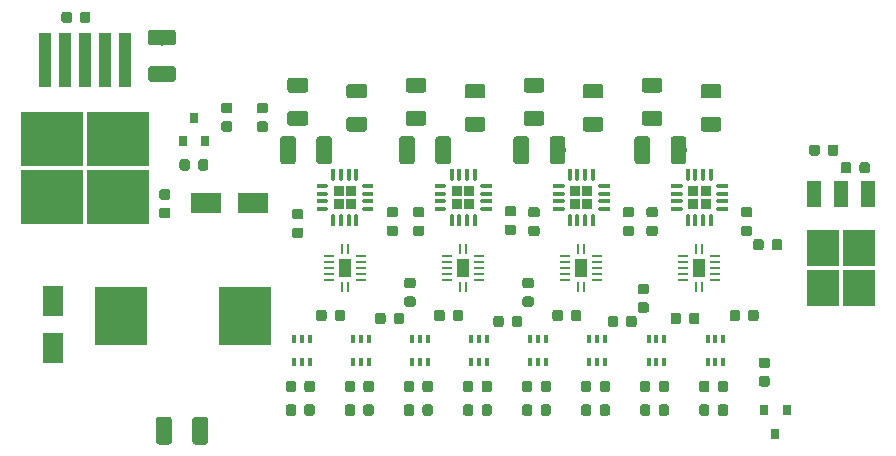
<source format=gbr>
G04 #@! TF.GenerationSoftware,KiCad,Pcbnew,(5.0.0-3-g5ebb6b6)*
G04 #@! TF.CreationDate,2018-11-02T11:07:45-07:00*
G04 #@! TF.ProjectId,Capper Decapper,4361707065722044656361707065722E,rev?*
G04 #@! TF.SameCoordinates,Original*
G04 #@! TF.FileFunction,Paste,Top*
G04 #@! TF.FilePolarity,Positive*
%FSLAX46Y46*%
G04 Gerber Fmt 4.6, Leading zero omitted, Abs format (unit mm)*
G04 Created by KiCad (PCBNEW (5.0.0-3-g5ebb6b6)) date Friday, November 02, 2018 at 11:07:45 AM*
%MOMM*%
%LPD*%
G01*
G04 APERTURE LIST*
%ADD10R,4.500000X5.000000*%
%ADD11C,0.100000*%
%ADD12C,0.875000*%
%ADD13R,2.500000X1.800000*%
%ADD14R,0.800000X0.900000*%
%ADD15C,1.250000*%
%ADD16R,0.400000X0.650000*%
%ADD17R,0.350000X0.825000*%
%ADD18C,0.350000*%
%ADD19R,0.825000X0.350000*%
%ADD20R,0.850000X0.850000*%
%ADD21R,1.200000X2.200000*%
%ADD22R,2.750000X3.050000*%
%ADD23C,1.325000*%
%ADD24R,1.800000X2.500000*%
%ADD25R,1.100000X4.600000*%
%ADD26R,5.250000X4.550000*%
%ADD27R,0.850000X0.280000*%
%ADD28R,1.000000X1.500000*%
%ADD29R,0.280000X0.850000*%
G04 APERTURE END LIST*
D10*
G04 #@! TO.C,L1*
X87000000Y-94000000D03*
X97500000Y-94000000D03*
G04 #@! TD*
D11*
G04 #@! TO.C,C1*
G36*
X108240191Y-101526053D02*
X108261426Y-101529203D01*
X108282250Y-101534419D01*
X108302462Y-101541651D01*
X108321868Y-101550830D01*
X108340281Y-101561866D01*
X108357524Y-101574654D01*
X108373430Y-101589070D01*
X108387846Y-101604976D01*
X108400634Y-101622219D01*
X108411670Y-101640632D01*
X108420849Y-101660038D01*
X108428081Y-101680250D01*
X108433297Y-101701074D01*
X108436447Y-101722309D01*
X108437500Y-101743750D01*
X108437500Y-102256250D01*
X108436447Y-102277691D01*
X108433297Y-102298926D01*
X108428081Y-102319750D01*
X108420849Y-102339962D01*
X108411670Y-102359368D01*
X108400634Y-102377781D01*
X108387846Y-102395024D01*
X108373430Y-102410930D01*
X108357524Y-102425346D01*
X108340281Y-102438134D01*
X108321868Y-102449170D01*
X108302462Y-102458349D01*
X108282250Y-102465581D01*
X108261426Y-102470797D01*
X108240191Y-102473947D01*
X108218750Y-102475000D01*
X107781250Y-102475000D01*
X107759809Y-102473947D01*
X107738574Y-102470797D01*
X107717750Y-102465581D01*
X107697538Y-102458349D01*
X107678132Y-102449170D01*
X107659719Y-102438134D01*
X107642476Y-102425346D01*
X107626570Y-102410930D01*
X107612154Y-102395024D01*
X107599366Y-102377781D01*
X107588330Y-102359368D01*
X107579151Y-102339962D01*
X107571919Y-102319750D01*
X107566703Y-102298926D01*
X107563553Y-102277691D01*
X107562500Y-102256250D01*
X107562500Y-101743750D01*
X107563553Y-101722309D01*
X107566703Y-101701074D01*
X107571919Y-101680250D01*
X107579151Y-101660038D01*
X107588330Y-101640632D01*
X107599366Y-101622219D01*
X107612154Y-101604976D01*
X107626570Y-101589070D01*
X107642476Y-101574654D01*
X107659719Y-101561866D01*
X107678132Y-101550830D01*
X107697538Y-101541651D01*
X107717750Y-101534419D01*
X107738574Y-101529203D01*
X107759809Y-101526053D01*
X107781250Y-101525000D01*
X108218750Y-101525000D01*
X108240191Y-101526053D01*
X108240191Y-101526053D01*
G37*
D12*
X108000000Y-102000000D03*
D11*
G36*
X106665191Y-101526053D02*
X106686426Y-101529203D01*
X106707250Y-101534419D01*
X106727462Y-101541651D01*
X106746868Y-101550830D01*
X106765281Y-101561866D01*
X106782524Y-101574654D01*
X106798430Y-101589070D01*
X106812846Y-101604976D01*
X106825634Y-101622219D01*
X106836670Y-101640632D01*
X106845849Y-101660038D01*
X106853081Y-101680250D01*
X106858297Y-101701074D01*
X106861447Y-101722309D01*
X106862500Y-101743750D01*
X106862500Y-102256250D01*
X106861447Y-102277691D01*
X106858297Y-102298926D01*
X106853081Y-102319750D01*
X106845849Y-102339962D01*
X106836670Y-102359368D01*
X106825634Y-102377781D01*
X106812846Y-102395024D01*
X106798430Y-102410930D01*
X106782524Y-102425346D01*
X106765281Y-102438134D01*
X106746868Y-102449170D01*
X106727462Y-102458349D01*
X106707250Y-102465581D01*
X106686426Y-102470797D01*
X106665191Y-102473947D01*
X106643750Y-102475000D01*
X106206250Y-102475000D01*
X106184809Y-102473947D01*
X106163574Y-102470797D01*
X106142750Y-102465581D01*
X106122538Y-102458349D01*
X106103132Y-102449170D01*
X106084719Y-102438134D01*
X106067476Y-102425346D01*
X106051570Y-102410930D01*
X106037154Y-102395024D01*
X106024366Y-102377781D01*
X106013330Y-102359368D01*
X106004151Y-102339962D01*
X105996919Y-102319750D01*
X105991703Y-102298926D01*
X105988553Y-102277691D01*
X105987500Y-102256250D01*
X105987500Y-101743750D01*
X105988553Y-101722309D01*
X105991703Y-101701074D01*
X105996919Y-101680250D01*
X106004151Y-101660038D01*
X106013330Y-101640632D01*
X106024366Y-101622219D01*
X106037154Y-101604976D01*
X106051570Y-101589070D01*
X106067476Y-101574654D01*
X106084719Y-101561866D01*
X106103132Y-101550830D01*
X106122538Y-101541651D01*
X106142750Y-101534419D01*
X106163574Y-101529203D01*
X106184809Y-101526053D01*
X106206250Y-101525000D01*
X106643750Y-101525000D01*
X106665191Y-101526053D01*
X106665191Y-101526053D01*
G37*
D12*
X106425000Y-102000000D03*
G04 #@! TD*
D11*
G04 #@! TO.C,C2*
G36*
X105815191Y-93526053D02*
X105836426Y-93529203D01*
X105857250Y-93534419D01*
X105877462Y-93541651D01*
X105896868Y-93550830D01*
X105915281Y-93561866D01*
X105932524Y-93574654D01*
X105948430Y-93589070D01*
X105962846Y-93604976D01*
X105975634Y-93622219D01*
X105986670Y-93640632D01*
X105995849Y-93660038D01*
X106003081Y-93680250D01*
X106008297Y-93701074D01*
X106011447Y-93722309D01*
X106012500Y-93743750D01*
X106012500Y-94256250D01*
X106011447Y-94277691D01*
X106008297Y-94298926D01*
X106003081Y-94319750D01*
X105995849Y-94339962D01*
X105986670Y-94359368D01*
X105975634Y-94377781D01*
X105962846Y-94395024D01*
X105948430Y-94410930D01*
X105932524Y-94425346D01*
X105915281Y-94438134D01*
X105896868Y-94449170D01*
X105877462Y-94458349D01*
X105857250Y-94465581D01*
X105836426Y-94470797D01*
X105815191Y-94473947D01*
X105793750Y-94475000D01*
X105356250Y-94475000D01*
X105334809Y-94473947D01*
X105313574Y-94470797D01*
X105292750Y-94465581D01*
X105272538Y-94458349D01*
X105253132Y-94449170D01*
X105234719Y-94438134D01*
X105217476Y-94425346D01*
X105201570Y-94410930D01*
X105187154Y-94395024D01*
X105174366Y-94377781D01*
X105163330Y-94359368D01*
X105154151Y-94339962D01*
X105146919Y-94319750D01*
X105141703Y-94298926D01*
X105138553Y-94277691D01*
X105137500Y-94256250D01*
X105137500Y-93743750D01*
X105138553Y-93722309D01*
X105141703Y-93701074D01*
X105146919Y-93680250D01*
X105154151Y-93660038D01*
X105163330Y-93640632D01*
X105174366Y-93622219D01*
X105187154Y-93604976D01*
X105201570Y-93589070D01*
X105217476Y-93574654D01*
X105234719Y-93561866D01*
X105253132Y-93550830D01*
X105272538Y-93541651D01*
X105292750Y-93534419D01*
X105313574Y-93529203D01*
X105334809Y-93526053D01*
X105356250Y-93525000D01*
X105793750Y-93525000D01*
X105815191Y-93526053D01*
X105815191Y-93526053D01*
G37*
D12*
X105575000Y-94000000D03*
D11*
G36*
X104240191Y-93526053D02*
X104261426Y-93529203D01*
X104282250Y-93534419D01*
X104302462Y-93541651D01*
X104321868Y-93550830D01*
X104340281Y-93561866D01*
X104357524Y-93574654D01*
X104373430Y-93589070D01*
X104387846Y-93604976D01*
X104400634Y-93622219D01*
X104411670Y-93640632D01*
X104420849Y-93660038D01*
X104428081Y-93680250D01*
X104433297Y-93701074D01*
X104436447Y-93722309D01*
X104437500Y-93743750D01*
X104437500Y-94256250D01*
X104436447Y-94277691D01*
X104433297Y-94298926D01*
X104428081Y-94319750D01*
X104420849Y-94339962D01*
X104411670Y-94359368D01*
X104400634Y-94377781D01*
X104387846Y-94395024D01*
X104373430Y-94410930D01*
X104357524Y-94425346D01*
X104340281Y-94438134D01*
X104321868Y-94449170D01*
X104302462Y-94458349D01*
X104282250Y-94465581D01*
X104261426Y-94470797D01*
X104240191Y-94473947D01*
X104218750Y-94475000D01*
X103781250Y-94475000D01*
X103759809Y-94473947D01*
X103738574Y-94470797D01*
X103717750Y-94465581D01*
X103697538Y-94458349D01*
X103678132Y-94449170D01*
X103659719Y-94438134D01*
X103642476Y-94425346D01*
X103626570Y-94410930D01*
X103612154Y-94395024D01*
X103599366Y-94377781D01*
X103588330Y-94359368D01*
X103579151Y-94339962D01*
X103571919Y-94319750D01*
X103566703Y-94298926D01*
X103563553Y-94277691D01*
X103562500Y-94256250D01*
X103562500Y-93743750D01*
X103563553Y-93722309D01*
X103566703Y-93701074D01*
X103571919Y-93680250D01*
X103579151Y-93660038D01*
X103588330Y-93640632D01*
X103599366Y-93622219D01*
X103612154Y-93604976D01*
X103626570Y-93589070D01*
X103642476Y-93574654D01*
X103659719Y-93561866D01*
X103678132Y-93550830D01*
X103697538Y-93541651D01*
X103717750Y-93534419D01*
X103738574Y-93529203D01*
X103759809Y-93526053D01*
X103781250Y-93525000D01*
X104218750Y-93525000D01*
X104240191Y-93526053D01*
X104240191Y-93526053D01*
G37*
D12*
X104000000Y-94000000D03*
G04 #@! TD*
D11*
G04 #@! TO.C,C3*
G36*
X101665191Y-101526053D02*
X101686426Y-101529203D01*
X101707250Y-101534419D01*
X101727462Y-101541651D01*
X101746868Y-101550830D01*
X101765281Y-101561866D01*
X101782524Y-101574654D01*
X101798430Y-101589070D01*
X101812846Y-101604976D01*
X101825634Y-101622219D01*
X101836670Y-101640632D01*
X101845849Y-101660038D01*
X101853081Y-101680250D01*
X101858297Y-101701074D01*
X101861447Y-101722309D01*
X101862500Y-101743750D01*
X101862500Y-102256250D01*
X101861447Y-102277691D01*
X101858297Y-102298926D01*
X101853081Y-102319750D01*
X101845849Y-102339962D01*
X101836670Y-102359368D01*
X101825634Y-102377781D01*
X101812846Y-102395024D01*
X101798430Y-102410930D01*
X101782524Y-102425346D01*
X101765281Y-102438134D01*
X101746868Y-102449170D01*
X101727462Y-102458349D01*
X101707250Y-102465581D01*
X101686426Y-102470797D01*
X101665191Y-102473947D01*
X101643750Y-102475000D01*
X101206250Y-102475000D01*
X101184809Y-102473947D01*
X101163574Y-102470797D01*
X101142750Y-102465581D01*
X101122538Y-102458349D01*
X101103132Y-102449170D01*
X101084719Y-102438134D01*
X101067476Y-102425346D01*
X101051570Y-102410930D01*
X101037154Y-102395024D01*
X101024366Y-102377781D01*
X101013330Y-102359368D01*
X101004151Y-102339962D01*
X100996919Y-102319750D01*
X100991703Y-102298926D01*
X100988553Y-102277691D01*
X100987500Y-102256250D01*
X100987500Y-101743750D01*
X100988553Y-101722309D01*
X100991703Y-101701074D01*
X100996919Y-101680250D01*
X101004151Y-101660038D01*
X101013330Y-101640632D01*
X101024366Y-101622219D01*
X101037154Y-101604976D01*
X101051570Y-101589070D01*
X101067476Y-101574654D01*
X101084719Y-101561866D01*
X101103132Y-101550830D01*
X101122538Y-101541651D01*
X101142750Y-101534419D01*
X101163574Y-101529203D01*
X101184809Y-101526053D01*
X101206250Y-101525000D01*
X101643750Y-101525000D01*
X101665191Y-101526053D01*
X101665191Y-101526053D01*
G37*
D12*
X101425000Y-102000000D03*
D11*
G36*
X103240191Y-101526053D02*
X103261426Y-101529203D01*
X103282250Y-101534419D01*
X103302462Y-101541651D01*
X103321868Y-101550830D01*
X103340281Y-101561866D01*
X103357524Y-101574654D01*
X103373430Y-101589070D01*
X103387846Y-101604976D01*
X103400634Y-101622219D01*
X103411670Y-101640632D01*
X103420849Y-101660038D01*
X103428081Y-101680250D01*
X103433297Y-101701074D01*
X103436447Y-101722309D01*
X103437500Y-101743750D01*
X103437500Y-102256250D01*
X103436447Y-102277691D01*
X103433297Y-102298926D01*
X103428081Y-102319750D01*
X103420849Y-102339962D01*
X103411670Y-102359368D01*
X103400634Y-102377781D01*
X103387846Y-102395024D01*
X103373430Y-102410930D01*
X103357524Y-102425346D01*
X103340281Y-102438134D01*
X103321868Y-102449170D01*
X103302462Y-102458349D01*
X103282250Y-102465581D01*
X103261426Y-102470797D01*
X103240191Y-102473947D01*
X103218750Y-102475000D01*
X102781250Y-102475000D01*
X102759809Y-102473947D01*
X102738574Y-102470797D01*
X102717750Y-102465581D01*
X102697538Y-102458349D01*
X102678132Y-102449170D01*
X102659719Y-102438134D01*
X102642476Y-102425346D01*
X102626570Y-102410930D01*
X102612154Y-102395024D01*
X102599366Y-102377781D01*
X102588330Y-102359368D01*
X102579151Y-102339962D01*
X102571919Y-102319750D01*
X102566703Y-102298926D01*
X102563553Y-102277691D01*
X102562500Y-102256250D01*
X102562500Y-101743750D01*
X102563553Y-101722309D01*
X102566703Y-101701074D01*
X102571919Y-101680250D01*
X102579151Y-101660038D01*
X102588330Y-101640632D01*
X102599366Y-101622219D01*
X102612154Y-101604976D01*
X102626570Y-101589070D01*
X102642476Y-101574654D01*
X102659719Y-101561866D01*
X102678132Y-101550830D01*
X102697538Y-101541651D01*
X102717750Y-101534419D01*
X102738574Y-101529203D01*
X102759809Y-101526053D01*
X102781250Y-101525000D01*
X103218750Y-101525000D01*
X103240191Y-101526053D01*
X103240191Y-101526053D01*
G37*
D12*
X103000000Y-102000000D03*
G04 #@! TD*
D11*
G04 #@! TO.C,C4*
G36*
X110277691Y-84813553D02*
X110298926Y-84816703D01*
X110319750Y-84821919D01*
X110339962Y-84829151D01*
X110359368Y-84838330D01*
X110377781Y-84849366D01*
X110395024Y-84862154D01*
X110410930Y-84876570D01*
X110425346Y-84892476D01*
X110438134Y-84909719D01*
X110449170Y-84928132D01*
X110458349Y-84947538D01*
X110465581Y-84967750D01*
X110470797Y-84988574D01*
X110473947Y-85009809D01*
X110475000Y-85031250D01*
X110475000Y-85468750D01*
X110473947Y-85490191D01*
X110470797Y-85511426D01*
X110465581Y-85532250D01*
X110458349Y-85552462D01*
X110449170Y-85571868D01*
X110438134Y-85590281D01*
X110425346Y-85607524D01*
X110410930Y-85623430D01*
X110395024Y-85637846D01*
X110377781Y-85650634D01*
X110359368Y-85661670D01*
X110339962Y-85670849D01*
X110319750Y-85678081D01*
X110298926Y-85683297D01*
X110277691Y-85686447D01*
X110256250Y-85687500D01*
X109743750Y-85687500D01*
X109722309Y-85686447D01*
X109701074Y-85683297D01*
X109680250Y-85678081D01*
X109660038Y-85670849D01*
X109640632Y-85661670D01*
X109622219Y-85650634D01*
X109604976Y-85637846D01*
X109589070Y-85623430D01*
X109574654Y-85607524D01*
X109561866Y-85590281D01*
X109550830Y-85571868D01*
X109541651Y-85552462D01*
X109534419Y-85532250D01*
X109529203Y-85511426D01*
X109526053Y-85490191D01*
X109525000Y-85468750D01*
X109525000Y-85031250D01*
X109526053Y-85009809D01*
X109529203Y-84988574D01*
X109534419Y-84967750D01*
X109541651Y-84947538D01*
X109550830Y-84928132D01*
X109561866Y-84909719D01*
X109574654Y-84892476D01*
X109589070Y-84876570D01*
X109604976Y-84862154D01*
X109622219Y-84849366D01*
X109640632Y-84838330D01*
X109660038Y-84829151D01*
X109680250Y-84821919D01*
X109701074Y-84816703D01*
X109722309Y-84813553D01*
X109743750Y-84812500D01*
X110256250Y-84812500D01*
X110277691Y-84813553D01*
X110277691Y-84813553D01*
G37*
D12*
X110000000Y-85250000D03*
D11*
G36*
X110277691Y-86388553D02*
X110298926Y-86391703D01*
X110319750Y-86396919D01*
X110339962Y-86404151D01*
X110359368Y-86413330D01*
X110377781Y-86424366D01*
X110395024Y-86437154D01*
X110410930Y-86451570D01*
X110425346Y-86467476D01*
X110438134Y-86484719D01*
X110449170Y-86503132D01*
X110458349Y-86522538D01*
X110465581Y-86542750D01*
X110470797Y-86563574D01*
X110473947Y-86584809D01*
X110475000Y-86606250D01*
X110475000Y-87043750D01*
X110473947Y-87065191D01*
X110470797Y-87086426D01*
X110465581Y-87107250D01*
X110458349Y-87127462D01*
X110449170Y-87146868D01*
X110438134Y-87165281D01*
X110425346Y-87182524D01*
X110410930Y-87198430D01*
X110395024Y-87212846D01*
X110377781Y-87225634D01*
X110359368Y-87236670D01*
X110339962Y-87245849D01*
X110319750Y-87253081D01*
X110298926Y-87258297D01*
X110277691Y-87261447D01*
X110256250Y-87262500D01*
X109743750Y-87262500D01*
X109722309Y-87261447D01*
X109701074Y-87258297D01*
X109680250Y-87253081D01*
X109660038Y-87245849D01*
X109640632Y-87236670D01*
X109622219Y-87225634D01*
X109604976Y-87212846D01*
X109589070Y-87198430D01*
X109574654Y-87182524D01*
X109561866Y-87165281D01*
X109550830Y-87146868D01*
X109541651Y-87127462D01*
X109534419Y-87107250D01*
X109529203Y-87086426D01*
X109526053Y-87065191D01*
X109525000Y-87043750D01*
X109525000Y-86606250D01*
X109526053Y-86584809D01*
X109529203Y-86563574D01*
X109534419Y-86542750D01*
X109541651Y-86522538D01*
X109550830Y-86503132D01*
X109561866Y-86484719D01*
X109574654Y-86467476D01*
X109589070Y-86451570D01*
X109604976Y-86437154D01*
X109622219Y-86424366D01*
X109640632Y-86413330D01*
X109660038Y-86404151D01*
X109680250Y-86396919D01*
X109701074Y-86391703D01*
X109722309Y-86388553D01*
X109743750Y-86387500D01*
X110256250Y-86387500D01*
X110277691Y-86388553D01*
X110277691Y-86388553D01*
G37*
D12*
X110000000Y-86825000D03*
G04 #@! TD*
D11*
G04 #@! TO.C,C5*
G36*
X102277691Y-84988553D02*
X102298926Y-84991703D01*
X102319750Y-84996919D01*
X102339962Y-85004151D01*
X102359368Y-85013330D01*
X102377781Y-85024366D01*
X102395024Y-85037154D01*
X102410930Y-85051570D01*
X102425346Y-85067476D01*
X102438134Y-85084719D01*
X102449170Y-85103132D01*
X102458349Y-85122538D01*
X102465581Y-85142750D01*
X102470797Y-85163574D01*
X102473947Y-85184809D01*
X102475000Y-85206250D01*
X102475000Y-85643750D01*
X102473947Y-85665191D01*
X102470797Y-85686426D01*
X102465581Y-85707250D01*
X102458349Y-85727462D01*
X102449170Y-85746868D01*
X102438134Y-85765281D01*
X102425346Y-85782524D01*
X102410930Y-85798430D01*
X102395024Y-85812846D01*
X102377781Y-85825634D01*
X102359368Y-85836670D01*
X102339962Y-85845849D01*
X102319750Y-85853081D01*
X102298926Y-85858297D01*
X102277691Y-85861447D01*
X102256250Y-85862500D01*
X101743750Y-85862500D01*
X101722309Y-85861447D01*
X101701074Y-85858297D01*
X101680250Y-85853081D01*
X101660038Y-85845849D01*
X101640632Y-85836670D01*
X101622219Y-85825634D01*
X101604976Y-85812846D01*
X101589070Y-85798430D01*
X101574654Y-85782524D01*
X101561866Y-85765281D01*
X101550830Y-85746868D01*
X101541651Y-85727462D01*
X101534419Y-85707250D01*
X101529203Y-85686426D01*
X101526053Y-85665191D01*
X101525000Y-85643750D01*
X101525000Y-85206250D01*
X101526053Y-85184809D01*
X101529203Y-85163574D01*
X101534419Y-85142750D01*
X101541651Y-85122538D01*
X101550830Y-85103132D01*
X101561866Y-85084719D01*
X101574654Y-85067476D01*
X101589070Y-85051570D01*
X101604976Y-85037154D01*
X101622219Y-85024366D01*
X101640632Y-85013330D01*
X101660038Y-85004151D01*
X101680250Y-84996919D01*
X101701074Y-84991703D01*
X101722309Y-84988553D01*
X101743750Y-84987500D01*
X102256250Y-84987500D01*
X102277691Y-84988553D01*
X102277691Y-84988553D01*
G37*
D12*
X102000000Y-85425000D03*
D11*
G36*
X102277691Y-86563553D02*
X102298926Y-86566703D01*
X102319750Y-86571919D01*
X102339962Y-86579151D01*
X102359368Y-86588330D01*
X102377781Y-86599366D01*
X102395024Y-86612154D01*
X102410930Y-86626570D01*
X102425346Y-86642476D01*
X102438134Y-86659719D01*
X102449170Y-86678132D01*
X102458349Y-86697538D01*
X102465581Y-86717750D01*
X102470797Y-86738574D01*
X102473947Y-86759809D01*
X102475000Y-86781250D01*
X102475000Y-87218750D01*
X102473947Y-87240191D01*
X102470797Y-87261426D01*
X102465581Y-87282250D01*
X102458349Y-87302462D01*
X102449170Y-87321868D01*
X102438134Y-87340281D01*
X102425346Y-87357524D01*
X102410930Y-87373430D01*
X102395024Y-87387846D01*
X102377781Y-87400634D01*
X102359368Y-87411670D01*
X102339962Y-87420849D01*
X102319750Y-87428081D01*
X102298926Y-87433297D01*
X102277691Y-87436447D01*
X102256250Y-87437500D01*
X101743750Y-87437500D01*
X101722309Y-87436447D01*
X101701074Y-87433297D01*
X101680250Y-87428081D01*
X101660038Y-87420849D01*
X101640632Y-87411670D01*
X101622219Y-87400634D01*
X101604976Y-87387846D01*
X101589070Y-87373430D01*
X101574654Y-87357524D01*
X101561866Y-87340281D01*
X101550830Y-87321868D01*
X101541651Y-87302462D01*
X101534419Y-87282250D01*
X101529203Y-87261426D01*
X101526053Y-87240191D01*
X101525000Y-87218750D01*
X101525000Y-86781250D01*
X101526053Y-86759809D01*
X101529203Y-86738574D01*
X101534419Y-86717750D01*
X101541651Y-86697538D01*
X101550830Y-86678132D01*
X101561866Y-86659719D01*
X101574654Y-86642476D01*
X101589070Y-86626570D01*
X101604976Y-86612154D01*
X101622219Y-86599366D01*
X101640632Y-86588330D01*
X101660038Y-86579151D01*
X101680250Y-86571919D01*
X101701074Y-86566703D01*
X101722309Y-86563553D01*
X101743750Y-86562500D01*
X102256250Y-86562500D01*
X102277691Y-86563553D01*
X102277691Y-86563553D01*
G37*
D12*
X102000000Y-87000000D03*
G04 #@! TD*
D11*
G04 #@! TO.C,C6*
G36*
X114240191Y-93526053D02*
X114261426Y-93529203D01*
X114282250Y-93534419D01*
X114302462Y-93541651D01*
X114321868Y-93550830D01*
X114340281Y-93561866D01*
X114357524Y-93574654D01*
X114373430Y-93589070D01*
X114387846Y-93604976D01*
X114400634Y-93622219D01*
X114411670Y-93640632D01*
X114420849Y-93660038D01*
X114428081Y-93680250D01*
X114433297Y-93701074D01*
X114436447Y-93722309D01*
X114437500Y-93743750D01*
X114437500Y-94256250D01*
X114436447Y-94277691D01*
X114433297Y-94298926D01*
X114428081Y-94319750D01*
X114420849Y-94339962D01*
X114411670Y-94359368D01*
X114400634Y-94377781D01*
X114387846Y-94395024D01*
X114373430Y-94410930D01*
X114357524Y-94425346D01*
X114340281Y-94438134D01*
X114321868Y-94449170D01*
X114302462Y-94458349D01*
X114282250Y-94465581D01*
X114261426Y-94470797D01*
X114240191Y-94473947D01*
X114218750Y-94475000D01*
X113781250Y-94475000D01*
X113759809Y-94473947D01*
X113738574Y-94470797D01*
X113717750Y-94465581D01*
X113697538Y-94458349D01*
X113678132Y-94449170D01*
X113659719Y-94438134D01*
X113642476Y-94425346D01*
X113626570Y-94410930D01*
X113612154Y-94395024D01*
X113599366Y-94377781D01*
X113588330Y-94359368D01*
X113579151Y-94339962D01*
X113571919Y-94319750D01*
X113566703Y-94298926D01*
X113563553Y-94277691D01*
X113562500Y-94256250D01*
X113562500Y-93743750D01*
X113563553Y-93722309D01*
X113566703Y-93701074D01*
X113571919Y-93680250D01*
X113579151Y-93660038D01*
X113588330Y-93640632D01*
X113599366Y-93622219D01*
X113612154Y-93604976D01*
X113626570Y-93589070D01*
X113642476Y-93574654D01*
X113659719Y-93561866D01*
X113678132Y-93550830D01*
X113697538Y-93541651D01*
X113717750Y-93534419D01*
X113738574Y-93529203D01*
X113759809Y-93526053D01*
X113781250Y-93525000D01*
X114218750Y-93525000D01*
X114240191Y-93526053D01*
X114240191Y-93526053D01*
G37*
D12*
X114000000Y-94000000D03*
D11*
G36*
X115815191Y-93526053D02*
X115836426Y-93529203D01*
X115857250Y-93534419D01*
X115877462Y-93541651D01*
X115896868Y-93550830D01*
X115915281Y-93561866D01*
X115932524Y-93574654D01*
X115948430Y-93589070D01*
X115962846Y-93604976D01*
X115975634Y-93622219D01*
X115986670Y-93640632D01*
X115995849Y-93660038D01*
X116003081Y-93680250D01*
X116008297Y-93701074D01*
X116011447Y-93722309D01*
X116012500Y-93743750D01*
X116012500Y-94256250D01*
X116011447Y-94277691D01*
X116008297Y-94298926D01*
X116003081Y-94319750D01*
X115995849Y-94339962D01*
X115986670Y-94359368D01*
X115975634Y-94377781D01*
X115962846Y-94395024D01*
X115948430Y-94410930D01*
X115932524Y-94425346D01*
X115915281Y-94438134D01*
X115896868Y-94449170D01*
X115877462Y-94458349D01*
X115857250Y-94465581D01*
X115836426Y-94470797D01*
X115815191Y-94473947D01*
X115793750Y-94475000D01*
X115356250Y-94475000D01*
X115334809Y-94473947D01*
X115313574Y-94470797D01*
X115292750Y-94465581D01*
X115272538Y-94458349D01*
X115253132Y-94449170D01*
X115234719Y-94438134D01*
X115217476Y-94425346D01*
X115201570Y-94410930D01*
X115187154Y-94395024D01*
X115174366Y-94377781D01*
X115163330Y-94359368D01*
X115154151Y-94339962D01*
X115146919Y-94319750D01*
X115141703Y-94298926D01*
X115138553Y-94277691D01*
X115137500Y-94256250D01*
X115137500Y-93743750D01*
X115138553Y-93722309D01*
X115141703Y-93701074D01*
X115146919Y-93680250D01*
X115154151Y-93660038D01*
X115163330Y-93640632D01*
X115174366Y-93622219D01*
X115187154Y-93604976D01*
X115201570Y-93589070D01*
X115217476Y-93574654D01*
X115234719Y-93561866D01*
X115253132Y-93550830D01*
X115272538Y-93541651D01*
X115292750Y-93534419D01*
X115313574Y-93529203D01*
X115334809Y-93526053D01*
X115356250Y-93525000D01*
X115793750Y-93525000D01*
X115815191Y-93526053D01*
X115815191Y-93526053D01*
G37*
D12*
X115575000Y-94000000D03*
G04 #@! TD*
D11*
G04 #@! TO.C,C7*
G36*
X116665191Y-101526053D02*
X116686426Y-101529203D01*
X116707250Y-101534419D01*
X116727462Y-101541651D01*
X116746868Y-101550830D01*
X116765281Y-101561866D01*
X116782524Y-101574654D01*
X116798430Y-101589070D01*
X116812846Y-101604976D01*
X116825634Y-101622219D01*
X116836670Y-101640632D01*
X116845849Y-101660038D01*
X116853081Y-101680250D01*
X116858297Y-101701074D01*
X116861447Y-101722309D01*
X116862500Y-101743750D01*
X116862500Y-102256250D01*
X116861447Y-102277691D01*
X116858297Y-102298926D01*
X116853081Y-102319750D01*
X116845849Y-102339962D01*
X116836670Y-102359368D01*
X116825634Y-102377781D01*
X116812846Y-102395024D01*
X116798430Y-102410930D01*
X116782524Y-102425346D01*
X116765281Y-102438134D01*
X116746868Y-102449170D01*
X116727462Y-102458349D01*
X116707250Y-102465581D01*
X116686426Y-102470797D01*
X116665191Y-102473947D01*
X116643750Y-102475000D01*
X116206250Y-102475000D01*
X116184809Y-102473947D01*
X116163574Y-102470797D01*
X116142750Y-102465581D01*
X116122538Y-102458349D01*
X116103132Y-102449170D01*
X116084719Y-102438134D01*
X116067476Y-102425346D01*
X116051570Y-102410930D01*
X116037154Y-102395024D01*
X116024366Y-102377781D01*
X116013330Y-102359368D01*
X116004151Y-102339962D01*
X115996919Y-102319750D01*
X115991703Y-102298926D01*
X115988553Y-102277691D01*
X115987500Y-102256250D01*
X115987500Y-101743750D01*
X115988553Y-101722309D01*
X115991703Y-101701074D01*
X115996919Y-101680250D01*
X116004151Y-101660038D01*
X116013330Y-101640632D01*
X116024366Y-101622219D01*
X116037154Y-101604976D01*
X116051570Y-101589070D01*
X116067476Y-101574654D01*
X116084719Y-101561866D01*
X116103132Y-101550830D01*
X116122538Y-101541651D01*
X116142750Y-101534419D01*
X116163574Y-101529203D01*
X116184809Y-101526053D01*
X116206250Y-101525000D01*
X116643750Y-101525000D01*
X116665191Y-101526053D01*
X116665191Y-101526053D01*
G37*
D12*
X116425000Y-102000000D03*
D11*
G36*
X118240191Y-101526053D02*
X118261426Y-101529203D01*
X118282250Y-101534419D01*
X118302462Y-101541651D01*
X118321868Y-101550830D01*
X118340281Y-101561866D01*
X118357524Y-101574654D01*
X118373430Y-101589070D01*
X118387846Y-101604976D01*
X118400634Y-101622219D01*
X118411670Y-101640632D01*
X118420849Y-101660038D01*
X118428081Y-101680250D01*
X118433297Y-101701074D01*
X118436447Y-101722309D01*
X118437500Y-101743750D01*
X118437500Y-102256250D01*
X118436447Y-102277691D01*
X118433297Y-102298926D01*
X118428081Y-102319750D01*
X118420849Y-102339962D01*
X118411670Y-102359368D01*
X118400634Y-102377781D01*
X118387846Y-102395024D01*
X118373430Y-102410930D01*
X118357524Y-102425346D01*
X118340281Y-102438134D01*
X118321868Y-102449170D01*
X118302462Y-102458349D01*
X118282250Y-102465581D01*
X118261426Y-102470797D01*
X118240191Y-102473947D01*
X118218750Y-102475000D01*
X117781250Y-102475000D01*
X117759809Y-102473947D01*
X117738574Y-102470797D01*
X117717750Y-102465581D01*
X117697538Y-102458349D01*
X117678132Y-102449170D01*
X117659719Y-102438134D01*
X117642476Y-102425346D01*
X117626570Y-102410930D01*
X117612154Y-102395024D01*
X117599366Y-102377781D01*
X117588330Y-102359368D01*
X117579151Y-102339962D01*
X117571919Y-102319750D01*
X117566703Y-102298926D01*
X117563553Y-102277691D01*
X117562500Y-102256250D01*
X117562500Y-101743750D01*
X117563553Y-101722309D01*
X117566703Y-101701074D01*
X117571919Y-101680250D01*
X117579151Y-101660038D01*
X117588330Y-101640632D01*
X117599366Y-101622219D01*
X117612154Y-101604976D01*
X117626570Y-101589070D01*
X117642476Y-101574654D01*
X117659719Y-101561866D01*
X117678132Y-101550830D01*
X117697538Y-101541651D01*
X117717750Y-101534419D01*
X117738574Y-101529203D01*
X117759809Y-101526053D01*
X117781250Y-101525000D01*
X118218750Y-101525000D01*
X118240191Y-101526053D01*
X118240191Y-101526053D01*
G37*
D12*
X118000000Y-102000000D03*
G04 #@! TD*
D11*
G04 #@! TO.C,C8*
G36*
X139240191Y-93526053D02*
X139261426Y-93529203D01*
X139282250Y-93534419D01*
X139302462Y-93541651D01*
X139321868Y-93550830D01*
X139340281Y-93561866D01*
X139357524Y-93574654D01*
X139373430Y-93589070D01*
X139387846Y-93604976D01*
X139400634Y-93622219D01*
X139411670Y-93640632D01*
X139420849Y-93660038D01*
X139428081Y-93680250D01*
X139433297Y-93701074D01*
X139436447Y-93722309D01*
X139437500Y-93743750D01*
X139437500Y-94256250D01*
X139436447Y-94277691D01*
X139433297Y-94298926D01*
X139428081Y-94319750D01*
X139420849Y-94339962D01*
X139411670Y-94359368D01*
X139400634Y-94377781D01*
X139387846Y-94395024D01*
X139373430Y-94410930D01*
X139357524Y-94425346D01*
X139340281Y-94438134D01*
X139321868Y-94449170D01*
X139302462Y-94458349D01*
X139282250Y-94465581D01*
X139261426Y-94470797D01*
X139240191Y-94473947D01*
X139218750Y-94475000D01*
X138781250Y-94475000D01*
X138759809Y-94473947D01*
X138738574Y-94470797D01*
X138717750Y-94465581D01*
X138697538Y-94458349D01*
X138678132Y-94449170D01*
X138659719Y-94438134D01*
X138642476Y-94425346D01*
X138626570Y-94410930D01*
X138612154Y-94395024D01*
X138599366Y-94377781D01*
X138588330Y-94359368D01*
X138579151Y-94339962D01*
X138571919Y-94319750D01*
X138566703Y-94298926D01*
X138563553Y-94277691D01*
X138562500Y-94256250D01*
X138562500Y-93743750D01*
X138563553Y-93722309D01*
X138566703Y-93701074D01*
X138571919Y-93680250D01*
X138579151Y-93660038D01*
X138588330Y-93640632D01*
X138599366Y-93622219D01*
X138612154Y-93604976D01*
X138626570Y-93589070D01*
X138642476Y-93574654D01*
X138659719Y-93561866D01*
X138678132Y-93550830D01*
X138697538Y-93541651D01*
X138717750Y-93534419D01*
X138738574Y-93529203D01*
X138759809Y-93526053D01*
X138781250Y-93525000D01*
X139218750Y-93525000D01*
X139240191Y-93526053D01*
X139240191Y-93526053D01*
G37*
D12*
X139000000Y-94000000D03*
D11*
G36*
X140815191Y-93526053D02*
X140836426Y-93529203D01*
X140857250Y-93534419D01*
X140877462Y-93541651D01*
X140896868Y-93550830D01*
X140915281Y-93561866D01*
X140932524Y-93574654D01*
X140948430Y-93589070D01*
X140962846Y-93604976D01*
X140975634Y-93622219D01*
X140986670Y-93640632D01*
X140995849Y-93660038D01*
X141003081Y-93680250D01*
X141008297Y-93701074D01*
X141011447Y-93722309D01*
X141012500Y-93743750D01*
X141012500Y-94256250D01*
X141011447Y-94277691D01*
X141008297Y-94298926D01*
X141003081Y-94319750D01*
X140995849Y-94339962D01*
X140986670Y-94359368D01*
X140975634Y-94377781D01*
X140962846Y-94395024D01*
X140948430Y-94410930D01*
X140932524Y-94425346D01*
X140915281Y-94438134D01*
X140896868Y-94449170D01*
X140877462Y-94458349D01*
X140857250Y-94465581D01*
X140836426Y-94470797D01*
X140815191Y-94473947D01*
X140793750Y-94475000D01*
X140356250Y-94475000D01*
X140334809Y-94473947D01*
X140313574Y-94470797D01*
X140292750Y-94465581D01*
X140272538Y-94458349D01*
X140253132Y-94449170D01*
X140234719Y-94438134D01*
X140217476Y-94425346D01*
X140201570Y-94410930D01*
X140187154Y-94395024D01*
X140174366Y-94377781D01*
X140163330Y-94359368D01*
X140154151Y-94339962D01*
X140146919Y-94319750D01*
X140141703Y-94298926D01*
X140138553Y-94277691D01*
X140137500Y-94256250D01*
X140137500Y-93743750D01*
X140138553Y-93722309D01*
X140141703Y-93701074D01*
X140146919Y-93680250D01*
X140154151Y-93660038D01*
X140163330Y-93640632D01*
X140174366Y-93622219D01*
X140187154Y-93604976D01*
X140201570Y-93589070D01*
X140217476Y-93574654D01*
X140234719Y-93561866D01*
X140253132Y-93550830D01*
X140272538Y-93541651D01*
X140292750Y-93534419D01*
X140313574Y-93529203D01*
X140334809Y-93526053D01*
X140356250Y-93525000D01*
X140793750Y-93525000D01*
X140815191Y-93526053D01*
X140815191Y-93526053D01*
G37*
D12*
X140575000Y-94000000D03*
G04 #@! TD*
D11*
G04 #@! TO.C,C9*
G36*
X111665191Y-101526053D02*
X111686426Y-101529203D01*
X111707250Y-101534419D01*
X111727462Y-101541651D01*
X111746868Y-101550830D01*
X111765281Y-101561866D01*
X111782524Y-101574654D01*
X111798430Y-101589070D01*
X111812846Y-101604976D01*
X111825634Y-101622219D01*
X111836670Y-101640632D01*
X111845849Y-101660038D01*
X111853081Y-101680250D01*
X111858297Y-101701074D01*
X111861447Y-101722309D01*
X111862500Y-101743750D01*
X111862500Y-102256250D01*
X111861447Y-102277691D01*
X111858297Y-102298926D01*
X111853081Y-102319750D01*
X111845849Y-102339962D01*
X111836670Y-102359368D01*
X111825634Y-102377781D01*
X111812846Y-102395024D01*
X111798430Y-102410930D01*
X111782524Y-102425346D01*
X111765281Y-102438134D01*
X111746868Y-102449170D01*
X111727462Y-102458349D01*
X111707250Y-102465581D01*
X111686426Y-102470797D01*
X111665191Y-102473947D01*
X111643750Y-102475000D01*
X111206250Y-102475000D01*
X111184809Y-102473947D01*
X111163574Y-102470797D01*
X111142750Y-102465581D01*
X111122538Y-102458349D01*
X111103132Y-102449170D01*
X111084719Y-102438134D01*
X111067476Y-102425346D01*
X111051570Y-102410930D01*
X111037154Y-102395024D01*
X111024366Y-102377781D01*
X111013330Y-102359368D01*
X111004151Y-102339962D01*
X110996919Y-102319750D01*
X110991703Y-102298926D01*
X110988553Y-102277691D01*
X110987500Y-102256250D01*
X110987500Y-101743750D01*
X110988553Y-101722309D01*
X110991703Y-101701074D01*
X110996919Y-101680250D01*
X111004151Y-101660038D01*
X111013330Y-101640632D01*
X111024366Y-101622219D01*
X111037154Y-101604976D01*
X111051570Y-101589070D01*
X111067476Y-101574654D01*
X111084719Y-101561866D01*
X111103132Y-101550830D01*
X111122538Y-101541651D01*
X111142750Y-101534419D01*
X111163574Y-101529203D01*
X111184809Y-101526053D01*
X111206250Y-101525000D01*
X111643750Y-101525000D01*
X111665191Y-101526053D01*
X111665191Y-101526053D01*
G37*
D12*
X111425000Y-102000000D03*
D11*
G36*
X113240191Y-101526053D02*
X113261426Y-101529203D01*
X113282250Y-101534419D01*
X113302462Y-101541651D01*
X113321868Y-101550830D01*
X113340281Y-101561866D01*
X113357524Y-101574654D01*
X113373430Y-101589070D01*
X113387846Y-101604976D01*
X113400634Y-101622219D01*
X113411670Y-101640632D01*
X113420849Y-101660038D01*
X113428081Y-101680250D01*
X113433297Y-101701074D01*
X113436447Y-101722309D01*
X113437500Y-101743750D01*
X113437500Y-102256250D01*
X113436447Y-102277691D01*
X113433297Y-102298926D01*
X113428081Y-102319750D01*
X113420849Y-102339962D01*
X113411670Y-102359368D01*
X113400634Y-102377781D01*
X113387846Y-102395024D01*
X113373430Y-102410930D01*
X113357524Y-102425346D01*
X113340281Y-102438134D01*
X113321868Y-102449170D01*
X113302462Y-102458349D01*
X113282250Y-102465581D01*
X113261426Y-102470797D01*
X113240191Y-102473947D01*
X113218750Y-102475000D01*
X112781250Y-102475000D01*
X112759809Y-102473947D01*
X112738574Y-102470797D01*
X112717750Y-102465581D01*
X112697538Y-102458349D01*
X112678132Y-102449170D01*
X112659719Y-102438134D01*
X112642476Y-102425346D01*
X112626570Y-102410930D01*
X112612154Y-102395024D01*
X112599366Y-102377781D01*
X112588330Y-102359368D01*
X112579151Y-102339962D01*
X112571919Y-102319750D01*
X112566703Y-102298926D01*
X112563553Y-102277691D01*
X112562500Y-102256250D01*
X112562500Y-101743750D01*
X112563553Y-101722309D01*
X112566703Y-101701074D01*
X112571919Y-101680250D01*
X112579151Y-101660038D01*
X112588330Y-101640632D01*
X112599366Y-101622219D01*
X112612154Y-101604976D01*
X112626570Y-101589070D01*
X112642476Y-101574654D01*
X112659719Y-101561866D01*
X112678132Y-101550830D01*
X112697538Y-101541651D01*
X112717750Y-101534419D01*
X112738574Y-101529203D01*
X112759809Y-101526053D01*
X112781250Y-101525000D01*
X113218750Y-101525000D01*
X113240191Y-101526053D01*
X113240191Y-101526053D01*
G37*
D12*
X113000000Y-102000000D03*
G04 #@! TD*
D11*
G04 #@! TO.C,C10*
G36*
X120277691Y-86313553D02*
X120298926Y-86316703D01*
X120319750Y-86321919D01*
X120339962Y-86329151D01*
X120359368Y-86338330D01*
X120377781Y-86349366D01*
X120395024Y-86362154D01*
X120410930Y-86376570D01*
X120425346Y-86392476D01*
X120438134Y-86409719D01*
X120449170Y-86428132D01*
X120458349Y-86447538D01*
X120465581Y-86467750D01*
X120470797Y-86488574D01*
X120473947Y-86509809D01*
X120475000Y-86531250D01*
X120475000Y-86968750D01*
X120473947Y-86990191D01*
X120470797Y-87011426D01*
X120465581Y-87032250D01*
X120458349Y-87052462D01*
X120449170Y-87071868D01*
X120438134Y-87090281D01*
X120425346Y-87107524D01*
X120410930Y-87123430D01*
X120395024Y-87137846D01*
X120377781Y-87150634D01*
X120359368Y-87161670D01*
X120339962Y-87170849D01*
X120319750Y-87178081D01*
X120298926Y-87183297D01*
X120277691Y-87186447D01*
X120256250Y-87187500D01*
X119743750Y-87187500D01*
X119722309Y-87186447D01*
X119701074Y-87183297D01*
X119680250Y-87178081D01*
X119660038Y-87170849D01*
X119640632Y-87161670D01*
X119622219Y-87150634D01*
X119604976Y-87137846D01*
X119589070Y-87123430D01*
X119574654Y-87107524D01*
X119561866Y-87090281D01*
X119550830Y-87071868D01*
X119541651Y-87052462D01*
X119534419Y-87032250D01*
X119529203Y-87011426D01*
X119526053Y-86990191D01*
X119525000Y-86968750D01*
X119525000Y-86531250D01*
X119526053Y-86509809D01*
X119529203Y-86488574D01*
X119534419Y-86467750D01*
X119541651Y-86447538D01*
X119550830Y-86428132D01*
X119561866Y-86409719D01*
X119574654Y-86392476D01*
X119589070Y-86376570D01*
X119604976Y-86362154D01*
X119622219Y-86349366D01*
X119640632Y-86338330D01*
X119660038Y-86329151D01*
X119680250Y-86321919D01*
X119701074Y-86316703D01*
X119722309Y-86313553D01*
X119743750Y-86312500D01*
X120256250Y-86312500D01*
X120277691Y-86313553D01*
X120277691Y-86313553D01*
G37*
D12*
X120000000Y-86750000D03*
D11*
G36*
X120277691Y-84738553D02*
X120298926Y-84741703D01*
X120319750Y-84746919D01*
X120339962Y-84754151D01*
X120359368Y-84763330D01*
X120377781Y-84774366D01*
X120395024Y-84787154D01*
X120410930Y-84801570D01*
X120425346Y-84817476D01*
X120438134Y-84834719D01*
X120449170Y-84853132D01*
X120458349Y-84872538D01*
X120465581Y-84892750D01*
X120470797Y-84913574D01*
X120473947Y-84934809D01*
X120475000Y-84956250D01*
X120475000Y-85393750D01*
X120473947Y-85415191D01*
X120470797Y-85436426D01*
X120465581Y-85457250D01*
X120458349Y-85477462D01*
X120449170Y-85496868D01*
X120438134Y-85515281D01*
X120425346Y-85532524D01*
X120410930Y-85548430D01*
X120395024Y-85562846D01*
X120377781Y-85575634D01*
X120359368Y-85586670D01*
X120339962Y-85595849D01*
X120319750Y-85603081D01*
X120298926Y-85608297D01*
X120277691Y-85611447D01*
X120256250Y-85612500D01*
X119743750Y-85612500D01*
X119722309Y-85611447D01*
X119701074Y-85608297D01*
X119680250Y-85603081D01*
X119660038Y-85595849D01*
X119640632Y-85586670D01*
X119622219Y-85575634D01*
X119604976Y-85562846D01*
X119589070Y-85548430D01*
X119574654Y-85532524D01*
X119561866Y-85515281D01*
X119550830Y-85496868D01*
X119541651Y-85477462D01*
X119534419Y-85457250D01*
X119529203Y-85436426D01*
X119526053Y-85415191D01*
X119525000Y-85393750D01*
X119525000Y-84956250D01*
X119526053Y-84934809D01*
X119529203Y-84913574D01*
X119534419Y-84892750D01*
X119541651Y-84872538D01*
X119550830Y-84853132D01*
X119561866Y-84834719D01*
X119574654Y-84817476D01*
X119589070Y-84801570D01*
X119604976Y-84787154D01*
X119622219Y-84774366D01*
X119640632Y-84763330D01*
X119660038Y-84754151D01*
X119680250Y-84746919D01*
X119701074Y-84741703D01*
X119722309Y-84738553D01*
X119743750Y-84737500D01*
X120256250Y-84737500D01*
X120277691Y-84738553D01*
X120277691Y-84738553D01*
G37*
D12*
X120000000Y-85175000D03*
G04 #@! TD*
D11*
G04 #@! TO.C,C11*
G36*
X112527691Y-86388553D02*
X112548926Y-86391703D01*
X112569750Y-86396919D01*
X112589962Y-86404151D01*
X112609368Y-86413330D01*
X112627781Y-86424366D01*
X112645024Y-86437154D01*
X112660930Y-86451570D01*
X112675346Y-86467476D01*
X112688134Y-86484719D01*
X112699170Y-86503132D01*
X112708349Y-86522538D01*
X112715581Y-86542750D01*
X112720797Y-86563574D01*
X112723947Y-86584809D01*
X112725000Y-86606250D01*
X112725000Y-87043750D01*
X112723947Y-87065191D01*
X112720797Y-87086426D01*
X112715581Y-87107250D01*
X112708349Y-87127462D01*
X112699170Y-87146868D01*
X112688134Y-87165281D01*
X112675346Y-87182524D01*
X112660930Y-87198430D01*
X112645024Y-87212846D01*
X112627781Y-87225634D01*
X112609368Y-87236670D01*
X112589962Y-87245849D01*
X112569750Y-87253081D01*
X112548926Y-87258297D01*
X112527691Y-87261447D01*
X112506250Y-87262500D01*
X111993750Y-87262500D01*
X111972309Y-87261447D01*
X111951074Y-87258297D01*
X111930250Y-87253081D01*
X111910038Y-87245849D01*
X111890632Y-87236670D01*
X111872219Y-87225634D01*
X111854976Y-87212846D01*
X111839070Y-87198430D01*
X111824654Y-87182524D01*
X111811866Y-87165281D01*
X111800830Y-87146868D01*
X111791651Y-87127462D01*
X111784419Y-87107250D01*
X111779203Y-87086426D01*
X111776053Y-87065191D01*
X111775000Y-87043750D01*
X111775000Y-86606250D01*
X111776053Y-86584809D01*
X111779203Y-86563574D01*
X111784419Y-86542750D01*
X111791651Y-86522538D01*
X111800830Y-86503132D01*
X111811866Y-86484719D01*
X111824654Y-86467476D01*
X111839070Y-86451570D01*
X111854976Y-86437154D01*
X111872219Y-86424366D01*
X111890632Y-86413330D01*
X111910038Y-86404151D01*
X111930250Y-86396919D01*
X111951074Y-86391703D01*
X111972309Y-86388553D01*
X111993750Y-86387500D01*
X112506250Y-86387500D01*
X112527691Y-86388553D01*
X112527691Y-86388553D01*
G37*
D12*
X112250000Y-86825000D03*
D11*
G36*
X112527691Y-84813553D02*
X112548926Y-84816703D01*
X112569750Y-84821919D01*
X112589962Y-84829151D01*
X112609368Y-84838330D01*
X112627781Y-84849366D01*
X112645024Y-84862154D01*
X112660930Y-84876570D01*
X112675346Y-84892476D01*
X112688134Y-84909719D01*
X112699170Y-84928132D01*
X112708349Y-84947538D01*
X112715581Y-84967750D01*
X112720797Y-84988574D01*
X112723947Y-85009809D01*
X112725000Y-85031250D01*
X112725000Y-85468750D01*
X112723947Y-85490191D01*
X112720797Y-85511426D01*
X112715581Y-85532250D01*
X112708349Y-85552462D01*
X112699170Y-85571868D01*
X112688134Y-85590281D01*
X112675346Y-85607524D01*
X112660930Y-85623430D01*
X112645024Y-85637846D01*
X112627781Y-85650634D01*
X112609368Y-85661670D01*
X112589962Y-85670849D01*
X112569750Y-85678081D01*
X112548926Y-85683297D01*
X112527691Y-85686447D01*
X112506250Y-85687500D01*
X111993750Y-85687500D01*
X111972309Y-85686447D01*
X111951074Y-85683297D01*
X111930250Y-85678081D01*
X111910038Y-85670849D01*
X111890632Y-85661670D01*
X111872219Y-85650634D01*
X111854976Y-85637846D01*
X111839070Y-85623430D01*
X111824654Y-85607524D01*
X111811866Y-85590281D01*
X111800830Y-85571868D01*
X111791651Y-85552462D01*
X111784419Y-85532250D01*
X111779203Y-85511426D01*
X111776053Y-85490191D01*
X111775000Y-85468750D01*
X111775000Y-85031250D01*
X111776053Y-85009809D01*
X111779203Y-84988574D01*
X111784419Y-84967750D01*
X111791651Y-84947538D01*
X111800830Y-84928132D01*
X111811866Y-84909719D01*
X111824654Y-84892476D01*
X111839070Y-84876570D01*
X111854976Y-84862154D01*
X111872219Y-84849366D01*
X111890632Y-84838330D01*
X111910038Y-84829151D01*
X111930250Y-84821919D01*
X111951074Y-84816703D01*
X111972309Y-84813553D01*
X111993750Y-84812500D01*
X112506250Y-84812500D01*
X112527691Y-84813553D01*
X112527691Y-84813553D01*
G37*
D12*
X112250000Y-85250000D03*
G04 #@! TD*
D11*
G04 #@! TO.C,C12*
G36*
X130490191Y-94026053D02*
X130511426Y-94029203D01*
X130532250Y-94034419D01*
X130552462Y-94041651D01*
X130571868Y-94050830D01*
X130590281Y-94061866D01*
X130607524Y-94074654D01*
X130623430Y-94089070D01*
X130637846Y-94104976D01*
X130650634Y-94122219D01*
X130661670Y-94140632D01*
X130670849Y-94160038D01*
X130678081Y-94180250D01*
X130683297Y-94201074D01*
X130686447Y-94222309D01*
X130687500Y-94243750D01*
X130687500Y-94756250D01*
X130686447Y-94777691D01*
X130683297Y-94798926D01*
X130678081Y-94819750D01*
X130670849Y-94839962D01*
X130661670Y-94859368D01*
X130650634Y-94877781D01*
X130637846Y-94895024D01*
X130623430Y-94910930D01*
X130607524Y-94925346D01*
X130590281Y-94938134D01*
X130571868Y-94949170D01*
X130552462Y-94958349D01*
X130532250Y-94965581D01*
X130511426Y-94970797D01*
X130490191Y-94973947D01*
X130468750Y-94975000D01*
X130031250Y-94975000D01*
X130009809Y-94973947D01*
X129988574Y-94970797D01*
X129967750Y-94965581D01*
X129947538Y-94958349D01*
X129928132Y-94949170D01*
X129909719Y-94938134D01*
X129892476Y-94925346D01*
X129876570Y-94910930D01*
X129862154Y-94895024D01*
X129849366Y-94877781D01*
X129838330Y-94859368D01*
X129829151Y-94839962D01*
X129821919Y-94819750D01*
X129816703Y-94798926D01*
X129813553Y-94777691D01*
X129812500Y-94756250D01*
X129812500Y-94243750D01*
X129813553Y-94222309D01*
X129816703Y-94201074D01*
X129821919Y-94180250D01*
X129829151Y-94160038D01*
X129838330Y-94140632D01*
X129849366Y-94122219D01*
X129862154Y-94104976D01*
X129876570Y-94089070D01*
X129892476Y-94074654D01*
X129909719Y-94061866D01*
X129928132Y-94050830D01*
X129947538Y-94041651D01*
X129967750Y-94034419D01*
X129988574Y-94029203D01*
X130009809Y-94026053D01*
X130031250Y-94025000D01*
X130468750Y-94025000D01*
X130490191Y-94026053D01*
X130490191Y-94026053D01*
G37*
D12*
X130250000Y-94500000D03*
D11*
G36*
X128915191Y-94026053D02*
X128936426Y-94029203D01*
X128957250Y-94034419D01*
X128977462Y-94041651D01*
X128996868Y-94050830D01*
X129015281Y-94061866D01*
X129032524Y-94074654D01*
X129048430Y-94089070D01*
X129062846Y-94104976D01*
X129075634Y-94122219D01*
X129086670Y-94140632D01*
X129095849Y-94160038D01*
X129103081Y-94180250D01*
X129108297Y-94201074D01*
X129111447Y-94222309D01*
X129112500Y-94243750D01*
X129112500Y-94756250D01*
X129111447Y-94777691D01*
X129108297Y-94798926D01*
X129103081Y-94819750D01*
X129095849Y-94839962D01*
X129086670Y-94859368D01*
X129075634Y-94877781D01*
X129062846Y-94895024D01*
X129048430Y-94910930D01*
X129032524Y-94925346D01*
X129015281Y-94938134D01*
X128996868Y-94949170D01*
X128977462Y-94958349D01*
X128957250Y-94965581D01*
X128936426Y-94970797D01*
X128915191Y-94973947D01*
X128893750Y-94975000D01*
X128456250Y-94975000D01*
X128434809Y-94973947D01*
X128413574Y-94970797D01*
X128392750Y-94965581D01*
X128372538Y-94958349D01*
X128353132Y-94949170D01*
X128334719Y-94938134D01*
X128317476Y-94925346D01*
X128301570Y-94910930D01*
X128287154Y-94895024D01*
X128274366Y-94877781D01*
X128263330Y-94859368D01*
X128254151Y-94839962D01*
X128246919Y-94819750D01*
X128241703Y-94798926D01*
X128238553Y-94777691D01*
X128237500Y-94756250D01*
X128237500Y-94243750D01*
X128238553Y-94222309D01*
X128241703Y-94201074D01*
X128246919Y-94180250D01*
X128254151Y-94160038D01*
X128263330Y-94140632D01*
X128274366Y-94122219D01*
X128287154Y-94104976D01*
X128301570Y-94089070D01*
X128317476Y-94074654D01*
X128334719Y-94061866D01*
X128353132Y-94050830D01*
X128372538Y-94041651D01*
X128392750Y-94034419D01*
X128413574Y-94029203D01*
X128434809Y-94026053D01*
X128456250Y-94025000D01*
X128893750Y-94025000D01*
X128915191Y-94026053D01*
X128915191Y-94026053D01*
G37*
D12*
X128675000Y-94500000D03*
G04 #@! TD*
D11*
G04 #@! TO.C,C13*
G36*
X126665191Y-101526053D02*
X126686426Y-101529203D01*
X126707250Y-101534419D01*
X126727462Y-101541651D01*
X126746868Y-101550830D01*
X126765281Y-101561866D01*
X126782524Y-101574654D01*
X126798430Y-101589070D01*
X126812846Y-101604976D01*
X126825634Y-101622219D01*
X126836670Y-101640632D01*
X126845849Y-101660038D01*
X126853081Y-101680250D01*
X126858297Y-101701074D01*
X126861447Y-101722309D01*
X126862500Y-101743750D01*
X126862500Y-102256250D01*
X126861447Y-102277691D01*
X126858297Y-102298926D01*
X126853081Y-102319750D01*
X126845849Y-102339962D01*
X126836670Y-102359368D01*
X126825634Y-102377781D01*
X126812846Y-102395024D01*
X126798430Y-102410930D01*
X126782524Y-102425346D01*
X126765281Y-102438134D01*
X126746868Y-102449170D01*
X126727462Y-102458349D01*
X126707250Y-102465581D01*
X126686426Y-102470797D01*
X126665191Y-102473947D01*
X126643750Y-102475000D01*
X126206250Y-102475000D01*
X126184809Y-102473947D01*
X126163574Y-102470797D01*
X126142750Y-102465581D01*
X126122538Y-102458349D01*
X126103132Y-102449170D01*
X126084719Y-102438134D01*
X126067476Y-102425346D01*
X126051570Y-102410930D01*
X126037154Y-102395024D01*
X126024366Y-102377781D01*
X126013330Y-102359368D01*
X126004151Y-102339962D01*
X125996919Y-102319750D01*
X125991703Y-102298926D01*
X125988553Y-102277691D01*
X125987500Y-102256250D01*
X125987500Y-101743750D01*
X125988553Y-101722309D01*
X125991703Y-101701074D01*
X125996919Y-101680250D01*
X126004151Y-101660038D01*
X126013330Y-101640632D01*
X126024366Y-101622219D01*
X126037154Y-101604976D01*
X126051570Y-101589070D01*
X126067476Y-101574654D01*
X126084719Y-101561866D01*
X126103132Y-101550830D01*
X126122538Y-101541651D01*
X126142750Y-101534419D01*
X126163574Y-101529203D01*
X126184809Y-101526053D01*
X126206250Y-101525000D01*
X126643750Y-101525000D01*
X126665191Y-101526053D01*
X126665191Y-101526053D01*
G37*
D12*
X126425000Y-102000000D03*
D11*
G36*
X128240191Y-101526053D02*
X128261426Y-101529203D01*
X128282250Y-101534419D01*
X128302462Y-101541651D01*
X128321868Y-101550830D01*
X128340281Y-101561866D01*
X128357524Y-101574654D01*
X128373430Y-101589070D01*
X128387846Y-101604976D01*
X128400634Y-101622219D01*
X128411670Y-101640632D01*
X128420849Y-101660038D01*
X128428081Y-101680250D01*
X128433297Y-101701074D01*
X128436447Y-101722309D01*
X128437500Y-101743750D01*
X128437500Y-102256250D01*
X128436447Y-102277691D01*
X128433297Y-102298926D01*
X128428081Y-102319750D01*
X128420849Y-102339962D01*
X128411670Y-102359368D01*
X128400634Y-102377781D01*
X128387846Y-102395024D01*
X128373430Y-102410930D01*
X128357524Y-102425346D01*
X128340281Y-102438134D01*
X128321868Y-102449170D01*
X128302462Y-102458349D01*
X128282250Y-102465581D01*
X128261426Y-102470797D01*
X128240191Y-102473947D01*
X128218750Y-102475000D01*
X127781250Y-102475000D01*
X127759809Y-102473947D01*
X127738574Y-102470797D01*
X127717750Y-102465581D01*
X127697538Y-102458349D01*
X127678132Y-102449170D01*
X127659719Y-102438134D01*
X127642476Y-102425346D01*
X127626570Y-102410930D01*
X127612154Y-102395024D01*
X127599366Y-102377781D01*
X127588330Y-102359368D01*
X127579151Y-102339962D01*
X127571919Y-102319750D01*
X127566703Y-102298926D01*
X127563553Y-102277691D01*
X127562500Y-102256250D01*
X127562500Y-101743750D01*
X127563553Y-101722309D01*
X127566703Y-101701074D01*
X127571919Y-101680250D01*
X127579151Y-101660038D01*
X127588330Y-101640632D01*
X127599366Y-101622219D01*
X127612154Y-101604976D01*
X127626570Y-101589070D01*
X127642476Y-101574654D01*
X127659719Y-101561866D01*
X127678132Y-101550830D01*
X127697538Y-101541651D01*
X127717750Y-101534419D01*
X127738574Y-101529203D01*
X127759809Y-101526053D01*
X127781250Y-101525000D01*
X128218750Y-101525000D01*
X128240191Y-101526053D01*
X128240191Y-101526053D01*
G37*
D12*
X128000000Y-102000000D03*
G04 #@! TD*
D11*
G04 #@! TO.C,C14*
G36*
X134240191Y-93776053D02*
X134261426Y-93779203D01*
X134282250Y-93784419D01*
X134302462Y-93791651D01*
X134321868Y-93800830D01*
X134340281Y-93811866D01*
X134357524Y-93824654D01*
X134373430Y-93839070D01*
X134387846Y-93854976D01*
X134400634Y-93872219D01*
X134411670Y-93890632D01*
X134420849Y-93910038D01*
X134428081Y-93930250D01*
X134433297Y-93951074D01*
X134436447Y-93972309D01*
X134437500Y-93993750D01*
X134437500Y-94506250D01*
X134436447Y-94527691D01*
X134433297Y-94548926D01*
X134428081Y-94569750D01*
X134420849Y-94589962D01*
X134411670Y-94609368D01*
X134400634Y-94627781D01*
X134387846Y-94645024D01*
X134373430Y-94660930D01*
X134357524Y-94675346D01*
X134340281Y-94688134D01*
X134321868Y-94699170D01*
X134302462Y-94708349D01*
X134282250Y-94715581D01*
X134261426Y-94720797D01*
X134240191Y-94723947D01*
X134218750Y-94725000D01*
X133781250Y-94725000D01*
X133759809Y-94723947D01*
X133738574Y-94720797D01*
X133717750Y-94715581D01*
X133697538Y-94708349D01*
X133678132Y-94699170D01*
X133659719Y-94688134D01*
X133642476Y-94675346D01*
X133626570Y-94660930D01*
X133612154Y-94645024D01*
X133599366Y-94627781D01*
X133588330Y-94609368D01*
X133579151Y-94589962D01*
X133571919Y-94569750D01*
X133566703Y-94548926D01*
X133563553Y-94527691D01*
X133562500Y-94506250D01*
X133562500Y-93993750D01*
X133563553Y-93972309D01*
X133566703Y-93951074D01*
X133571919Y-93930250D01*
X133579151Y-93910038D01*
X133588330Y-93890632D01*
X133599366Y-93872219D01*
X133612154Y-93854976D01*
X133626570Y-93839070D01*
X133642476Y-93824654D01*
X133659719Y-93811866D01*
X133678132Y-93800830D01*
X133697538Y-93791651D01*
X133717750Y-93784419D01*
X133738574Y-93779203D01*
X133759809Y-93776053D01*
X133781250Y-93775000D01*
X134218750Y-93775000D01*
X134240191Y-93776053D01*
X134240191Y-93776053D01*
G37*
D12*
X134000000Y-94250000D03*
D11*
G36*
X135815191Y-93776053D02*
X135836426Y-93779203D01*
X135857250Y-93784419D01*
X135877462Y-93791651D01*
X135896868Y-93800830D01*
X135915281Y-93811866D01*
X135932524Y-93824654D01*
X135948430Y-93839070D01*
X135962846Y-93854976D01*
X135975634Y-93872219D01*
X135986670Y-93890632D01*
X135995849Y-93910038D01*
X136003081Y-93930250D01*
X136008297Y-93951074D01*
X136011447Y-93972309D01*
X136012500Y-93993750D01*
X136012500Y-94506250D01*
X136011447Y-94527691D01*
X136008297Y-94548926D01*
X136003081Y-94569750D01*
X135995849Y-94589962D01*
X135986670Y-94609368D01*
X135975634Y-94627781D01*
X135962846Y-94645024D01*
X135948430Y-94660930D01*
X135932524Y-94675346D01*
X135915281Y-94688134D01*
X135896868Y-94699170D01*
X135877462Y-94708349D01*
X135857250Y-94715581D01*
X135836426Y-94720797D01*
X135815191Y-94723947D01*
X135793750Y-94725000D01*
X135356250Y-94725000D01*
X135334809Y-94723947D01*
X135313574Y-94720797D01*
X135292750Y-94715581D01*
X135272538Y-94708349D01*
X135253132Y-94699170D01*
X135234719Y-94688134D01*
X135217476Y-94675346D01*
X135201570Y-94660930D01*
X135187154Y-94645024D01*
X135174366Y-94627781D01*
X135163330Y-94609368D01*
X135154151Y-94589962D01*
X135146919Y-94569750D01*
X135141703Y-94548926D01*
X135138553Y-94527691D01*
X135137500Y-94506250D01*
X135137500Y-93993750D01*
X135138553Y-93972309D01*
X135141703Y-93951074D01*
X135146919Y-93930250D01*
X135154151Y-93910038D01*
X135163330Y-93890632D01*
X135174366Y-93872219D01*
X135187154Y-93854976D01*
X135201570Y-93839070D01*
X135217476Y-93824654D01*
X135234719Y-93811866D01*
X135253132Y-93800830D01*
X135272538Y-93791651D01*
X135292750Y-93784419D01*
X135313574Y-93779203D01*
X135334809Y-93776053D01*
X135356250Y-93775000D01*
X135793750Y-93775000D01*
X135815191Y-93776053D01*
X135815191Y-93776053D01*
G37*
D12*
X135575000Y-94250000D03*
G04 #@! TD*
D11*
G04 #@! TO.C,C15*
G36*
X123240191Y-101526053D02*
X123261426Y-101529203D01*
X123282250Y-101534419D01*
X123302462Y-101541651D01*
X123321868Y-101550830D01*
X123340281Y-101561866D01*
X123357524Y-101574654D01*
X123373430Y-101589070D01*
X123387846Y-101604976D01*
X123400634Y-101622219D01*
X123411670Y-101640632D01*
X123420849Y-101660038D01*
X123428081Y-101680250D01*
X123433297Y-101701074D01*
X123436447Y-101722309D01*
X123437500Y-101743750D01*
X123437500Y-102256250D01*
X123436447Y-102277691D01*
X123433297Y-102298926D01*
X123428081Y-102319750D01*
X123420849Y-102339962D01*
X123411670Y-102359368D01*
X123400634Y-102377781D01*
X123387846Y-102395024D01*
X123373430Y-102410930D01*
X123357524Y-102425346D01*
X123340281Y-102438134D01*
X123321868Y-102449170D01*
X123302462Y-102458349D01*
X123282250Y-102465581D01*
X123261426Y-102470797D01*
X123240191Y-102473947D01*
X123218750Y-102475000D01*
X122781250Y-102475000D01*
X122759809Y-102473947D01*
X122738574Y-102470797D01*
X122717750Y-102465581D01*
X122697538Y-102458349D01*
X122678132Y-102449170D01*
X122659719Y-102438134D01*
X122642476Y-102425346D01*
X122626570Y-102410930D01*
X122612154Y-102395024D01*
X122599366Y-102377781D01*
X122588330Y-102359368D01*
X122579151Y-102339962D01*
X122571919Y-102319750D01*
X122566703Y-102298926D01*
X122563553Y-102277691D01*
X122562500Y-102256250D01*
X122562500Y-101743750D01*
X122563553Y-101722309D01*
X122566703Y-101701074D01*
X122571919Y-101680250D01*
X122579151Y-101660038D01*
X122588330Y-101640632D01*
X122599366Y-101622219D01*
X122612154Y-101604976D01*
X122626570Y-101589070D01*
X122642476Y-101574654D01*
X122659719Y-101561866D01*
X122678132Y-101550830D01*
X122697538Y-101541651D01*
X122717750Y-101534419D01*
X122738574Y-101529203D01*
X122759809Y-101526053D01*
X122781250Y-101525000D01*
X123218750Y-101525000D01*
X123240191Y-101526053D01*
X123240191Y-101526053D01*
G37*
D12*
X123000000Y-102000000D03*
D11*
G36*
X121665191Y-101526053D02*
X121686426Y-101529203D01*
X121707250Y-101534419D01*
X121727462Y-101541651D01*
X121746868Y-101550830D01*
X121765281Y-101561866D01*
X121782524Y-101574654D01*
X121798430Y-101589070D01*
X121812846Y-101604976D01*
X121825634Y-101622219D01*
X121836670Y-101640632D01*
X121845849Y-101660038D01*
X121853081Y-101680250D01*
X121858297Y-101701074D01*
X121861447Y-101722309D01*
X121862500Y-101743750D01*
X121862500Y-102256250D01*
X121861447Y-102277691D01*
X121858297Y-102298926D01*
X121853081Y-102319750D01*
X121845849Y-102339962D01*
X121836670Y-102359368D01*
X121825634Y-102377781D01*
X121812846Y-102395024D01*
X121798430Y-102410930D01*
X121782524Y-102425346D01*
X121765281Y-102438134D01*
X121746868Y-102449170D01*
X121727462Y-102458349D01*
X121707250Y-102465581D01*
X121686426Y-102470797D01*
X121665191Y-102473947D01*
X121643750Y-102475000D01*
X121206250Y-102475000D01*
X121184809Y-102473947D01*
X121163574Y-102470797D01*
X121142750Y-102465581D01*
X121122538Y-102458349D01*
X121103132Y-102449170D01*
X121084719Y-102438134D01*
X121067476Y-102425346D01*
X121051570Y-102410930D01*
X121037154Y-102395024D01*
X121024366Y-102377781D01*
X121013330Y-102359368D01*
X121004151Y-102339962D01*
X120996919Y-102319750D01*
X120991703Y-102298926D01*
X120988553Y-102277691D01*
X120987500Y-102256250D01*
X120987500Y-101743750D01*
X120988553Y-101722309D01*
X120991703Y-101701074D01*
X120996919Y-101680250D01*
X121004151Y-101660038D01*
X121013330Y-101640632D01*
X121024366Y-101622219D01*
X121037154Y-101604976D01*
X121051570Y-101589070D01*
X121067476Y-101574654D01*
X121084719Y-101561866D01*
X121103132Y-101550830D01*
X121122538Y-101541651D01*
X121142750Y-101534419D01*
X121163574Y-101529203D01*
X121184809Y-101526053D01*
X121206250Y-101525000D01*
X121643750Y-101525000D01*
X121665191Y-101526053D01*
X121665191Y-101526053D01*
G37*
D12*
X121425000Y-102000000D03*
G04 #@! TD*
D11*
G04 #@! TO.C,C16*
G36*
X130277691Y-84813553D02*
X130298926Y-84816703D01*
X130319750Y-84821919D01*
X130339962Y-84829151D01*
X130359368Y-84838330D01*
X130377781Y-84849366D01*
X130395024Y-84862154D01*
X130410930Y-84876570D01*
X130425346Y-84892476D01*
X130438134Y-84909719D01*
X130449170Y-84928132D01*
X130458349Y-84947538D01*
X130465581Y-84967750D01*
X130470797Y-84988574D01*
X130473947Y-85009809D01*
X130475000Y-85031250D01*
X130475000Y-85468750D01*
X130473947Y-85490191D01*
X130470797Y-85511426D01*
X130465581Y-85532250D01*
X130458349Y-85552462D01*
X130449170Y-85571868D01*
X130438134Y-85590281D01*
X130425346Y-85607524D01*
X130410930Y-85623430D01*
X130395024Y-85637846D01*
X130377781Y-85650634D01*
X130359368Y-85661670D01*
X130339962Y-85670849D01*
X130319750Y-85678081D01*
X130298926Y-85683297D01*
X130277691Y-85686447D01*
X130256250Y-85687500D01*
X129743750Y-85687500D01*
X129722309Y-85686447D01*
X129701074Y-85683297D01*
X129680250Y-85678081D01*
X129660038Y-85670849D01*
X129640632Y-85661670D01*
X129622219Y-85650634D01*
X129604976Y-85637846D01*
X129589070Y-85623430D01*
X129574654Y-85607524D01*
X129561866Y-85590281D01*
X129550830Y-85571868D01*
X129541651Y-85552462D01*
X129534419Y-85532250D01*
X129529203Y-85511426D01*
X129526053Y-85490191D01*
X129525000Y-85468750D01*
X129525000Y-85031250D01*
X129526053Y-85009809D01*
X129529203Y-84988574D01*
X129534419Y-84967750D01*
X129541651Y-84947538D01*
X129550830Y-84928132D01*
X129561866Y-84909719D01*
X129574654Y-84892476D01*
X129589070Y-84876570D01*
X129604976Y-84862154D01*
X129622219Y-84849366D01*
X129640632Y-84838330D01*
X129660038Y-84829151D01*
X129680250Y-84821919D01*
X129701074Y-84816703D01*
X129722309Y-84813553D01*
X129743750Y-84812500D01*
X130256250Y-84812500D01*
X130277691Y-84813553D01*
X130277691Y-84813553D01*
G37*
D12*
X130000000Y-85250000D03*
D11*
G36*
X130277691Y-86388553D02*
X130298926Y-86391703D01*
X130319750Y-86396919D01*
X130339962Y-86404151D01*
X130359368Y-86413330D01*
X130377781Y-86424366D01*
X130395024Y-86437154D01*
X130410930Y-86451570D01*
X130425346Y-86467476D01*
X130438134Y-86484719D01*
X130449170Y-86503132D01*
X130458349Y-86522538D01*
X130465581Y-86542750D01*
X130470797Y-86563574D01*
X130473947Y-86584809D01*
X130475000Y-86606250D01*
X130475000Y-87043750D01*
X130473947Y-87065191D01*
X130470797Y-87086426D01*
X130465581Y-87107250D01*
X130458349Y-87127462D01*
X130449170Y-87146868D01*
X130438134Y-87165281D01*
X130425346Y-87182524D01*
X130410930Y-87198430D01*
X130395024Y-87212846D01*
X130377781Y-87225634D01*
X130359368Y-87236670D01*
X130339962Y-87245849D01*
X130319750Y-87253081D01*
X130298926Y-87258297D01*
X130277691Y-87261447D01*
X130256250Y-87262500D01*
X129743750Y-87262500D01*
X129722309Y-87261447D01*
X129701074Y-87258297D01*
X129680250Y-87253081D01*
X129660038Y-87245849D01*
X129640632Y-87236670D01*
X129622219Y-87225634D01*
X129604976Y-87212846D01*
X129589070Y-87198430D01*
X129574654Y-87182524D01*
X129561866Y-87165281D01*
X129550830Y-87146868D01*
X129541651Y-87127462D01*
X129534419Y-87107250D01*
X129529203Y-87086426D01*
X129526053Y-87065191D01*
X129525000Y-87043750D01*
X129525000Y-86606250D01*
X129526053Y-86584809D01*
X129529203Y-86563574D01*
X129534419Y-86542750D01*
X129541651Y-86522538D01*
X129550830Y-86503132D01*
X129561866Y-86484719D01*
X129574654Y-86467476D01*
X129589070Y-86451570D01*
X129604976Y-86437154D01*
X129622219Y-86424366D01*
X129640632Y-86413330D01*
X129660038Y-86404151D01*
X129680250Y-86396919D01*
X129701074Y-86391703D01*
X129722309Y-86388553D01*
X129743750Y-86387500D01*
X130256250Y-86387500D01*
X130277691Y-86388553D01*
X130277691Y-86388553D01*
G37*
D12*
X130000000Y-86825000D03*
G04 #@! TD*
D11*
G04 #@! TO.C,C18*
G36*
X122277691Y-86388553D02*
X122298926Y-86391703D01*
X122319750Y-86396919D01*
X122339962Y-86404151D01*
X122359368Y-86413330D01*
X122377781Y-86424366D01*
X122395024Y-86437154D01*
X122410930Y-86451570D01*
X122425346Y-86467476D01*
X122438134Y-86484719D01*
X122449170Y-86503132D01*
X122458349Y-86522538D01*
X122465581Y-86542750D01*
X122470797Y-86563574D01*
X122473947Y-86584809D01*
X122475000Y-86606250D01*
X122475000Y-87043750D01*
X122473947Y-87065191D01*
X122470797Y-87086426D01*
X122465581Y-87107250D01*
X122458349Y-87127462D01*
X122449170Y-87146868D01*
X122438134Y-87165281D01*
X122425346Y-87182524D01*
X122410930Y-87198430D01*
X122395024Y-87212846D01*
X122377781Y-87225634D01*
X122359368Y-87236670D01*
X122339962Y-87245849D01*
X122319750Y-87253081D01*
X122298926Y-87258297D01*
X122277691Y-87261447D01*
X122256250Y-87262500D01*
X121743750Y-87262500D01*
X121722309Y-87261447D01*
X121701074Y-87258297D01*
X121680250Y-87253081D01*
X121660038Y-87245849D01*
X121640632Y-87236670D01*
X121622219Y-87225634D01*
X121604976Y-87212846D01*
X121589070Y-87198430D01*
X121574654Y-87182524D01*
X121561866Y-87165281D01*
X121550830Y-87146868D01*
X121541651Y-87127462D01*
X121534419Y-87107250D01*
X121529203Y-87086426D01*
X121526053Y-87065191D01*
X121525000Y-87043750D01*
X121525000Y-86606250D01*
X121526053Y-86584809D01*
X121529203Y-86563574D01*
X121534419Y-86542750D01*
X121541651Y-86522538D01*
X121550830Y-86503132D01*
X121561866Y-86484719D01*
X121574654Y-86467476D01*
X121589070Y-86451570D01*
X121604976Y-86437154D01*
X121622219Y-86424366D01*
X121640632Y-86413330D01*
X121660038Y-86404151D01*
X121680250Y-86396919D01*
X121701074Y-86391703D01*
X121722309Y-86388553D01*
X121743750Y-86387500D01*
X122256250Y-86387500D01*
X122277691Y-86388553D01*
X122277691Y-86388553D01*
G37*
D12*
X122000000Y-86825000D03*
D11*
G36*
X122277691Y-84813553D02*
X122298926Y-84816703D01*
X122319750Y-84821919D01*
X122339962Y-84829151D01*
X122359368Y-84838330D01*
X122377781Y-84849366D01*
X122395024Y-84862154D01*
X122410930Y-84876570D01*
X122425346Y-84892476D01*
X122438134Y-84909719D01*
X122449170Y-84928132D01*
X122458349Y-84947538D01*
X122465581Y-84967750D01*
X122470797Y-84988574D01*
X122473947Y-85009809D01*
X122475000Y-85031250D01*
X122475000Y-85468750D01*
X122473947Y-85490191D01*
X122470797Y-85511426D01*
X122465581Y-85532250D01*
X122458349Y-85552462D01*
X122449170Y-85571868D01*
X122438134Y-85590281D01*
X122425346Y-85607524D01*
X122410930Y-85623430D01*
X122395024Y-85637846D01*
X122377781Y-85650634D01*
X122359368Y-85661670D01*
X122339962Y-85670849D01*
X122319750Y-85678081D01*
X122298926Y-85683297D01*
X122277691Y-85686447D01*
X122256250Y-85687500D01*
X121743750Y-85687500D01*
X121722309Y-85686447D01*
X121701074Y-85683297D01*
X121680250Y-85678081D01*
X121660038Y-85670849D01*
X121640632Y-85661670D01*
X121622219Y-85650634D01*
X121604976Y-85637846D01*
X121589070Y-85623430D01*
X121574654Y-85607524D01*
X121561866Y-85590281D01*
X121550830Y-85571868D01*
X121541651Y-85552462D01*
X121534419Y-85532250D01*
X121529203Y-85511426D01*
X121526053Y-85490191D01*
X121525000Y-85468750D01*
X121525000Y-85031250D01*
X121526053Y-85009809D01*
X121529203Y-84988574D01*
X121534419Y-84967750D01*
X121541651Y-84947538D01*
X121550830Y-84928132D01*
X121561866Y-84909719D01*
X121574654Y-84892476D01*
X121589070Y-84876570D01*
X121604976Y-84862154D01*
X121622219Y-84849366D01*
X121640632Y-84838330D01*
X121660038Y-84829151D01*
X121680250Y-84821919D01*
X121701074Y-84816703D01*
X121722309Y-84813553D01*
X121743750Y-84812500D01*
X122256250Y-84812500D01*
X122277691Y-84813553D01*
X122277691Y-84813553D01*
G37*
D12*
X122000000Y-85250000D03*
G04 #@! TD*
D11*
G04 #@! TO.C,C19*
G36*
X109240191Y-93776053D02*
X109261426Y-93779203D01*
X109282250Y-93784419D01*
X109302462Y-93791651D01*
X109321868Y-93800830D01*
X109340281Y-93811866D01*
X109357524Y-93824654D01*
X109373430Y-93839070D01*
X109387846Y-93854976D01*
X109400634Y-93872219D01*
X109411670Y-93890632D01*
X109420849Y-93910038D01*
X109428081Y-93930250D01*
X109433297Y-93951074D01*
X109436447Y-93972309D01*
X109437500Y-93993750D01*
X109437500Y-94506250D01*
X109436447Y-94527691D01*
X109433297Y-94548926D01*
X109428081Y-94569750D01*
X109420849Y-94589962D01*
X109411670Y-94609368D01*
X109400634Y-94627781D01*
X109387846Y-94645024D01*
X109373430Y-94660930D01*
X109357524Y-94675346D01*
X109340281Y-94688134D01*
X109321868Y-94699170D01*
X109302462Y-94708349D01*
X109282250Y-94715581D01*
X109261426Y-94720797D01*
X109240191Y-94723947D01*
X109218750Y-94725000D01*
X108781250Y-94725000D01*
X108759809Y-94723947D01*
X108738574Y-94720797D01*
X108717750Y-94715581D01*
X108697538Y-94708349D01*
X108678132Y-94699170D01*
X108659719Y-94688134D01*
X108642476Y-94675346D01*
X108626570Y-94660930D01*
X108612154Y-94645024D01*
X108599366Y-94627781D01*
X108588330Y-94609368D01*
X108579151Y-94589962D01*
X108571919Y-94569750D01*
X108566703Y-94548926D01*
X108563553Y-94527691D01*
X108562500Y-94506250D01*
X108562500Y-93993750D01*
X108563553Y-93972309D01*
X108566703Y-93951074D01*
X108571919Y-93930250D01*
X108579151Y-93910038D01*
X108588330Y-93890632D01*
X108599366Y-93872219D01*
X108612154Y-93854976D01*
X108626570Y-93839070D01*
X108642476Y-93824654D01*
X108659719Y-93811866D01*
X108678132Y-93800830D01*
X108697538Y-93791651D01*
X108717750Y-93784419D01*
X108738574Y-93779203D01*
X108759809Y-93776053D01*
X108781250Y-93775000D01*
X109218750Y-93775000D01*
X109240191Y-93776053D01*
X109240191Y-93776053D01*
G37*
D12*
X109000000Y-94250000D03*
D11*
G36*
X110815191Y-93776053D02*
X110836426Y-93779203D01*
X110857250Y-93784419D01*
X110877462Y-93791651D01*
X110896868Y-93800830D01*
X110915281Y-93811866D01*
X110932524Y-93824654D01*
X110948430Y-93839070D01*
X110962846Y-93854976D01*
X110975634Y-93872219D01*
X110986670Y-93890632D01*
X110995849Y-93910038D01*
X111003081Y-93930250D01*
X111008297Y-93951074D01*
X111011447Y-93972309D01*
X111012500Y-93993750D01*
X111012500Y-94506250D01*
X111011447Y-94527691D01*
X111008297Y-94548926D01*
X111003081Y-94569750D01*
X110995849Y-94589962D01*
X110986670Y-94609368D01*
X110975634Y-94627781D01*
X110962846Y-94645024D01*
X110948430Y-94660930D01*
X110932524Y-94675346D01*
X110915281Y-94688134D01*
X110896868Y-94699170D01*
X110877462Y-94708349D01*
X110857250Y-94715581D01*
X110836426Y-94720797D01*
X110815191Y-94723947D01*
X110793750Y-94725000D01*
X110356250Y-94725000D01*
X110334809Y-94723947D01*
X110313574Y-94720797D01*
X110292750Y-94715581D01*
X110272538Y-94708349D01*
X110253132Y-94699170D01*
X110234719Y-94688134D01*
X110217476Y-94675346D01*
X110201570Y-94660930D01*
X110187154Y-94645024D01*
X110174366Y-94627781D01*
X110163330Y-94609368D01*
X110154151Y-94589962D01*
X110146919Y-94569750D01*
X110141703Y-94548926D01*
X110138553Y-94527691D01*
X110137500Y-94506250D01*
X110137500Y-93993750D01*
X110138553Y-93972309D01*
X110141703Y-93951074D01*
X110146919Y-93930250D01*
X110154151Y-93910038D01*
X110163330Y-93890632D01*
X110174366Y-93872219D01*
X110187154Y-93854976D01*
X110201570Y-93839070D01*
X110217476Y-93824654D01*
X110234719Y-93811866D01*
X110253132Y-93800830D01*
X110272538Y-93791651D01*
X110292750Y-93784419D01*
X110313574Y-93779203D01*
X110334809Y-93776053D01*
X110356250Y-93775000D01*
X110793750Y-93775000D01*
X110815191Y-93776053D01*
X110815191Y-93776053D01*
G37*
D12*
X110575000Y-94250000D03*
G04 #@! TD*
D11*
G04 #@! TO.C,C21*
G36*
X148665191Y-81026053D02*
X148686426Y-81029203D01*
X148707250Y-81034419D01*
X148727462Y-81041651D01*
X148746868Y-81050830D01*
X148765281Y-81061866D01*
X148782524Y-81074654D01*
X148798430Y-81089070D01*
X148812846Y-81104976D01*
X148825634Y-81122219D01*
X148836670Y-81140632D01*
X148845849Y-81160038D01*
X148853081Y-81180250D01*
X148858297Y-81201074D01*
X148861447Y-81222309D01*
X148862500Y-81243750D01*
X148862500Y-81756250D01*
X148861447Y-81777691D01*
X148858297Y-81798926D01*
X148853081Y-81819750D01*
X148845849Y-81839962D01*
X148836670Y-81859368D01*
X148825634Y-81877781D01*
X148812846Y-81895024D01*
X148798430Y-81910930D01*
X148782524Y-81925346D01*
X148765281Y-81938134D01*
X148746868Y-81949170D01*
X148727462Y-81958349D01*
X148707250Y-81965581D01*
X148686426Y-81970797D01*
X148665191Y-81973947D01*
X148643750Y-81975000D01*
X148206250Y-81975000D01*
X148184809Y-81973947D01*
X148163574Y-81970797D01*
X148142750Y-81965581D01*
X148122538Y-81958349D01*
X148103132Y-81949170D01*
X148084719Y-81938134D01*
X148067476Y-81925346D01*
X148051570Y-81910930D01*
X148037154Y-81895024D01*
X148024366Y-81877781D01*
X148013330Y-81859368D01*
X148004151Y-81839962D01*
X147996919Y-81819750D01*
X147991703Y-81798926D01*
X147988553Y-81777691D01*
X147987500Y-81756250D01*
X147987500Y-81243750D01*
X147988553Y-81222309D01*
X147991703Y-81201074D01*
X147996919Y-81180250D01*
X148004151Y-81160038D01*
X148013330Y-81140632D01*
X148024366Y-81122219D01*
X148037154Y-81104976D01*
X148051570Y-81089070D01*
X148067476Y-81074654D01*
X148084719Y-81061866D01*
X148103132Y-81050830D01*
X148122538Y-81041651D01*
X148142750Y-81034419D01*
X148163574Y-81029203D01*
X148184809Y-81026053D01*
X148206250Y-81025000D01*
X148643750Y-81025000D01*
X148665191Y-81026053D01*
X148665191Y-81026053D01*
G37*
D12*
X148425000Y-81500000D03*
D11*
G36*
X150240191Y-81026053D02*
X150261426Y-81029203D01*
X150282250Y-81034419D01*
X150302462Y-81041651D01*
X150321868Y-81050830D01*
X150340281Y-81061866D01*
X150357524Y-81074654D01*
X150373430Y-81089070D01*
X150387846Y-81104976D01*
X150400634Y-81122219D01*
X150411670Y-81140632D01*
X150420849Y-81160038D01*
X150428081Y-81180250D01*
X150433297Y-81201074D01*
X150436447Y-81222309D01*
X150437500Y-81243750D01*
X150437500Y-81756250D01*
X150436447Y-81777691D01*
X150433297Y-81798926D01*
X150428081Y-81819750D01*
X150420849Y-81839962D01*
X150411670Y-81859368D01*
X150400634Y-81877781D01*
X150387846Y-81895024D01*
X150373430Y-81910930D01*
X150357524Y-81925346D01*
X150340281Y-81938134D01*
X150321868Y-81949170D01*
X150302462Y-81958349D01*
X150282250Y-81965581D01*
X150261426Y-81970797D01*
X150240191Y-81973947D01*
X150218750Y-81975000D01*
X149781250Y-81975000D01*
X149759809Y-81973947D01*
X149738574Y-81970797D01*
X149717750Y-81965581D01*
X149697538Y-81958349D01*
X149678132Y-81949170D01*
X149659719Y-81938134D01*
X149642476Y-81925346D01*
X149626570Y-81910930D01*
X149612154Y-81895024D01*
X149599366Y-81877781D01*
X149588330Y-81859368D01*
X149579151Y-81839962D01*
X149571919Y-81819750D01*
X149566703Y-81798926D01*
X149563553Y-81777691D01*
X149562500Y-81756250D01*
X149562500Y-81243750D01*
X149563553Y-81222309D01*
X149566703Y-81201074D01*
X149571919Y-81180250D01*
X149579151Y-81160038D01*
X149588330Y-81140632D01*
X149599366Y-81122219D01*
X149612154Y-81104976D01*
X149626570Y-81089070D01*
X149642476Y-81074654D01*
X149659719Y-81061866D01*
X149678132Y-81050830D01*
X149697538Y-81041651D01*
X149717750Y-81034419D01*
X149738574Y-81029203D01*
X149759809Y-81026053D01*
X149781250Y-81025000D01*
X150218750Y-81025000D01*
X150240191Y-81026053D01*
X150240191Y-81026053D01*
G37*
D12*
X150000000Y-81500000D03*
G04 #@! TD*
D11*
G04 #@! TO.C,C22*
G36*
X138240191Y-101526053D02*
X138261426Y-101529203D01*
X138282250Y-101534419D01*
X138302462Y-101541651D01*
X138321868Y-101550830D01*
X138340281Y-101561866D01*
X138357524Y-101574654D01*
X138373430Y-101589070D01*
X138387846Y-101604976D01*
X138400634Y-101622219D01*
X138411670Y-101640632D01*
X138420849Y-101660038D01*
X138428081Y-101680250D01*
X138433297Y-101701074D01*
X138436447Y-101722309D01*
X138437500Y-101743750D01*
X138437500Y-102256250D01*
X138436447Y-102277691D01*
X138433297Y-102298926D01*
X138428081Y-102319750D01*
X138420849Y-102339962D01*
X138411670Y-102359368D01*
X138400634Y-102377781D01*
X138387846Y-102395024D01*
X138373430Y-102410930D01*
X138357524Y-102425346D01*
X138340281Y-102438134D01*
X138321868Y-102449170D01*
X138302462Y-102458349D01*
X138282250Y-102465581D01*
X138261426Y-102470797D01*
X138240191Y-102473947D01*
X138218750Y-102475000D01*
X137781250Y-102475000D01*
X137759809Y-102473947D01*
X137738574Y-102470797D01*
X137717750Y-102465581D01*
X137697538Y-102458349D01*
X137678132Y-102449170D01*
X137659719Y-102438134D01*
X137642476Y-102425346D01*
X137626570Y-102410930D01*
X137612154Y-102395024D01*
X137599366Y-102377781D01*
X137588330Y-102359368D01*
X137579151Y-102339962D01*
X137571919Y-102319750D01*
X137566703Y-102298926D01*
X137563553Y-102277691D01*
X137562500Y-102256250D01*
X137562500Y-101743750D01*
X137563553Y-101722309D01*
X137566703Y-101701074D01*
X137571919Y-101680250D01*
X137579151Y-101660038D01*
X137588330Y-101640632D01*
X137599366Y-101622219D01*
X137612154Y-101604976D01*
X137626570Y-101589070D01*
X137642476Y-101574654D01*
X137659719Y-101561866D01*
X137678132Y-101550830D01*
X137697538Y-101541651D01*
X137717750Y-101534419D01*
X137738574Y-101529203D01*
X137759809Y-101526053D01*
X137781250Y-101525000D01*
X138218750Y-101525000D01*
X138240191Y-101526053D01*
X138240191Y-101526053D01*
G37*
D12*
X138000000Y-102000000D03*
D11*
G36*
X136665191Y-101526053D02*
X136686426Y-101529203D01*
X136707250Y-101534419D01*
X136727462Y-101541651D01*
X136746868Y-101550830D01*
X136765281Y-101561866D01*
X136782524Y-101574654D01*
X136798430Y-101589070D01*
X136812846Y-101604976D01*
X136825634Y-101622219D01*
X136836670Y-101640632D01*
X136845849Y-101660038D01*
X136853081Y-101680250D01*
X136858297Y-101701074D01*
X136861447Y-101722309D01*
X136862500Y-101743750D01*
X136862500Y-102256250D01*
X136861447Y-102277691D01*
X136858297Y-102298926D01*
X136853081Y-102319750D01*
X136845849Y-102339962D01*
X136836670Y-102359368D01*
X136825634Y-102377781D01*
X136812846Y-102395024D01*
X136798430Y-102410930D01*
X136782524Y-102425346D01*
X136765281Y-102438134D01*
X136746868Y-102449170D01*
X136727462Y-102458349D01*
X136707250Y-102465581D01*
X136686426Y-102470797D01*
X136665191Y-102473947D01*
X136643750Y-102475000D01*
X136206250Y-102475000D01*
X136184809Y-102473947D01*
X136163574Y-102470797D01*
X136142750Y-102465581D01*
X136122538Y-102458349D01*
X136103132Y-102449170D01*
X136084719Y-102438134D01*
X136067476Y-102425346D01*
X136051570Y-102410930D01*
X136037154Y-102395024D01*
X136024366Y-102377781D01*
X136013330Y-102359368D01*
X136004151Y-102339962D01*
X135996919Y-102319750D01*
X135991703Y-102298926D01*
X135988553Y-102277691D01*
X135987500Y-102256250D01*
X135987500Y-101743750D01*
X135988553Y-101722309D01*
X135991703Y-101701074D01*
X135996919Y-101680250D01*
X136004151Y-101660038D01*
X136013330Y-101640632D01*
X136024366Y-101622219D01*
X136037154Y-101604976D01*
X136051570Y-101589070D01*
X136067476Y-101574654D01*
X136084719Y-101561866D01*
X136103132Y-101550830D01*
X136122538Y-101541651D01*
X136142750Y-101534419D01*
X136163574Y-101529203D01*
X136184809Y-101526053D01*
X136206250Y-101525000D01*
X136643750Y-101525000D01*
X136665191Y-101526053D01*
X136665191Y-101526053D01*
G37*
D12*
X136425000Y-102000000D03*
G04 #@! TD*
D11*
G04 #@! TO.C,C23*
G36*
X120815191Y-94026053D02*
X120836426Y-94029203D01*
X120857250Y-94034419D01*
X120877462Y-94041651D01*
X120896868Y-94050830D01*
X120915281Y-94061866D01*
X120932524Y-94074654D01*
X120948430Y-94089070D01*
X120962846Y-94104976D01*
X120975634Y-94122219D01*
X120986670Y-94140632D01*
X120995849Y-94160038D01*
X121003081Y-94180250D01*
X121008297Y-94201074D01*
X121011447Y-94222309D01*
X121012500Y-94243750D01*
X121012500Y-94756250D01*
X121011447Y-94777691D01*
X121008297Y-94798926D01*
X121003081Y-94819750D01*
X120995849Y-94839962D01*
X120986670Y-94859368D01*
X120975634Y-94877781D01*
X120962846Y-94895024D01*
X120948430Y-94910930D01*
X120932524Y-94925346D01*
X120915281Y-94938134D01*
X120896868Y-94949170D01*
X120877462Y-94958349D01*
X120857250Y-94965581D01*
X120836426Y-94970797D01*
X120815191Y-94973947D01*
X120793750Y-94975000D01*
X120356250Y-94975000D01*
X120334809Y-94973947D01*
X120313574Y-94970797D01*
X120292750Y-94965581D01*
X120272538Y-94958349D01*
X120253132Y-94949170D01*
X120234719Y-94938134D01*
X120217476Y-94925346D01*
X120201570Y-94910930D01*
X120187154Y-94895024D01*
X120174366Y-94877781D01*
X120163330Y-94859368D01*
X120154151Y-94839962D01*
X120146919Y-94819750D01*
X120141703Y-94798926D01*
X120138553Y-94777691D01*
X120137500Y-94756250D01*
X120137500Y-94243750D01*
X120138553Y-94222309D01*
X120141703Y-94201074D01*
X120146919Y-94180250D01*
X120154151Y-94160038D01*
X120163330Y-94140632D01*
X120174366Y-94122219D01*
X120187154Y-94104976D01*
X120201570Y-94089070D01*
X120217476Y-94074654D01*
X120234719Y-94061866D01*
X120253132Y-94050830D01*
X120272538Y-94041651D01*
X120292750Y-94034419D01*
X120313574Y-94029203D01*
X120334809Y-94026053D01*
X120356250Y-94025000D01*
X120793750Y-94025000D01*
X120815191Y-94026053D01*
X120815191Y-94026053D01*
G37*
D12*
X120575000Y-94500000D03*
D11*
G36*
X119240191Y-94026053D02*
X119261426Y-94029203D01*
X119282250Y-94034419D01*
X119302462Y-94041651D01*
X119321868Y-94050830D01*
X119340281Y-94061866D01*
X119357524Y-94074654D01*
X119373430Y-94089070D01*
X119387846Y-94104976D01*
X119400634Y-94122219D01*
X119411670Y-94140632D01*
X119420849Y-94160038D01*
X119428081Y-94180250D01*
X119433297Y-94201074D01*
X119436447Y-94222309D01*
X119437500Y-94243750D01*
X119437500Y-94756250D01*
X119436447Y-94777691D01*
X119433297Y-94798926D01*
X119428081Y-94819750D01*
X119420849Y-94839962D01*
X119411670Y-94859368D01*
X119400634Y-94877781D01*
X119387846Y-94895024D01*
X119373430Y-94910930D01*
X119357524Y-94925346D01*
X119340281Y-94938134D01*
X119321868Y-94949170D01*
X119302462Y-94958349D01*
X119282250Y-94965581D01*
X119261426Y-94970797D01*
X119240191Y-94973947D01*
X119218750Y-94975000D01*
X118781250Y-94975000D01*
X118759809Y-94973947D01*
X118738574Y-94970797D01*
X118717750Y-94965581D01*
X118697538Y-94958349D01*
X118678132Y-94949170D01*
X118659719Y-94938134D01*
X118642476Y-94925346D01*
X118626570Y-94910930D01*
X118612154Y-94895024D01*
X118599366Y-94877781D01*
X118588330Y-94859368D01*
X118579151Y-94839962D01*
X118571919Y-94819750D01*
X118566703Y-94798926D01*
X118563553Y-94777691D01*
X118562500Y-94756250D01*
X118562500Y-94243750D01*
X118563553Y-94222309D01*
X118566703Y-94201074D01*
X118571919Y-94180250D01*
X118579151Y-94160038D01*
X118588330Y-94140632D01*
X118599366Y-94122219D01*
X118612154Y-94104976D01*
X118626570Y-94089070D01*
X118642476Y-94074654D01*
X118659719Y-94061866D01*
X118678132Y-94050830D01*
X118697538Y-94041651D01*
X118717750Y-94034419D01*
X118738574Y-94029203D01*
X118759809Y-94026053D01*
X118781250Y-94025000D01*
X119218750Y-94025000D01*
X119240191Y-94026053D01*
X119240191Y-94026053D01*
G37*
D12*
X119000000Y-94500000D03*
G04 #@! TD*
D11*
G04 #@! TO.C,C24*
G36*
X131665191Y-101526053D02*
X131686426Y-101529203D01*
X131707250Y-101534419D01*
X131727462Y-101541651D01*
X131746868Y-101550830D01*
X131765281Y-101561866D01*
X131782524Y-101574654D01*
X131798430Y-101589070D01*
X131812846Y-101604976D01*
X131825634Y-101622219D01*
X131836670Y-101640632D01*
X131845849Y-101660038D01*
X131853081Y-101680250D01*
X131858297Y-101701074D01*
X131861447Y-101722309D01*
X131862500Y-101743750D01*
X131862500Y-102256250D01*
X131861447Y-102277691D01*
X131858297Y-102298926D01*
X131853081Y-102319750D01*
X131845849Y-102339962D01*
X131836670Y-102359368D01*
X131825634Y-102377781D01*
X131812846Y-102395024D01*
X131798430Y-102410930D01*
X131782524Y-102425346D01*
X131765281Y-102438134D01*
X131746868Y-102449170D01*
X131727462Y-102458349D01*
X131707250Y-102465581D01*
X131686426Y-102470797D01*
X131665191Y-102473947D01*
X131643750Y-102475000D01*
X131206250Y-102475000D01*
X131184809Y-102473947D01*
X131163574Y-102470797D01*
X131142750Y-102465581D01*
X131122538Y-102458349D01*
X131103132Y-102449170D01*
X131084719Y-102438134D01*
X131067476Y-102425346D01*
X131051570Y-102410930D01*
X131037154Y-102395024D01*
X131024366Y-102377781D01*
X131013330Y-102359368D01*
X131004151Y-102339962D01*
X130996919Y-102319750D01*
X130991703Y-102298926D01*
X130988553Y-102277691D01*
X130987500Y-102256250D01*
X130987500Y-101743750D01*
X130988553Y-101722309D01*
X130991703Y-101701074D01*
X130996919Y-101680250D01*
X131004151Y-101660038D01*
X131013330Y-101640632D01*
X131024366Y-101622219D01*
X131037154Y-101604976D01*
X131051570Y-101589070D01*
X131067476Y-101574654D01*
X131084719Y-101561866D01*
X131103132Y-101550830D01*
X131122538Y-101541651D01*
X131142750Y-101534419D01*
X131163574Y-101529203D01*
X131184809Y-101526053D01*
X131206250Y-101525000D01*
X131643750Y-101525000D01*
X131665191Y-101526053D01*
X131665191Y-101526053D01*
G37*
D12*
X131425000Y-102000000D03*
D11*
G36*
X133240191Y-101526053D02*
X133261426Y-101529203D01*
X133282250Y-101534419D01*
X133302462Y-101541651D01*
X133321868Y-101550830D01*
X133340281Y-101561866D01*
X133357524Y-101574654D01*
X133373430Y-101589070D01*
X133387846Y-101604976D01*
X133400634Y-101622219D01*
X133411670Y-101640632D01*
X133420849Y-101660038D01*
X133428081Y-101680250D01*
X133433297Y-101701074D01*
X133436447Y-101722309D01*
X133437500Y-101743750D01*
X133437500Y-102256250D01*
X133436447Y-102277691D01*
X133433297Y-102298926D01*
X133428081Y-102319750D01*
X133420849Y-102339962D01*
X133411670Y-102359368D01*
X133400634Y-102377781D01*
X133387846Y-102395024D01*
X133373430Y-102410930D01*
X133357524Y-102425346D01*
X133340281Y-102438134D01*
X133321868Y-102449170D01*
X133302462Y-102458349D01*
X133282250Y-102465581D01*
X133261426Y-102470797D01*
X133240191Y-102473947D01*
X133218750Y-102475000D01*
X132781250Y-102475000D01*
X132759809Y-102473947D01*
X132738574Y-102470797D01*
X132717750Y-102465581D01*
X132697538Y-102458349D01*
X132678132Y-102449170D01*
X132659719Y-102438134D01*
X132642476Y-102425346D01*
X132626570Y-102410930D01*
X132612154Y-102395024D01*
X132599366Y-102377781D01*
X132588330Y-102359368D01*
X132579151Y-102339962D01*
X132571919Y-102319750D01*
X132566703Y-102298926D01*
X132563553Y-102277691D01*
X132562500Y-102256250D01*
X132562500Y-101743750D01*
X132563553Y-101722309D01*
X132566703Y-101701074D01*
X132571919Y-101680250D01*
X132579151Y-101660038D01*
X132588330Y-101640632D01*
X132599366Y-101622219D01*
X132612154Y-101604976D01*
X132626570Y-101589070D01*
X132642476Y-101574654D01*
X132659719Y-101561866D01*
X132678132Y-101550830D01*
X132697538Y-101541651D01*
X132717750Y-101534419D01*
X132738574Y-101529203D01*
X132759809Y-101526053D01*
X132781250Y-101525000D01*
X133218750Y-101525000D01*
X133240191Y-101526053D01*
X133240191Y-101526053D01*
G37*
D12*
X133000000Y-102000000D03*
G04 #@! TD*
D11*
G04 #@! TO.C,C25*
G36*
X140277691Y-86388553D02*
X140298926Y-86391703D01*
X140319750Y-86396919D01*
X140339962Y-86404151D01*
X140359368Y-86413330D01*
X140377781Y-86424366D01*
X140395024Y-86437154D01*
X140410930Y-86451570D01*
X140425346Y-86467476D01*
X140438134Y-86484719D01*
X140449170Y-86503132D01*
X140458349Y-86522538D01*
X140465581Y-86542750D01*
X140470797Y-86563574D01*
X140473947Y-86584809D01*
X140475000Y-86606250D01*
X140475000Y-87043750D01*
X140473947Y-87065191D01*
X140470797Y-87086426D01*
X140465581Y-87107250D01*
X140458349Y-87127462D01*
X140449170Y-87146868D01*
X140438134Y-87165281D01*
X140425346Y-87182524D01*
X140410930Y-87198430D01*
X140395024Y-87212846D01*
X140377781Y-87225634D01*
X140359368Y-87236670D01*
X140339962Y-87245849D01*
X140319750Y-87253081D01*
X140298926Y-87258297D01*
X140277691Y-87261447D01*
X140256250Y-87262500D01*
X139743750Y-87262500D01*
X139722309Y-87261447D01*
X139701074Y-87258297D01*
X139680250Y-87253081D01*
X139660038Y-87245849D01*
X139640632Y-87236670D01*
X139622219Y-87225634D01*
X139604976Y-87212846D01*
X139589070Y-87198430D01*
X139574654Y-87182524D01*
X139561866Y-87165281D01*
X139550830Y-87146868D01*
X139541651Y-87127462D01*
X139534419Y-87107250D01*
X139529203Y-87086426D01*
X139526053Y-87065191D01*
X139525000Y-87043750D01*
X139525000Y-86606250D01*
X139526053Y-86584809D01*
X139529203Y-86563574D01*
X139534419Y-86542750D01*
X139541651Y-86522538D01*
X139550830Y-86503132D01*
X139561866Y-86484719D01*
X139574654Y-86467476D01*
X139589070Y-86451570D01*
X139604976Y-86437154D01*
X139622219Y-86424366D01*
X139640632Y-86413330D01*
X139660038Y-86404151D01*
X139680250Y-86396919D01*
X139701074Y-86391703D01*
X139722309Y-86388553D01*
X139743750Y-86387500D01*
X140256250Y-86387500D01*
X140277691Y-86388553D01*
X140277691Y-86388553D01*
G37*
D12*
X140000000Y-86825000D03*
D11*
G36*
X140277691Y-84813553D02*
X140298926Y-84816703D01*
X140319750Y-84821919D01*
X140339962Y-84829151D01*
X140359368Y-84838330D01*
X140377781Y-84849366D01*
X140395024Y-84862154D01*
X140410930Y-84876570D01*
X140425346Y-84892476D01*
X140438134Y-84909719D01*
X140449170Y-84928132D01*
X140458349Y-84947538D01*
X140465581Y-84967750D01*
X140470797Y-84988574D01*
X140473947Y-85009809D01*
X140475000Y-85031250D01*
X140475000Y-85468750D01*
X140473947Y-85490191D01*
X140470797Y-85511426D01*
X140465581Y-85532250D01*
X140458349Y-85552462D01*
X140449170Y-85571868D01*
X140438134Y-85590281D01*
X140425346Y-85607524D01*
X140410930Y-85623430D01*
X140395024Y-85637846D01*
X140377781Y-85650634D01*
X140359368Y-85661670D01*
X140339962Y-85670849D01*
X140319750Y-85678081D01*
X140298926Y-85683297D01*
X140277691Y-85686447D01*
X140256250Y-85687500D01*
X139743750Y-85687500D01*
X139722309Y-85686447D01*
X139701074Y-85683297D01*
X139680250Y-85678081D01*
X139660038Y-85670849D01*
X139640632Y-85661670D01*
X139622219Y-85650634D01*
X139604976Y-85637846D01*
X139589070Y-85623430D01*
X139574654Y-85607524D01*
X139561866Y-85590281D01*
X139550830Y-85571868D01*
X139541651Y-85552462D01*
X139534419Y-85532250D01*
X139529203Y-85511426D01*
X139526053Y-85490191D01*
X139525000Y-85468750D01*
X139525000Y-85031250D01*
X139526053Y-85009809D01*
X139529203Y-84988574D01*
X139534419Y-84967750D01*
X139541651Y-84947538D01*
X139550830Y-84928132D01*
X139561866Y-84909719D01*
X139574654Y-84892476D01*
X139589070Y-84876570D01*
X139604976Y-84862154D01*
X139622219Y-84849366D01*
X139640632Y-84838330D01*
X139660038Y-84829151D01*
X139680250Y-84821919D01*
X139701074Y-84816703D01*
X139722309Y-84813553D01*
X139743750Y-84812500D01*
X140256250Y-84812500D01*
X140277691Y-84813553D01*
X140277691Y-84813553D01*
G37*
D12*
X140000000Y-85250000D03*
G04 #@! TD*
D11*
G04 #@! TO.C,C26*
G36*
X141777691Y-99138553D02*
X141798926Y-99141703D01*
X141819750Y-99146919D01*
X141839962Y-99154151D01*
X141859368Y-99163330D01*
X141877781Y-99174366D01*
X141895024Y-99187154D01*
X141910930Y-99201570D01*
X141925346Y-99217476D01*
X141938134Y-99234719D01*
X141949170Y-99253132D01*
X141958349Y-99272538D01*
X141965581Y-99292750D01*
X141970797Y-99313574D01*
X141973947Y-99334809D01*
X141975000Y-99356250D01*
X141975000Y-99793750D01*
X141973947Y-99815191D01*
X141970797Y-99836426D01*
X141965581Y-99857250D01*
X141958349Y-99877462D01*
X141949170Y-99896868D01*
X141938134Y-99915281D01*
X141925346Y-99932524D01*
X141910930Y-99948430D01*
X141895024Y-99962846D01*
X141877781Y-99975634D01*
X141859368Y-99986670D01*
X141839962Y-99995849D01*
X141819750Y-100003081D01*
X141798926Y-100008297D01*
X141777691Y-100011447D01*
X141756250Y-100012500D01*
X141243750Y-100012500D01*
X141222309Y-100011447D01*
X141201074Y-100008297D01*
X141180250Y-100003081D01*
X141160038Y-99995849D01*
X141140632Y-99986670D01*
X141122219Y-99975634D01*
X141104976Y-99962846D01*
X141089070Y-99948430D01*
X141074654Y-99932524D01*
X141061866Y-99915281D01*
X141050830Y-99896868D01*
X141041651Y-99877462D01*
X141034419Y-99857250D01*
X141029203Y-99836426D01*
X141026053Y-99815191D01*
X141025000Y-99793750D01*
X141025000Y-99356250D01*
X141026053Y-99334809D01*
X141029203Y-99313574D01*
X141034419Y-99292750D01*
X141041651Y-99272538D01*
X141050830Y-99253132D01*
X141061866Y-99234719D01*
X141074654Y-99217476D01*
X141089070Y-99201570D01*
X141104976Y-99187154D01*
X141122219Y-99174366D01*
X141140632Y-99163330D01*
X141160038Y-99154151D01*
X141180250Y-99146919D01*
X141201074Y-99141703D01*
X141222309Y-99138553D01*
X141243750Y-99137500D01*
X141756250Y-99137500D01*
X141777691Y-99138553D01*
X141777691Y-99138553D01*
G37*
D12*
X141500000Y-99575000D03*
D11*
G36*
X141777691Y-97563553D02*
X141798926Y-97566703D01*
X141819750Y-97571919D01*
X141839962Y-97579151D01*
X141859368Y-97588330D01*
X141877781Y-97599366D01*
X141895024Y-97612154D01*
X141910930Y-97626570D01*
X141925346Y-97642476D01*
X141938134Y-97659719D01*
X141949170Y-97678132D01*
X141958349Y-97697538D01*
X141965581Y-97717750D01*
X141970797Y-97738574D01*
X141973947Y-97759809D01*
X141975000Y-97781250D01*
X141975000Y-98218750D01*
X141973947Y-98240191D01*
X141970797Y-98261426D01*
X141965581Y-98282250D01*
X141958349Y-98302462D01*
X141949170Y-98321868D01*
X141938134Y-98340281D01*
X141925346Y-98357524D01*
X141910930Y-98373430D01*
X141895024Y-98387846D01*
X141877781Y-98400634D01*
X141859368Y-98411670D01*
X141839962Y-98420849D01*
X141819750Y-98428081D01*
X141798926Y-98433297D01*
X141777691Y-98436447D01*
X141756250Y-98437500D01*
X141243750Y-98437500D01*
X141222309Y-98436447D01*
X141201074Y-98433297D01*
X141180250Y-98428081D01*
X141160038Y-98420849D01*
X141140632Y-98411670D01*
X141122219Y-98400634D01*
X141104976Y-98387846D01*
X141089070Y-98373430D01*
X141074654Y-98357524D01*
X141061866Y-98340281D01*
X141050830Y-98321868D01*
X141041651Y-98302462D01*
X141034419Y-98282250D01*
X141029203Y-98261426D01*
X141026053Y-98240191D01*
X141025000Y-98218750D01*
X141025000Y-97781250D01*
X141026053Y-97759809D01*
X141029203Y-97738574D01*
X141034419Y-97717750D01*
X141041651Y-97697538D01*
X141050830Y-97678132D01*
X141061866Y-97659719D01*
X141074654Y-97642476D01*
X141089070Y-97626570D01*
X141104976Y-97612154D01*
X141122219Y-97599366D01*
X141140632Y-97588330D01*
X141160038Y-97579151D01*
X141180250Y-97571919D01*
X141201074Y-97566703D01*
X141222309Y-97563553D01*
X141243750Y-97562500D01*
X141756250Y-97562500D01*
X141777691Y-97563553D01*
X141777691Y-97563553D01*
G37*
D12*
X141500000Y-98000000D03*
G04 #@! TD*
D11*
G04 #@! TO.C,C27*
G36*
X132277691Y-84813553D02*
X132298926Y-84816703D01*
X132319750Y-84821919D01*
X132339962Y-84829151D01*
X132359368Y-84838330D01*
X132377781Y-84849366D01*
X132395024Y-84862154D01*
X132410930Y-84876570D01*
X132425346Y-84892476D01*
X132438134Y-84909719D01*
X132449170Y-84928132D01*
X132458349Y-84947538D01*
X132465581Y-84967750D01*
X132470797Y-84988574D01*
X132473947Y-85009809D01*
X132475000Y-85031250D01*
X132475000Y-85468750D01*
X132473947Y-85490191D01*
X132470797Y-85511426D01*
X132465581Y-85532250D01*
X132458349Y-85552462D01*
X132449170Y-85571868D01*
X132438134Y-85590281D01*
X132425346Y-85607524D01*
X132410930Y-85623430D01*
X132395024Y-85637846D01*
X132377781Y-85650634D01*
X132359368Y-85661670D01*
X132339962Y-85670849D01*
X132319750Y-85678081D01*
X132298926Y-85683297D01*
X132277691Y-85686447D01*
X132256250Y-85687500D01*
X131743750Y-85687500D01*
X131722309Y-85686447D01*
X131701074Y-85683297D01*
X131680250Y-85678081D01*
X131660038Y-85670849D01*
X131640632Y-85661670D01*
X131622219Y-85650634D01*
X131604976Y-85637846D01*
X131589070Y-85623430D01*
X131574654Y-85607524D01*
X131561866Y-85590281D01*
X131550830Y-85571868D01*
X131541651Y-85552462D01*
X131534419Y-85532250D01*
X131529203Y-85511426D01*
X131526053Y-85490191D01*
X131525000Y-85468750D01*
X131525000Y-85031250D01*
X131526053Y-85009809D01*
X131529203Y-84988574D01*
X131534419Y-84967750D01*
X131541651Y-84947538D01*
X131550830Y-84928132D01*
X131561866Y-84909719D01*
X131574654Y-84892476D01*
X131589070Y-84876570D01*
X131604976Y-84862154D01*
X131622219Y-84849366D01*
X131640632Y-84838330D01*
X131660038Y-84829151D01*
X131680250Y-84821919D01*
X131701074Y-84816703D01*
X131722309Y-84813553D01*
X131743750Y-84812500D01*
X132256250Y-84812500D01*
X132277691Y-84813553D01*
X132277691Y-84813553D01*
G37*
D12*
X132000000Y-85250000D03*
D11*
G36*
X132277691Y-86388553D02*
X132298926Y-86391703D01*
X132319750Y-86396919D01*
X132339962Y-86404151D01*
X132359368Y-86413330D01*
X132377781Y-86424366D01*
X132395024Y-86437154D01*
X132410930Y-86451570D01*
X132425346Y-86467476D01*
X132438134Y-86484719D01*
X132449170Y-86503132D01*
X132458349Y-86522538D01*
X132465581Y-86542750D01*
X132470797Y-86563574D01*
X132473947Y-86584809D01*
X132475000Y-86606250D01*
X132475000Y-87043750D01*
X132473947Y-87065191D01*
X132470797Y-87086426D01*
X132465581Y-87107250D01*
X132458349Y-87127462D01*
X132449170Y-87146868D01*
X132438134Y-87165281D01*
X132425346Y-87182524D01*
X132410930Y-87198430D01*
X132395024Y-87212846D01*
X132377781Y-87225634D01*
X132359368Y-87236670D01*
X132339962Y-87245849D01*
X132319750Y-87253081D01*
X132298926Y-87258297D01*
X132277691Y-87261447D01*
X132256250Y-87262500D01*
X131743750Y-87262500D01*
X131722309Y-87261447D01*
X131701074Y-87258297D01*
X131680250Y-87253081D01*
X131660038Y-87245849D01*
X131640632Y-87236670D01*
X131622219Y-87225634D01*
X131604976Y-87212846D01*
X131589070Y-87198430D01*
X131574654Y-87182524D01*
X131561866Y-87165281D01*
X131550830Y-87146868D01*
X131541651Y-87127462D01*
X131534419Y-87107250D01*
X131529203Y-87086426D01*
X131526053Y-87065191D01*
X131525000Y-87043750D01*
X131525000Y-86606250D01*
X131526053Y-86584809D01*
X131529203Y-86563574D01*
X131534419Y-86542750D01*
X131541651Y-86522538D01*
X131550830Y-86503132D01*
X131561866Y-86484719D01*
X131574654Y-86467476D01*
X131589070Y-86451570D01*
X131604976Y-86437154D01*
X131622219Y-86424366D01*
X131640632Y-86413330D01*
X131660038Y-86404151D01*
X131680250Y-86396919D01*
X131701074Y-86391703D01*
X131722309Y-86388553D01*
X131743750Y-86387500D01*
X132256250Y-86387500D01*
X132277691Y-86388553D01*
X132277691Y-86388553D01*
G37*
D12*
X132000000Y-86825000D03*
G04 #@! TD*
D11*
G04 #@! TO.C,C28*
G36*
X125815191Y-93526053D02*
X125836426Y-93529203D01*
X125857250Y-93534419D01*
X125877462Y-93541651D01*
X125896868Y-93550830D01*
X125915281Y-93561866D01*
X125932524Y-93574654D01*
X125948430Y-93589070D01*
X125962846Y-93604976D01*
X125975634Y-93622219D01*
X125986670Y-93640632D01*
X125995849Y-93660038D01*
X126003081Y-93680250D01*
X126008297Y-93701074D01*
X126011447Y-93722309D01*
X126012500Y-93743750D01*
X126012500Y-94256250D01*
X126011447Y-94277691D01*
X126008297Y-94298926D01*
X126003081Y-94319750D01*
X125995849Y-94339962D01*
X125986670Y-94359368D01*
X125975634Y-94377781D01*
X125962846Y-94395024D01*
X125948430Y-94410930D01*
X125932524Y-94425346D01*
X125915281Y-94438134D01*
X125896868Y-94449170D01*
X125877462Y-94458349D01*
X125857250Y-94465581D01*
X125836426Y-94470797D01*
X125815191Y-94473947D01*
X125793750Y-94475000D01*
X125356250Y-94475000D01*
X125334809Y-94473947D01*
X125313574Y-94470797D01*
X125292750Y-94465581D01*
X125272538Y-94458349D01*
X125253132Y-94449170D01*
X125234719Y-94438134D01*
X125217476Y-94425346D01*
X125201570Y-94410930D01*
X125187154Y-94395024D01*
X125174366Y-94377781D01*
X125163330Y-94359368D01*
X125154151Y-94339962D01*
X125146919Y-94319750D01*
X125141703Y-94298926D01*
X125138553Y-94277691D01*
X125137500Y-94256250D01*
X125137500Y-93743750D01*
X125138553Y-93722309D01*
X125141703Y-93701074D01*
X125146919Y-93680250D01*
X125154151Y-93660038D01*
X125163330Y-93640632D01*
X125174366Y-93622219D01*
X125187154Y-93604976D01*
X125201570Y-93589070D01*
X125217476Y-93574654D01*
X125234719Y-93561866D01*
X125253132Y-93550830D01*
X125272538Y-93541651D01*
X125292750Y-93534419D01*
X125313574Y-93529203D01*
X125334809Y-93526053D01*
X125356250Y-93525000D01*
X125793750Y-93525000D01*
X125815191Y-93526053D01*
X125815191Y-93526053D01*
G37*
D12*
X125575000Y-94000000D03*
D11*
G36*
X124240191Y-93526053D02*
X124261426Y-93529203D01*
X124282250Y-93534419D01*
X124302462Y-93541651D01*
X124321868Y-93550830D01*
X124340281Y-93561866D01*
X124357524Y-93574654D01*
X124373430Y-93589070D01*
X124387846Y-93604976D01*
X124400634Y-93622219D01*
X124411670Y-93640632D01*
X124420849Y-93660038D01*
X124428081Y-93680250D01*
X124433297Y-93701074D01*
X124436447Y-93722309D01*
X124437500Y-93743750D01*
X124437500Y-94256250D01*
X124436447Y-94277691D01*
X124433297Y-94298926D01*
X124428081Y-94319750D01*
X124420849Y-94339962D01*
X124411670Y-94359368D01*
X124400634Y-94377781D01*
X124387846Y-94395024D01*
X124373430Y-94410930D01*
X124357524Y-94425346D01*
X124340281Y-94438134D01*
X124321868Y-94449170D01*
X124302462Y-94458349D01*
X124282250Y-94465581D01*
X124261426Y-94470797D01*
X124240191Y-94473947D01*
X124218750Y-94475000D01*
X123781250Y-94475000D01*
X123759809Y-94473947D01*
X123738574Y-94470797D01*
X123717750Y-94465581D01*
X123697538Y-94458349D01*
X123678132Y-94449170D01*
X123659719Y-94438134D01*
X123642476Y-94425346D01*
X123626570Y-94410930D01*
X123612154Y-94395024D01*
X123599366Y-94377781D01*
X123588330Y-94359368D01*
X123579151Y-94339962D01*
X123571919Y-94319750D01*
X123566703Y-94298926D01*
X123563553Y-94277691D01*
X123562500Y-94256250D01*
X123562500Y-93743750D01*
X123563553Y-93722309D01*
X123566703Y-93701074D01*
X123571919Y-93680250D01*
X123579151Y-93660038D01*
X123588330Y-93640632D01*
X123599366Y-93622219D01*
X123612154Y-93604976D01*
X123626570Y-93589070D01*
X123642476Y-93574654D01*
X123659719Y-93561866D01*
X123678132Y-93550830D01*
X123697538Y-93541651D01*
X123717750Y-93534419D01*
X123738574Y-93529203D01*
X123759809Y-93526053D01*
X123781250Y-93525000D01*
X124218750Y-93525000D01*
X124240191Y-93526053D01*
X124240191Y-93526053D01*
G37*
D12*
X124000000Y-94000000D03*
G04 #@! TD*
D13*
G04 #@! TO.C,D1*
X94250000Y-84500000D03*
X98250000Y-84500000D03*
G04 #@! TD*
D14*
G04 #@! TO.C,Q1*
X93200000Y-77250000D03*
X94150000Y-79250000D03*
X92250000Y-79250000D03*
G04 #@! TD*
D11*
G04 #@! TO.C,R1*
G36*
X107649504Y-77176204D02*
X107673773Y-77179804D01*
X107697571Y-77185765D01*
X107720671Y-77194030D01*
X107742849Y-77204520D01*
X107763893Y-77217133D01*
X107783598Y-77231747D01*
X107801777Y-77248223D01*
X107818253Y-77266402D01*
X107832867Y-77286107D01*
X107845480Y-77307151D01*
X107855970Y-77329329D01*
X107864235Y-77352429D01*
X107870196Y-77376227D01*
X107873796Y-77400496D01*
X107875000Y-77425000D01*
X107875000Y-78175000D01*
X107873796Y-78199504D01*
X107870196Y-78223773D01*
X107864235Y-78247571D01*
X107855970Y-78270671D01*
X107845480Y-78292849D01*
X107832867Y-78313893D01*
X107818253Y-78333598D01*
X107801777Y-78351777D01*
X107783598Y-78368253D01*
X107763893Y-78382867D01*
X107742849Y-78395480D01*
X107720671Y-78405970D01*
X107697571Y-78414235D01*
X107673773Y-78420196D01*
X107649504Y-78423796D01*
X107625000Y-78425000D01*
X106375000Y-78425000D01*
X106350496Y-78423796D01*
X106326227Y-78420196D01*
X106302429Y-78414235D01*
X106279329Y-78405970D01*
X106257151Y-78395480D01*
X106236107Y-78382867D01*
X106216402Y-78368253D01*
X106198223Y-78351777D01*
X106181747Y-78333598D01*
X106167133Y-78313893D01*
X106154520Y-78292849D01*
X106144030Y-78270671D01*
X106135765Y-78247571D01*
X106129804Y-78223773D01*
X106126204Y-78199504D01*
X106125000Y-78175000D01*
X106125000Y-77425000D01*
X106126204Y-77400496D01*
X106129804Y-77376227D01*
X106135765Y-77352429D01*
X106144030Y-77329329D01*
X106154520Y-77307151D01*
X106167133Y-77286107D01*
X106181747Y-77266402D01*
X106198223Y-77248223D01*
X106216402Y-77231747D01*
X106236107Y-77217133D01*
X106257151Y-77204520D01*
X106279329Y-77194030D01*
X106302429Y-77185765D01*
X106326227Y-77179804D01*
X106350496Y-77176204D01*
X106375000Y-77175000D01*
X107625000Y-77175000D01*
X107649504Y-77176204D01*
X107649504Y-77176204D01*
G37*
D15*
X107000000Y-77800000D03*
D11*
G36*
X107649504Y-74376204D02*
X107673773Y-74379804D01*
X107697571Y-74385765D01*
X107720671Y-74394030D01*
X107742849Y-74404520D01*
X107763893Y-74417133D01*
X107783598Y-74431747D01*
X107801777Y-74448223D01*
X107818253Y-74466402D01*
X107832867Y-74486107D01*
X107845480Y-74507151D01*
X107855970Y-74529329D01*
X107864235Y-74552429D01*
X107870196Y-74576227D01*
X107873796Y-74600496D01*
X107875000Y-74625000D01*
X107875000Y-75375000D01*
X107873796Y-75399504D01*
X107870196Y-75423773D01*
X107864235Y-75447571D01*
X107855970Y-75470671D01*
X107845480Y-75492849D01*
X107832867Y-75513893D01*
X107818253Y-75533598D01*
X107801777Y-75551777D01*
X107783598Y-75568253D01*
X107763893Y-75582867D01*
X107742849Y-75595480D01*
X107720671Y-75605970D01*
X107697571Y-75614235D01*
X107673773Y-75620196D01*
X107649504Y-75623796D01*
X107625000Y-75625000D01*
X106375000Y-75625000D01*
X106350496Y-75623796D01*
X106326227Y-75620196D01*
X106302429Y-75614235D01*
X106279329Y-75605970D01*
X106257151Y-75595480D01*
X106236107Y-75582867D01*
X106216402Y-75568253D01*
X106198223Y-75551777D01*
X106181747Y-75533598D01*
X106167133Y-75513893D01*
X106154520Y-75492849D01*
X106144030Y-75470671D01*
X106135765Y-75447571D01*
X106129804Y-75423773D01*
X106126204Y-75399504D01*
X106125000Y-75375000D01*
X106125000Y-74625000D01*
X106126204Y-74600496D01*
X106129804Y-74576227D01*
X106135765Y-74552429D01*
X106144030Y-74529329D01*
X106154520Y-74507151D01*
X106167133Y-74486107D01*
X106181747Y-74466402D01*
X106198223Y-74448223D01*
X106216402Y-74431747D01*
X106236107Y-74417133D01*
X106257151Y-74404520D01*
X106279329Y-74394030D01*
X106302429Y-74385765D01*
X106326227Y-74379804D01*
X106350496Y-74376204D01*
X106375000Y-74375000D01*
X107625000Y-74375000D01*
X107649504Y-74376204D01*
X107649504Y-74376204D01*
G37*
D15*
X107000000Y-75000000D03*
G04 #@! TD*
D11*
G04 #@! TO.C,R2*
G36*
X106665191Y-99526053D02*
X106686426Y-99529203D01*
X106707250Y-99534419D01*
X106727462Y-99541651D01*
X106746868Y-99550830D01*
X106765281Y-99561866D01*
X106782524Y-99574654D01*
X106798430Y-99589070D01*
X106812846Y-99604976D01*
X106825634Y-99622219D01*
X106836670Y-99640632D01*
X106845849Y-99660038D01*
X106853081Y-99680250D01*
X106858297Y-99701074D01*
X106861447Y-99722309D01*
X106862500Y-99743750D01*
X106862500Y-100256250D01*
X106861447Y-100277691D01*
X106858297Y-100298926D01*
X106853081Y-100319750D01*
X106845849Y-100339962D01*
X106836670Y-100359368D01*
X106825634Y-100377781D01*
X106812846Y-100395024D01*
X106798430Y-100410930D01*
X106782524Y-100425346D01*
X106765281Y-100438134D01*
X106746868Y-100449170D01*
X106727462Y-100458349D01*
X106707250Y-100465581D01*
X106686426Y-100470797D01*
X106665191Y-100473947D01*
X106643750Y-100475000D01*
X106206250Y-100475000D01*
X106184809Y-100473947D01*
X106163574Y-100470797D01*
X106142750Y-100465581D01*
X106122538Y-100458349D01*
X106103132Y-100449170D01*
X106084719Y-100438134D01*
X106067476Y-100425346D01*
X106051570Y-100410930D01*
X106037154Y-100395024D01*
X106024366Y-100377781D01*
X106013330Y-100359368D01*
X106004151Y-100339962D01*
X105996919Y-100319750D01*
X105991703Y-100298926D01*
X105988553Y-100277691D01*
X105987500Y-100256250D01*
X105987500Y-99743750D01*
X105988553Y-99722309D01*
X105991703Y-99701074D01*
X105996919Y-99680250D01*
X106004151Y-99660038D01*
X106013330Y-99640632D01*
X106024366Y-99622219D01*
X106037154Y-99604976D01*
X106051570Y-99589070D01*
X106067476Y-99574654D01*
X106084719Y-99561866D01*
X106103132Y-99550830D01*
X106122538Y-99541651D01*
X106142750Y-99534419D01*
X106163574Y-99529203D01*
X106184809Y-99526053D01*
X106206250Y-99525000D01*
X106643750Y-99525000D01*
X106665191Y-99526053D01*
X106665191Y-99526053D01*
G37*
D12*
X106425000Y-100000000D03*
D11*
G36*
X108240191Y-99526053D02*
X108261426Y-99529203D01*
X108282250Y-99534419D01*
X108302462Y-99541651D01*
X108321868Y-99550830D01*
X108340281Y-99561866D01*
X108357524Y-99574654D01*
X108373430Y-99589070D01*
X108387846Y-99604976D01*
X108400634Y-99622219D01*
X108411670Y-99640632D01*
X108420849Y-99660038D01*
X108428081Y-99680250D01*
X108433297Y-99701074D01*
X108436447Y-99722309D01*
X108437500Y-99743750D01*
X108437500Y-100256250D01*
X108436447Y-100277691D01*
X108433297Y-100298926D01*
X108428081Y-100319750D01*
X108420849Y-100339962D01*
X108411670Y-100359368D01*
X108400634Y-100377781D01*
X108387846Y-100395024D01*
X108373430Y-100410930D01*
X108357524Y-100425346D01*
X108340281Y-100438134D01*
X108321868Y-100449170D01*
X108302462Y-100458349D01*
X108282250Y-100465581D01*
X108261426Y-100470797D01*
X108240191Y-100473947D01*
X108218750Y-100475000D01*
X107781250Y-100475000D01*
X107759809Y-100473947D01*
X107738574Y-100470797D01*
X107717750Y-100465581D01*
X107697538Y-100458349D01*
X107678132Y-100449170D01*
X107659719Y-100438134D01*
X107642476Y-100425346D01*
X107626570Y-100410930D01*
X107612154Y-100395024D01*
X107599366Y-100377781D01*
X107588330Y-100359368D01*
X107579151Y-100339962D01*
X107571919Y-100319750D01*
X107566703Y-100298926D01*
X107563553Y-100277691D01*
X107562500Y-100256250D01*
X107562500Y-99743750D01*
X107563553Y-99722309D01*
X107566703Y-99701074D01*
X107571919Y-99680250D01*
X107579151Y-99660038D01*
X107588330Y-99640632D01*
X107599366Y-99622219D01*
X107612154Y-99604976D01*
X107626570Y-99589070D01*
X107642476Y-99574654D01*
X107659719Y-99561866D01*
X107678132Y-99550830D01*
X107697538Y-99541651D01*
X107717750Y-99534419D01*
X107738574Y-99529203D01*
X107759809Y-99526053D01*
X107781250Y-99525000D01*
X108218750Y-99525000D01*
X108240191Y-99526053D01*
X108240191Y-99526053D01*
G37*
D12*
X108000000Y-100000000D03*
G04 #@! TD*
D11*
G04 #@! TO.C,R3*
G36*
X99277691Y-77563553D02*
X99298926Y-77566703D01*
X99319750Y-77571919D01*
X99339962Y-77579151D01*
X99359368Y-77588330D01*
X99377781Y-77599366D01*
X99395024Y-77612154D01*
X99410930Y-77626570D01*
X99425346Y-77642476D01*
X99438134Y-77659719D01*
X99449170Y-77678132D01*
X99458349Y-77697538D01*
X99465581Y-77717750D01*
X99470797Y-77738574D01*
X99473947Y-77759809D01*
X99475000Y-77781250D01*
X99475000Y-78218750D01*
X99473947Y-78240191D01*
X99470797Y-78261426D01*
X99465581Y-78282250D01*
X99458349Y-78302462D01*
X99449170Y-78321868D01*
X99438134Y-78340281D01*
X99425346Y-78357524D01*
X99410930Y-78373430D01*
X99395024Y-78387846D01*
X99377781Y-78400634D01*
X99359368Y-78411670D01*
X99339962Y-78420849D01*
X99319750Y-78428081D01*
X99298926Y-78433297D01*
X99277691Y-78436447D01*
X99256250Y-78437500D01*
X98743750Y-78437500D01*
X98722309Y-78436447D01*
X98701074Y-78433297D01*
X98680250Y-78428081D01*
X98660038Y-78420849D01*
X98640632Y-78411670D01*
X98622219Y-78400634D01*
X98604976Y-78387846D01*
X98589070Y-78373430D01*
X98574654Y-78357524D01*
X98561866Y-78340281D01*
X98550830Y-78321868D01*
X98541651Y-78302462D01*
X98534419Y-78282250D01*
X98529203Y-78261426D01*
X98526053Y-78240191D01*
X98525000Y-78218750D01*
X98525000Y-77781250D01*
X98526053Y-77759809D01*
X98529203Y-77738574D01*
X98534419Y-77717750D01*
X98541651Y-77697538D01*
X98550830Y-77678132D01*
X98561866Y-77659719D01*
X98574654Y-77642476D01*
X98589070Y-77626570D01*
X98604976Y-77612154D01*
X98622219Y-77599366D01*
X98640632Y-77588330D01*
X98660038Y-77579151D01*
X98680250Y-77571919D01*
X98701074Y-77566703D01*
X98722309Y-77563553D01*
X98743750Y-77562500D01*
X99256250Y-77562500D01*
X99277691Y-77563553D01*
X99277691Y-77563553D01*
G37*
D12*
X99000000Y-78000000D03*
D11*
G36*
X99277691Y-75988553D02*
X99298926Y-75991703D01*
X99319750Y-75996919D01*
X99339962Y-76004151D01*
X99359368Y-76013330D01*
X99377781Y-76024366D01*
X99395024Y-76037154D01*
X99410930Y-76051570D01*
X99425346Y-76067476D01*
X99438134Y-76084719D01*
X99449170Y-76103132D01*
X99458349Y-76122538D01*
X99465581Y-76142750D01*
X99470797Y-76163574D01*
X99473947Y-76184809D01*
X99475000Y-76206250D01*
X99475000Y-76643750D01*
X99473947Y-76665191D01*
X99470797Y-76686426D01*
X99465581Y-76707250D01*
X99458349Y-76727462D01*
X99449170Y-76746868D01*
X99438134Y-76765281D01*
X99425346Y-76782524D01*
X99410930Y-76798430D01*
X99395024Y-76812846D01*
X99377781Y-76825634D01*
X99359368Y-76836670D01*
X99339962Y-76845849D01*
X99319750Y-76853081D01*
X99298926Y-76858297D01*
X99277691Y-76861447D01*
X99256250Y-76862500D01*
X98743750Y-76862500D01*
X98722309Y-76861447D01*
X98701074Y-76858297D01*
X98680250Y-76853081D01*
X98660038Y-76845849D01*
X98640632Y-76836670D01*
X98622219Y-76825634D01*
X98604976Y-76812846D01*
X98589070Y-76798430D01*
X98574654Y-76782524D01*
X98561866Y-76765281D01*
X98550830Y-76746868D01*
X98541651Y-76727462D01*
X98534419Y-76707250D01*
X98529203Y-76686426D01*
X98526053Y-76665191D01*
X98525000Y-76643750D01*
X98525000Y-76206250D01*
X98526053Y-76184809D01*
X98529203Y-76163574D01*
X98534419Y-76142750D01*
X98541651Y-76122538D01*
X98550830Y-76103132D01*
X98561866Y-76084719D01*
X98574654Y-76067476D01*
X98589070Y-76051570D01*
X98604976Y-76037154D01*
X98622219Y-76024366D01*
X98640632Y-76013330D01*
X98660038Y-76004151D01*
X98680250Y-75996919D01*
X98701074Y-75991703D01*
X98722309Y-75988553D01*
X98743750Y-75987500D01*
X99256250Y-75987500D01*
X99277691Y-75988553D01*
X99277691Y-75988553D01*
G37*
D12*
X99000000Y-76425000D03*
G04 #@! TD*
D11*
G04 #@! TO.C,R4*
G36*
X96277691Y-77563553D02*
X96298926Y-77566703D01*
X96319750Y-77571919D01*
X96339962Y-77579151D01*
X96359368Y-77588330D01*
X96377781Y-77599366D01*
X96395024Y-77612154D01*
X96410930Y-77626570D01*
X96425346Y-77642476D01*
X96438134Y-77659719D01*
X96449170Y-77678132D01*
X96458349Y-77697538D01*
X96465581Y-77717750D01*
X96470797Y-77738574D01*
X96473947Y-77759809D01*
X96475000Y-77781250D01*
X96475000Y-78218750D01*
X96473947Y-78240191D01*
X96470797Y-78261426D01*
X96465581Y-78282250D01*
X96458349Y-78302462D01*
X96449170Y-78321868D01*
X96438134Y-78340281D01*
X96425346Y-78357524D01*
X96410930Y-78373430D01*
X96395024Y-78387846D01*
X96377781Y-78400634D01*
X96359368Y-78411670D01*
X96339962Y-78420849D01*
X96319750Y-78428081D01*
X96298926Y-78433297D01*
X96277691Y-78436447D01*
X96256250Y-78437500D01*
X95743750Y-78437500D01*
X95722309Y-78436447D01*
X95701074Y-78433297D01*
X95680250Y-78428081D01*
X95660038Y-78420849D01*
X95640632Y-78411670D01*
X95622219Y-78400634D01*
X95604976Y-78387846D01*
X95589070Y-78373430D01*
X95574654Y-78357524D01*
X95561866Y-78340281D01*
X95550830Y-78321868D01*
X95541651Y-78302462D01*
X95534419Y-78282250D01*
X95529203Y-78261426D01*
X95526053Y-78240191D01*
X95525000Y-78218750D01*
X95525000Y-77781250D01*
X95526053Y-77759809D01*
X95529203Y-77738574D01*
X95534419Y-77717750D01*
X95541651Y-77697538D01*
X95550830Y-77678132D01*
X95561866Y-77659719D01*
X95574654Y-77642476D01*
X95589070Y-77626570D01*
X95604976Y-77612154D01*
X95622219Y-77599366D01*
X95640632Y-77588330D01*
X95660038Y-77579151D01*
X95680250Y-77571919D01*
X95701074Y-77566703D01*
X95722309Y-77563553D01*
X95743750Y-77562500D01*
X96256250Y-77562500D01*
X96277691Y-77563553D01*
X96277691Y-77563553D01*
G37*
D12*
X96000000Y-78000000D03*
D11*
G36*
X96277691Y-75988553D02*
X96298926Y-75991703D01*
X96319750Y-75996919D01*
X96339962Y-76004151D01*
X96359368Y-76013330D01*
X96377781Y-76024366D01*
X96395024Y-76037154D01*
X96410930Y-76051570D01*
X96425346Y-76067476D01*
X96438134Y-76084719D01*
X96449170Y-76103132D01*
X96458349Y-76122538D01*
X96465581Y-76142750D01*
X96470797Y-76163574D01*
X96473947Y-76184809D01*
X96475000Y-76206250D01*
X96475000Y-76643750D01*
X96473947Y-76665191D01*
X96470797Y-76686426D01*
X96465581Y-76707250D01*
X96458349Y-76727462D01*
X96449170Y-76746868D01*
X96438134Y-76765281D01*
X96425346Y-76782524D01*
X96410930Y-76798430D01*
X96395024Y-76812846D01*
X96377781Y-76825634D01*
X96359368Y-76836670D01*
X96339962Y-76845849D01*
X96319750Y-76853081D01*
X96298926Y-76858297D01*
X96277691Y-76861447D01*
X96256250Y-76862500D01*
X95743750Y-76862500D01*
X95722309Y-76861447D01*
X95701074Y-76858297D01*
X95680250Y-76853081D01*
X95660038Y-76845849D01*
X95640632Y-76836670D01*
X95622219Y-76825634D01*
X95604976Y-76812846D01*
X95589070Y-76798430D01*
X95574654Y-76782524D01*
X95561866Y-76765281D01*
X95550830Y-76746868D01*
X95541651Y-76727462D01*
X95534419Y-76707250D01*
X95529203Y-76686426D01*
X95526053Y-76665191D01*
X95525000Y-76643750D01*
X95525000Y-76206250D01*
X95526053Y-76184809D01*
X95529203Y-76163574D01*
X95534419Y-76142750D01*
X95541651Y-76122538D01*
X95550830Y-76103132D01*
X95561866Y-76084719D01*
X95574654Y-76067476D01*
X95589070Y-76051570D01*
X95604976Y-76037154D01*
X95622219Y-76024366D01*
X95640632Y-76013330D01*
X95660038Y-76004151D01*
X95680250Y-75996919D01*
X95701074Y-75991703D01*
X95722309Y-75988553D01*
X95743750Y-75987500D01*
X96256250Y-75987500D01*
X96277691Y-75988553D01*
X96277691Y-75988553D01*
G37*
D12*
X96000000Y-76425000D03*
G04 #@! TD*
D11*
G04 #@! TO.C,R5*
G36*
X101665191Y-99526053D02*
X101686426Y-99529203D01*
X101707250Y-99534419D01*
X101727462Y-99541651D01*
X101746868Y-99550830D01*
X101765281Y-99561866D01*
X101782524Y-99574654D01*
X101798430Y-99589070D01*
X101812846Y-99604976D01*
X101825634Y-99622219D01*
X101836670Y-99640632D01*
X101845849Y-99660038D01*
X101853081Y-99680250D01*
X101858297Y-99701074D01*
X101861447Y-99722309D01*
X101862500Y-99743750D01*
X101862500Y-100256250D01*
X101861447Y-100277691D01*
X101858297Y-100298926D01*
X101853081Y-100319750D01*
X101845849Y-100339962D01*
X101836670Y-100359368D01*
X101825634Y-100377781D01*
X101812846Y-100395024D01*
X101798430Y-100410930D01*
X101782524Y-100425346D01*
X101765281Y-100438134D01*
X101746868Y-100449170D01*
X101727462Y-100458349D01*
X101707250Y-100465581D01*
X101686426Y-100470797D01*
X101665191Y-100473947D01*
X101643750Y-100475000D01*
X101206250Y-100475000D01*
X101184809Y-100473947D01*
X101163574Y-100470797D01*
X101142750Y-100465581D01*
X101122538Y-100458349D01*
X101103132Y-100449170D01*
X101084719Y-100438134D01*
X101067476Y-100425346D01*
X101051570Y-100410930D01*
X101037154Y-100395024D01*
X101024366Y-100377781D01*
X101013330Y-100359368D01*
X101004151Y-100339962D01*
X100996919Y-100319750D01*
X100991703Y-100298926D01*
X100988553Y-100277691D01*
X100987500Y-100256250D01*
X100987500Y-99743750D01*
X100988553Y-99722309D01*
X100991703Y-99701074D01*
X100996919Y-99680250D01*
X101004151Y-99660038D01*
X101013330Y-99640632D01*
X101024366Y-99622219D01*
X101037154Y-99604976D01*
X101051570Y-99589070D01*
X101067476Y-99574654D01*
X101084719Y-99561866D01*
X101103132Y-99550830D01*
X101122538Y-99541651D01*
X101142750Y-99534419D01*
X101163574Y-99529203D01*
X101184809Y-99526053D01*
X101206250Y-99525000D01*
X101643750Y-99525000D01*
X101665191Y-99526053D01*
X101665191Y-99526053D01*
G37*
D12*
X101425000Y-100000000D03*
D11*
G36*
X103240191Y-99526053D02*
X103261426Y-99529203D01*
X103282250Y-99534419D01*
X103302462Y-99541651D01*
X103321868Y-99550830D01*
X103340281Y-99561866D01*
X103357524Y-99574654D01*
X103373430Y-99589070D01*
X103387846Y-99604976D01*
X103400634Y-99622219D01*
X103411670Y-99640632D01*
X103420849Y-99660038D01*
X103428081Y-99680250D01*
X103433297Y-99701074D01*
X103436447Y-99722309D01*
X103437500Y-99743750D01*
X103437500Y-100256250D01*
X103436447Y-100277691D01*
X103433297Y-100298926D01*
X103428081Y-100319750D01*
X103420849Y-100339962D01*
X103411670Y-100359368D01*
X103400634Y-100377781D01*
X103387846Y-100395024D01*
X103373430Y-100410930D01*
X103357524Y-100425346D01*
X103340281Y-100438134D01*
X103321868Y-100449170D01*
X103302462Y-100458349D01*
X103282250Y-100465581D01*
X103261426Y-100470797D01*
X103240191Y-100473947D01*
X103218750Y-100475000D01*
X102781250Y-100475000D01*
X102759809Y-100473947D01*
X102738574Y-100470797D01*
X102717750Y-100465581D01*
X102697538Y-100458349D01*
X102678132Y-100449170D01*
X102659719Y-100438134D01*
X102642476Y-100425346D01*
X102626570Y-100410930D01*
X102612154Y-100395024D01*
X102599366Y-100377781D01*
X102588330Y-100359368D01*
X102579151Y-100339962D01*
X102571919Y-100319750D01*
X102566703Y-100298926D01*
X102563553Y-100277691D01*
X102562500Y-100256250D01*
X102562500Y-99743750D01*
X102563553Y-99722309D01*
X102566703Y-99701074D01*
X102571919Y-99680250D01*
X102579151Y-99660038D01*
X102588330Y-99640632D01*
X102599366Y-99622219D01*
X102612154Y-99604976D01*
X102626570Y-99589070D01*
X102642476Y-99574654D01*
X102659719Y-99561866D01*
X102678132Y-99550830D01*
X102697538Y-99541651D01*
X102717750Y-99534419D01*
X102738574Y-99529203D01*
X102759809Y-99526053D01*
X102781250Y-99525000D01*
X103218750Y-99525000D01*
X103240191Y-99526053D01*
X103240191Y-99526053D01*
G37*
D12*
X103000000Y-100000000D03*
G04 #@! TD*
D11*
G04 #@! TO.C,R6*
G36*
X102649504Y-76676204D02*
X102673773Y-76679804D01*
X102697571Y-76685765D01*
X102720671Y-76694030D01*
X102742849Y-76704520D01*
X102763893Y-76717133D01*
X102783598Y-76731747D01*
X102801777Y-76748223D01*
X102818253Y-76766402D01*
X102832867Y-76786107D01*
X102845480Y-76807151D01*
X102855970Y-76829329D01*
X102864235Y-76852429D01*
X102870196Y-76876227D01*
X102873796Y-76900496D01*
X102875000Y-76925000D01*
X102875000Y-77675000D01*
X102873796Y-77699504D01*
X102870196Y-77723773D01*
X102864235Y-77747571D01*
X102855970Y-77770671D01*
X102845480Y-77792849D01*
X102832867Y-77813893D01*
X102818253Y-77833598D01*
X102801777Y-77851777D01*
X102783598Y-77868253D01*
X102763893Y-77882867D01*
X102742849Y-77895480D01*
X102720671Y-77905970D01*
X102697571Y-77914235D01*
X102673773Y-77920196D01*
X102649504Y-77923796D01*
X102625000Y-77925000D01*
X101375000Y-77925000D01*
X101350496Y-77923796D01*
X101326227Y-77920196D01*
X101302429Y-77914235D01*
X101279329Y-77905970D01*
X101257151Y-77895480D01*
X101236107Y-77882867D01*
X101216402Y-77868253D01*
X101198223Y-77851777D01*
X101181747Y-77833598D01*
X101167133Y-77813893D01*
X101154520Y-77792849D01*
X101144030Y-77770671D01*
X101135765Y-77747571D01*
X101129804Y-77723773D01*
X101126204Y-77699504D01*
X101125000Y-77675000D01*
X101125000Y-76925000D01*
X101126204Y-76900496D01*
X101129804Y-76876227D01*
X101135765Y-76852429D01*
X101144030Y-76829329D01*
X101154520Y-76807151D01*
X101167133Y-76786107D01*
X101181747Y-76766402D01*
X101198223Y-76748223D01*
X101216402Y-76731747D01*
X101236107Y-76717133D01*
X101257151Y-76704520D01*
X101279329Y-76694030D01*
X101302429Y-76685765D01*
X101326227Y-76679804D01*
X101350496Y-76676204D01*
X101375000Y-76675000D01*
X102625000Y-76675000D01*
X102649504Y-76676204D01*
X102649504Y-76676204D01*
G37*
D15*
X102000000Y-77300000D03*
D11*
G36*
X102649504Y-73876204D02*
X102673773Y-73879804D01*
X102697571Y-73885765D01*
X102720671Y-73894030D01*
X102742849Y-73904520D01*
X102763893Y-73917133D01*
X102783598Y-73931747D01*
X102801777Y-73948223D01*
X102818253Y-73966402D01*
X102832867Y-73986107D01*
X102845480Y-74007151D01*
X102855970Y-74029329D01*
X102864235Y-74052429D01*
X102870196Y-74076227D01*
X102873796Y-74100496D01*
X102875000Y-74125000D01*
X102875000Y-74875000D01*
X102873796Y-74899504D01*
X102870196Y-74923773D01*
X102864235Y-74947571D01*
X102855970Y-74970671D01*
X102845480Y-74992849D01*
X102832867Y-75013893D01*
X102818253Y-75033598D01*
X102801777Y-75051777D01*
X102783598Y-75068253D01*
X102763893Y-75082867D01*
X102742849Y-75095480D01*
X102720671Y-75105970D01*
X102697571Y-75114235D01*
X102673773Y-75120196D01*
X102649504Y-75123796D01*
X102625000Y-75125000D01*
X101375000Y-75125000D01*
X101350496Y-75123796D01*
X101326227Y-75120196D01*
X101302429Y-75114235D01*
X101279329Y-75105970D01*
X101257151Y-75095480D01*
X101236107Y-75082867D01*
X101216402Y-75068253D01*
X101198223Y-75051777D01*
X101181747Y-75033598D01*
X101167133Y-75013893D01*
X101154520Y-74992849D01*
X101144030Y-74970671D01*
X101135765Y-74947571D01*
X101129804Y-74923773D01*
X101126204Y-74899504D01*
X101125000Y-74875000D01*
X101125000Y-74125000D01*
X101126204Y-74100496D01*
X101129804Y-74076227D01*
X101135765Y-74052429D01*
X101144030Y-74029329D01*
X101154520Y-74007151D01*
X101167133Y-73986107D01*
X101181747Y-73966402D01*
X101198223Y-73948223D01*
X101216402Y-73931747D01*
X101236107Y-73917133D01*
X101257151Y-73904520D01*
X101279329Y-73894030D01*
X101302429Y-73885765D01*
X101326227Y-73879804D01*
X101350496Y-73876204D01*
X101375000Y-73875000D01*
X102625000Y-73875000D01*
X102649504Y-73876204D01*
X102649504Y-73876204D01*
G37*
D15*
X102000000Y-74500000D03*
G04 #@! TD*
D11*
G04 #@! TO.C,R7*
G36*
X117649504Y-77176204D02*
X117673773Y-77179804D01*
X117697571Y-77185765D01*
X117720671Y-77194030D01*
X117742849Y-77204520D01*
X117763893Y-77217133D01*
X117783598Y-77231747D01*
X117801777Y-77248223D01*
X117818253Y-77266402D01*
X117832867Y-77286107D01*
X117845480Y-77307151D01*
X117855970Y-77329329D01*
X117864235Y-77352429D01*
X117870196Y-77376227D01*
X117873796Y-77400496D01*
X117875000Y-77425000D01*
X117875000Y-78175000D01*
X117873796Y-78199504D01*
X117870196Y-78223773D01*
X117864235Y-78247571D01*
X117855970Y-78270671D01*
X117845480Y-78292849D01*
X117832867Y-78313893D01*
X117818253Y-78333598D01*
X117801777Y-78351777D01*
X117783598Y-78368253D01*
X117763893Y-78382867D01*
X117742849Y-78395480D01*
X117720671Y-78405970D01*
X117697571Y-78414235D01*
X117673773Y-78420196D01*
X117649504Y-78423796D01*
X117625000Y-78425000D01*
X116375000Y-78425000D01*
X116350496Y-78423796D01*
X116326227Y-78420196D01*
X116302429Y-78414235D01*
X116279329Y-78405970D01*
X116257151Y-78395480D01*
X116236107Y-78382867D01*
X116216402Y-78368253D01*
X116198223Y-78351777D01*
X116181747Y-78333598D01*
X116167133Y-78313893D01*
X116154520Y-78292849D01*
X116144030Y-78270671D01*
X116135765Y-78247571D01*
X116129804Y-78223773D01*
X116126204Y-78199504D01*
X116125000Y-78175000D01*
X116125000Y-77425000D01*
X116126204Y-77400496D01*
X116129804Y-77376227D01*
X116135765Y-77352429D01*
X116144030Y-77329329D01*
X116154520Y-77307151D01*
X116167133Y-77286107D01*
X116181747Y-77266402D01*
X116198223Y-77248223D01*
X116216402Y-77231747D01*
X116236107Y-77217133D01*
X116257151Y-77204520D01*
X116279329Y-77194030D01*
X116302429Y-77185765D01*
X116326227Y-77179804D01*
X116350496Y-77176204D01*
X116375000Y-77175000D01*
X117625000Y-77175000D01*
X117649504Y-77176204D01*
X117649504Y-77176204D01*
G37*
D15*
X117000000Y-77800000D03*
D11*
G36*
X117649504Y-74376204D02*
X117673773Y-74379804D01*
X117697571Y-74385765D01*
X117720671Y-74394030D01*
X117742849Y-74404520D01*
X117763893Y-74417133D01*
X117783598Y-74431747D01*
X117801777Y-74448223D01*
X117818253Y-74466402D01*
X117832867Y-74486107D01*
X117845480Y-74507151D01*
X117855970Y-74529329D01*
X117864235Y-74552429D01*
X117870196Y-74576227D01*
X117873796Y-74600496D01*
X117875000Y-74625000D01*
X117875000Y-75375000D01*
X117873796Y-75399504D01*
X117870196Y-75423773D01*
X117864235Y-75447571D01*
X117855970Y-75470671D01*
X117845480Y-75492849D01*
X117832867Y-75513893D01*
X117818253Y-75533598D01*
X117801777Y-75551777D01*
X117783598Y-75568253D01*
X117763893Y-75582867D01*
X117742849Y-75595480D01*
X117720671Y-75605970D01*
X117697571Y-75614235D01*
X117673773Y-75620196D01*
X117649504Y-75623796D01*
X117625000Y-75625000D01*
X116375000Y-75625000D01*
X116350496Y-75623796D01*
X116326227Y-75620196D01*
X116302429Y-75614235D01*
X116279329Y-75605970D01*
X116257151Y-75595480D01*
X116236107Y-75582867D01*
X116216402Y-75568253D01*
X116198223Y-75551777D01*
X116181747Y-75533598D01*
X116167133Y-75513893D01*
X116154520Y-75492849D01*
X116144030Y-75470671D01*
X116135765Y-75447571D01*
X116129804Y-75423773D01*
X116126204Y-75399504D01*
X116125000Y-75375000D01*
X116125000Y-74625000D01*
X116126204Y-74600496D01*
X116129804Y-74576227D01*
X116135765Y-74552429D01*
X116144030Y-74529329D01*
X116154520Y-74507151D01*
X116167133Y-74486107D01*
X116181747Y-74466402D01*
X116198223Y-74448223D01*
X116216402Y-74431747D01*
X116236107Y-74417133D01*
X116257151Y-74404520D01*
X116279329Y-74394030D01*
X116302429Y-74385765D01*
X116326227Y-74379804D01*
X116350496Y-74376204D01*
X116375000Y-74375000D01*
X117625000Y-74375000D01*
X117649504Y-74376204D01*
X117649504Y-74376204D01*
G37*
D15*
X117000000Y-75000000D03*
G04 #@! TD*
D11*
G04 #@! TO.C,R8*
G36*
X118240191Y-99526053D02*
X118261426Y-99529203D01*
X118282250Y-99534419D01*
X118302462Y-99541651D01*
X118321868Y-99550830D01*
X118340281Y-99561866D01*
X118357524Y-99574654D01*
X118373430Y-99589070D01*
X118387846Y-99604976D01*
X118400634Y-99622219D01*
X118411670Y-99640632D01*
X118420849Y-99660038D01*
X118428081Y-99680250D01*
X118433297Y-99701074D01*
X118436447Y-99722309D01*
X118437500Y-99743750D01*
X118437500Y-100256250D01*
X118436447Y-100277691D01*
X118433297Y-100298926D01*
X118428081Y-100319750D01*
X118420849Y-100339962D01*
X118411670Y-100359368D01*
X118400634Y-100377781D01*
X118387846Y-100395024D01*
X118373430Y-100410930D01*
X118357524Y-100425346D01*
X118340281Y-100438134D01*
X118321868Y-100449170D01*
X118302462Y-100458349D01*
X118282250Y-100465581D01*
X118261426Y-100470797D01*
X118240191Y-100473947D01*
X118218750Y-100475000D01*
X117781250Y-100475000D01*
X117759809Y-100473947D01*
X117738574Y-100470797D01*
X117717750Y-100465581D01*
X117697538Y-100458349D01*
X117678132Y-100449170D01*
X117659719Y-100438134D01*
X117642476Y-100425346D01*
X117626570Y-100410930D01*
X117612154Y-100395024D01*
X117599366Y-100377781D01*
X117588330Y-100359368D01*
X117579151Y-100339962D01*
X117571919Y-100319750D01*
X117566703Y-100298926D01*
X117563553Y-100277691D01*
X117562500Y-100256250D01*
X117562500Y-99743750D01*
X117563553Y-99722309D01*
X117566703Y-99701074D01*
X117571919Y-99680250D01*
X117579151Y-99660038D01*
X117588330Y-99640632D01*
X117599366Y-99622219D01*
X117612154Y-99604976D01*
X117626570Y-99589070D01*
X117642476Y-99574654D01*
X117659719Y-99561866D01*
X117678132Y-99550830D01*
X117697538Y-99541651D01*
X117717750Y-99534419D01*
X117738574Y-99529203D01*
X117759809Y-99526053D01*
X117781250Y-99525000D01*
X118218750Y-99525000D01*
X118240191Y-99526053D01*
X118240191Y-99526053D01*
G37*
D12*
X118000000Y-100000000D03*
D11*
G36*
X116665191Y-99526053D02*
X116686426Y-99529203D01*
X116707250Y-99534419D01*
X116727462Y-99541651D01*
X116746868Y-99550830D01*
X116765281Y-99561866D01*
X116782524Y-99574654D01*
X116798430Y-99589070D01*
X116812846Y-99604976D01*
X116825634Y-99622219D01*
X116836670Y-99640632D01*
X116845849Y-99660038D01*
X116853081Y-99680250D01*
X116858297Y-99701074D01*
X116861447Y-99722309D01*
X116862500Y-99743750D01*
X116862500Y-100256250D01*
X116861447Y-100277691D01*
X116858297Y-100298926D01*
X116853081Y-100319750D01*
X116845849Y-100339962D01*
X116836670Y-100359368D01*
X116825634Y-100377781D01*
X116812846Y-100395024D01*
X116798430Y-100410930D01*
X116782524Y-100425346D01*
X116765281Y-100438134D01*
X116746868Y-100449170D01*
X116727462Y-100458349D01*
X116707250Y-100465581D01*
X116686426Y-100470797D01*
X116665191Y-100473947D01*
X116643750Y-100475000D01*
X116206250Y-100475000D01*
X116184809Y-100473947D01*
X116163574Y-100470797D01*
X116142750Y-100465581D01*
X116122538Y-100458349D01*
X116103132Y-100449170D01*
X116084719Y-100438134D01*
X116067476Y-100425346D01*
X116051570Y-100410930D01*
X116037154Y-100395024D01*
X116024366Y-100377781D01*
X116013330Y-100359368D01*
X116004151Y-100339962D01*
X115996919Y-100319750D01*
X115991703Y-100298926D01*
X115988553Y-100277691D01*
X115987500Y-100256250D01*
X115987500Y-99743750D01*
X115988553Y-99722309D01*
X115991703Y-99701074D01*
X115996919Y-99680250D01*
X116004151Y-99660038D01*
X116013330Y-99640632D01*
X116024366Y-99622219D01*
X116037154Y-99604976D01*
X116051570Y-99589070D01*
X116067476Y-99574654D01*
X116084719Y-99561866D01*
X116103132Y-99550830D01*
X116122538Y-99541651D01*
X116142750Y-99534419D01*
X116163574Y-99529203D01*
X116184809Y-99526053D01*
X116206250Y-99525000D01*
X116643750Y-99525000D01*
X116665191Y-99526053D01*
X116665191Y-99526053D01*
G37*
D12*
X116425000Y-100000000D03*
G04 #@! TD*
D11*
G04 #@! TO.C,R9*
G36*
X113240191Y-99526053D02*
X113261426Y-99529203D01*
X113282250Y-99534419D01*
X113302462Y-99541651D01*
X113321868Y-99550830D01*
X113340281Y-99561866D01*
X113357524Y-99574654D01*
X113373430Y-99589070D01*
X113387846Y-99604976D01*
X113400634Y-99622219D01*
X113411670Y-99640632D01*
X113420849Y-99660038D01*
X113428081Y-99680250D01*
X113433297Y-99701074D01*
X113436447Y-99722309D01*
X113437500Y-99743750D01*
X113437500Y-100256250D01*
X113436447Y-100277691D01*
X113433297Y-100298926D01*
X113428081Y-100319750D01*
X113420849Y-100339962D01*
X113411670Y-100359368D01*
X113400634Y-100377781D01*
X113387846Y-100395024D01*
X113373430Y-100410930D01*
X113357524Y-100425346D01*
X113340281Y-100438134D01*
X113321868Y-100449170D01*
X113302462Y-100458349D01*
X113282250Y-100465581D01*
X113261426Y-100470797D01*
X113240191Y-100473947D01*
X113218750Y-100475000D01*
X112781250Y-100475000D01*
X112759809Y-100473947D01*
X112738574Y-100470797D01*
X112717750Y-100465581D01*
X112697538Y-100458349D01*
X112678132Y-100449170D01*
X112659719Y-100438134D01*
X112642476Y-100425346D01*
X112626570Y-100410930D01*
X112612154Y-100395024D01*
X112599366Y-100377781D01*
X112588330Y-100359368D01*
X112579151Y-100339962D01*
X112571919Y-100319750D01*
X112566703Y-100298926D01*
X112563553Y-100277691D01*
X112562500Y-100256250D01*
X112562500Y-99743750D01*
X112563553Y-99722309D01*
X112566703Y-99701074D01*
X112571919Y-99680250D01*
X112579151Y-99660038D01*
X112588330Y-99640632D01*
X112599366Y-99622219D01*
X112612154Y-99604976D01*
X112626570Y-99589070D01*
X112642476Y-99574654D01*
X112659719Y-99561866D01*
X112678132Y-99550830D01*
X112697538Y-99541651D01*
X112717750Y-99534419D01*
X112738574Y-99529203D01*
X112759809Y-99526053D01*
X112781250Y-99525000D01*
X113218750Y-99525000D01*
X113240191Y-99526053D01*
X113240191Y-99526053D01*
G37*
D12*
X113000000Y-100000000D03*
D11*
G36*
X111665191Y-99526053D02*
X111686426Y-99529203D01*
X111707250Y-99534419D01*
X111727462Y-99541651D01*
X111746868Y-99550830D01*
X111765281Y-99561866D01*
X111782524Y-99574654D01*
X111798430Y-99589070D01*
X111812846Y-99604976D01*
X111825634Y-99622219D01*
X111836670Y-99640632D01*
X111845849Y-99660038D01*
X111853081Y-99680250D01*
X111858297Y-99701074D01*
X111861447Y-99722309D01*
X111862500Y-99743750D01*
X111862500Y-100256250D01*
X111861447Y-100277691D01*
X111858297Y-100298926D01*
X111853081Y-100319750D01*
X111845849Y-100339962D01*
X111836670Y-100359368D01*
X111825634Y-100377781D01*
X111812846Y-100395024D01*
X111798430Y-100410930D01*
X111782524Y-100425346D01*
X111765281Y-100438134D01*
X111746868Y-100449170D01*
X111727462Y-100458349D01*
X111707250Y-100465581D01*
X111686426Y-100470797D01*
X111665191Y-100473947D01*
X111643750Y-100475000D01*
X111206250Y-100475000D01*
X111184809Y-100473947D01*
X111163574Y-100470797D01*
X111142750Y-100465581D01*
X111122538Y-100458349D01*
X111103132Y-100449170D01*
X111084719Y-100438134D01*
X111067476Y-100425346D01*
X111051570Y-100410930D01*
X111037154Y-100395024D01*
X111024366Y-100377781D01*
X111013330Y-100359368D01*
X111004151Y-100339962D01*
X110996919Y-100319750D01*
X110991703Y-100298926D01*
X110988553Y-100277691D01*
X110987500Y-100256250D01*
X110987500Y-99743750D01*
X110988553Y-99722309D01*
X110991703Y-99701074D01*
X110996919Y-99680250D01*
X111004151Y-99660038D01*
X111013330Y-99640632D01*
X111024366Y-99622219D01*
X111037154Y-99604976D01*
X111051570Y-99589070D01*
X111067476Y-99574654D01*
X111084719Y-99561866D01*
X111103132Y-99550830D01*
X111122538Y-99541651D01*
X111142750Y-99534419D01*
X111163574Y-99529203D01*
X111184809Y-99526053D01*
X111206250Y-99525000D01*
X111643750Y-99525000D01*
X111665191Y-99526053D01*
X111665191Y-99526053D01*
G37*
D12*
X111425000Y-100000000D03*
G04 #@! TD*
D11*
G04 #@! TO.C,R10*
G36*
X112649504Y-76676204D02*
X112673773Y-76679804D01*
X112697571Y-76685765D01*
X112720671Y-76694030D01*
X112742849Y-76704520D01*
X112763893Y-76717133D01*
X112783598Y-76731747D01*
X112801777Y-76748223D01*
X112818253Y-76766402D01*
X112832867Y-76786107D01*
X112845480Y-76807151D01*
X112855970Y-76829329D01*
X112864235Y-76852429D01*
X112870196Y-76876227D01*
X112873796Y-76900496D01*
X112875000Y-76925000D01*
X112875000Y-77675000D01*
X112873796Y-77699504D01*
X112870196Y-77723773D01*
X112864235Y-77747571D01*
X112855970Y-77770671D01*
X112845480Y-77792849D01*
X112832867Y-77813893D01*
X112818253Y-77833598D01*
X112801777Y-77851777D01*
X112783598Y-77868253D01*
X112763893Y-77882867D01*
X112742849Y-77895480D01*
X112720671Y-77905970D01*
X112697571Y-77914235D01*
X112673773Y-77920196D01*
X112649504Y-77923796D01*
X112625000Y-77925000D01*
X111375000Y-77925000D01*
X111350496Y-77923796D01*
X111326227Y-77920196D01*
X111302429Y-77914235D01*
X111279329Y-77905970D01*
X111257151Y-77895480D01*
X111236107Y-77882867D01*
X111216402Y-77868253D01*
X111198223Y-77851777D01*
X111181747Y-77833598D01*
X111167133Y-77813893D01*
X111154520Y-77792849D01*
X111144030Y-77770671D01*
X111135765Y-77747571D01*
X111129804Y-77723773D01*
X111126204Y-77699504D01*
X111125000Y-77675000D01*
X111125000Y-76925000D01*
X111126204Y-76900496D01*
X111129804Y-76876227D01*
X111135765Y-76852429D01*
X111144030Y-76829329D01*
X111154520Y-76807151D01*
X111167133Y-76786107D01*
X111181747Y-76766402D01*
X111198223Y-76748223D01*
X111216402Y-76731747D01*
X111236107Y-76717133D01*
X111257151Y-76704520D01*
X111279329Y-76694030D01*
X111302429Y-76685765D01*
X111326227Y-76679804D01*
X111350496Y-76676204D01*
X111375000Y-76675000D01*
X112625000Y-76675000D01*
X112649504Y-76676204D01*
X112649504Y-76676204D01*
G37*
D15*
X112000000Y-77300000D03*
D11*
G36*
X112649504Y-73876204D02*
X112673773Y-73879804D01*
X112697571Y-73885765D01*
X112720671Y-73894030D01*
X112742849Y-73904520D01*
X112763893Y-73917133D01*
X112783598Y-73931747D01*
X112801777Y-73948223D01*
X112818253Y-73966402D01*
X112832867Y-73986107D01*
X112845480Y-74007151D01*
X112855970Y-74029329D01*
X112864235Y-74052429D01*
X112870196Y-74076227D01*
X112873796Y-74100496D01*
X112875000Y-74125000D01*
X112875000Y-74875000D01*
X112873796Y-74899504D01*
X112870196Y-74923773D01*
X112864235Y-74947571D01*
X112855970Y-74970671D01*
X112845480Y-74992849D01*
X112832867Y-75013893D01*
X112818253Y-75033598D01*
X112801777Y-75051777D01*
X112783598Y-75068253D01*
X112763893Y-75082867D01*
X112742849Y-75095480D01*
X112720671Y-75105970D01*
X112697571Y-75114235D01*
X112673773Y-75120196D01*
X112649504Y-75123796D01*
X112625000Y-75125000D01*
X111375000Y-75125000D01*
X111350496Y-75123796D01*
X111326227Y-75120196D01*
X111302429Y-75114235D01*
X111279329Y-75105970D01*
X111257151Y-75095480D01*
X111236107Y-75082867D01*
X111216402Y-75068253D01*
X111198223Y-75051777D01*
X111181747Y-75033598D01*
X111167133Y-75013893D01*
X111154520Y-74992849D01*
X111144030Y-74970671D01*
X111135765Y-74947571D01*
X111129804Y-74923773D01*
X111126204Y-74899504D01*
X111125000Y-74875000D01*
X111125000Y-74125000D01*
X111126204Y-74100496D01*
X111129804Y-74076227D01*
X111135765Y-74052429D01*
X111144030Y-74029329D01*
X111154520Y-74007151D01*
X111167133Y-73986107D01*
X111181747Y-73966402D01*
X111198223Y-73948223D01*
X111216402Y-73931747D01*
X111236107Y-73917133D01*
X111257151Y-73904520D01*
X111279329Y-73894030D01*
X111302429Y-73885765D01*
X111326227Y-73879804D01*
X111350496Y-73876204D01*
X111375000Y-73875000D01*
X112625000Y-73875000D01*
X112649504Y-73876204D01*
X112649504Y-73876204D01*
G37*
D15*
X112000000Y-74500000D03*
G04 #@! TD*
D11*
G04 #@! TO.C,R11*
G36*
X94240191Y-80776053D02*
X94261426Y-80779203D01*
X94282250Y-80784419D01*
X94302462Y-80791651D01*
X94321868Y-80800830D01*
X94340281Y-80811866D01*
X94357524Y-80824654D01*
X94373430Y-80839070D01*
X94387846Y-80854976D01*
X94400634Y-80872219D01*
X94411670Y-80890632D01*
X94420849Y-80910038D01*
X94428081Y-80930250D01*
X94433297Y-80951074D01*
X94436447Y-80972309D01*
X94437500Y-80993750D01*
X94437500Y-81506250D01*
X94436447Y-81527691D01*
X94433297Y-81548926D01*
X94428081Y-81569750D01*
X94420849Y-81589962D01*
X94411670Y-81609368D01*
X94400634Y-81627781D01*
X94387846Y-81645024D01*
X94373430Y-81660930D01*
X94357524Y-81675346D01*
X94340281Y-81688134D01*
X94321868Y-81699170D01*
X94302462Y-81708349D01*
X94282250Y-81715581D01*
X94261426Y-81720797D01*
X94240191Y-81723947D01*
X94218750Y-81725000D01*
X93781250Y-81725000D01*
X93759809Y-81723947D01*
X93738574Y-81720797D01*
X93717750Y-81715581D01*
X93697538Y-81708349D01*
X93678132Y-81699170D01*
X93659719Y-81688134D01*
X93642476Y-81675346D01*
X93626570Y-81660930D01*
X93612154Y-81645024D01*
X93599366Y-81627781D01*
X93588330Y-81609368D01*
X93579151Y-81589962D01*
X93571919Y-81569750D01*
X93566703Y-81548926D01*
X93563553Y-81527691D01*
X93562500Y-81506250D01*
X93562500Y-80993750D01*
X93563553Y-80972309D01*
X93566703Y-80951074D01*
X93571919Y-80930250D01*
X93579151Y-80910038D01*
X93588330Y-80890632D01*
X93599366Y-80872219D01*
X93612154Y-80854976D01*
X93626570Y-80839070D01*
X93642476Y-80824654D01*
X93659719Y-80811866D01*
X93678132Y-80800830D01*
X93697538Y-80791651D01*
X93717750Y-80784419D01*
X93738574Y-80779203D01*
X93759809Y-80776053D01*
X93781250Y-80775000D01*
X94218750Y-80775000D01*
X94240191Y-80776053D01*
X94240191Y-80776053D01*
G37*
D12*
X94000000Y-81250000D03*
D11*
G36*
X92665191Y-80776053D02*
X92686426Y-80779203D01*
X92707250Y-80784419D01*
X92727462Y-80791651D01*
X92746868Y-80800830D01*
X92765281Y-80811866D01*
X92782524Y-80824654D01*
X92798430Y-80839070D01*
X92812846Y-80854976D01*
X92825634Y-80872219D01*
X92836670Y-80890632D01*
X92845849Y-80910038D01*
X92853081Y-80930250D01*
X92858297Y-80951074D01*
X92861447Y-80972309D01*
X92862500Y-80993750D01*
X92862500Y-81506250D01*
X92861447Y-81527691D01*
X92858297Y-81548926D01*
X92853081Y-81569750D01*
X92845849Y-81589962D01*
X92836670Y-81609368D01*
X92825634Y-81627781D01*
X92812846Y-81645024D01*
X92798430Y-81660930D01*
X92782524Y-81675346D01*
X92765281Y-81688134D01*
X92746868Y-81699170D01*
X92727462Y-81708349D01*
X92707250Y-81715581D01*
X92686426Y-81720797D01*
X92665191Y-81723947D01*
X92643750Y-81725000D01*
X92206250Y-81725000D01*
X92184809Y-81723947D01*
X92163574Y-81720797D01*
X92142750Y-81715581D01*
X92122538Y-81708349D01*
X92103132Y-81699170D01*
X92084719Y-81688134D01*
X92067476Y-81675346D01*
X92051570Y-81660930D01*
X92037154Y-81645024D01*
X92024366Y-81627781D01*
X92013330Y-81609368D01*
X92004151Y-81589962D01*
X91996919Y-81569750D01*
X91991703Y-81548926D01*
X91988553Y-81527691D01*
X91987500Y-81506250D01*
X91987500Y-80993750D01*
X91988553Y-80972309D01*
X91991703Y-80951074D01*
X91996919Y-80930250D01*
X92004151Y-80910038D01*
X92013330Y-80890632D01*
X92024366Y-80872219D01*
X92037154Y-80854976D01*
X92051570Y-80839070D01*
X92067476Y-80824654D01*
X92084719Y-80811866D01*
X92103132Y-80800830D01*
X92122538Y-80791651D01*
X92142750Y-80784419D01*
X92163574Y-80779203D01*
X92184809Y-80776053D01*
X92206250Y-80775000D01*
X92643750Y-80775000D01*
X92665191Y-80776053D01*
X92665191Y-80776053D01*
G37*
D12*
X92425000Y-81250000D03*
G04 #@! TD*
D11*
G04 #@! TO.C,R12*
G36*
X127649504Y-77176204D02*
X127673773Y-77179804D01*
X127697571Y-77185765D01*
X127720671Y-77194030D01*
X127742849Y-77204520D01*
X127763893Y-77217133D01*
X127783598Y-77231747D01*
X127801777Y-77248223D01*
X127818253Y-77266402D01*
X127832867Y-77286107D01*
X127845480Y-77307151D01*
X127855970Y-77329329D01*
X127864235Y-77352429D01*
X127870196Y-77376227D01*
X127873796Y-77400496D01*
X127875000Y-77425000D01*
X127875000Y-78175000D01*
X127873796Y-78199504D01*
X127870196Y-78223773D01*
X127864235Y-78247571D01*
X127855970Y-78270671D01*
X127845480Y-78292849D01*
X127832867Y-78313893D01*
X127818253Y-78333598D01*
X127801777Y-78351777D01*
X127783598Y-78368253D01*
X127763893Y-78382867D01*
X127742849Y-78395480D01*
X127720671Y-78405970D01*
X127697571Y-78414235D01*
X127673773Y-78420196D01*
X127649504Y-78423796D01*
X127625000Y-78425000D01*
X126375000Y-78425000D01*
X126350496Y-78423796D01*
X126326227Y-78420196D01*
X126302429Y-78414235D01*
X126279329Y-78405970D01*
X126257151Y-78395480D01*
X126236107Y-78382867D01*
X126216402Y-78368253D01*
X126198223Y-78351777D01*
X126181747Y-78333598D01*
X126167133Y-78313893D01*
X126154520Y-78292849D01*
X126144030Y-78270671D01*
X126135765Y-78247571D01*
X126129804Y-78223773D01*
X126126204Y-78199504D01*
X126125000Y-78175000D01*
X126125000Y-77425000D01*
X126126204Y-77400496D01*
X126129804Y-77376227D01*
X126135765Y-77352429D01*
X126144030Y-77329329D01*
X126154520Y-77307151D01*
X126167133Y-77286107D01*
X126181747Y-77266402D01*
X126198223Y-77248223D01*
X126216402Y-77231747D01*
X126236107Y-77217133D01*
X126257151Y-77204520D01*
X126279329Y-77194030D01*
X126302429Y-77185765D01*
X126326227Y-77179804D01*
X126350496Y-77176204D01*
X126375000Y-77175000D01*
X127625000Y-77175000D01*
X127649504Y-77176204D01*
X127649504Y-77176204D01*
G37*
D15*
X127000000Y-77800000D03*
D11*
G36*
X127649504Y-74376204D02*
X127673773Y-74379804D01*
X127697571Y-74385765D01*
X127720671Y-74394030D01*
X127742849Y-74404520D01*
X127763893Y-74417133D01*
X127783598Y-74431747D01*
X127801777Y-74448223D01*
X127818253Y-74466402D01*
X127832867Y-74486107D01*
X127845480Y-74507151D01*
X127855970Y-74529329D01*
X127864235Y-74552429D01*
X127870196Y-74576227D01*
X127873796Y-74600496D01*
X127875000Y-74625000D01*
X127875000Y-75375000D01*
X127873796Y-75399504D01*
X127870196Y-75423773D01*
X127864235Y-75447571D01*
X127855970Y-75470671D01*
X127845480Y-75492849D01*
X127832867Y-75513893D01*
X127818253Y-75533598D01*
X127801777Y-75551777D01*
X127783598Y-75568253D01*
X127763893Y-75582867D01*
X127742849Y-75595480D01*
X127720671Y-75605970D01*
X127697571Y-75614235D01*
X127673773Y-75620196D01*
X127649504Y-75623796D01*
X127625000Y-75625000D01*
X126375000Y-75625000D01*
X126350496Y-75623796D01*
X126326227Y-75620196D01*
X126302429Y-75614235D01*
X126279329Y-75605970D01*
X126257151Y-75595480D01*
X126236107Y-75582867D01*
X126216402Y-75568253D01*
X126198223Y-75551777D01*
X126181747Y-75533598D01*
X126167133Y-75513893D01*
X126154520Y-75492849D01*
X126144030Y-75470671D01*
X126135765Y-75447571D01*
X126129804Y-75423773D01*
X126126204Y-75399504D01*
X126125000Y-75375000D01*
X126125000Y-74625000D01*
X126126204Y-74600496D01*
X126129804Y-74576227D01*
X126135765Y-74552429D01*
X126144030Y-74529329D01*
X126154520Y-74507151D01*
X126167133Y-74486107D01*
X126181747Y-74466402D01*
X126198223Y-74448223D01*
X126216402Y-74431747D01*
X126236107Y-74417133D01*
X126257151Y-74404520D01*
X126279329Y-74394030D01*
X126302429Y-74385765D01*
X126326227Y-74379804D01*
X126350496Y-74376204D01*
X126375000Y-74375000D01*
X127625000Y-74375000D01*
X127649504Y-74376204D01*
X127649504Y-74376204D01*
G37*
D15*
X127000000Y-75000000D03*
G04 #@! TD*
D11*
G04 #@! TO.C,R13*
G36*
X128240191Y-99526053D02*
X128261426Y-99529203D01*
X128282250Y-99534419D01*
X128302462Y-99541651D01*
X128321868Y-99550830D01*
X128340281Y-99561866D01*
X128357524Y-99574654D01*
X128373430Y-99589070D01*
X128387846Y-99604976D01*
X128400634Y-99622219D01*
X128411670Y-99640632D01*
X128420849Y-99660038D01*
X128428081Y-99680250D01*
X128433297Y-99701074D01*
X128436447Y-99722309D01*
X128437500Y-99743750D01*
X128437500Y-100256250D01*
X128436447Y-100277691D01*
X128433297Y-100298926D01*
X128428081Y-100319750D01*
X128420849Y-100339962D01*
X128411670Y-100359368D01*
X128400634Y-100377781D01*
X128387846Y-100395024D01*
X128373430Y-100410930D01*
X128357524Y-100425346D01*
X128340281Y-100438134D01*
X128321868Y-100449170D01*
X128302462Y-100458349D01*
X128282250Y-100465581D01*
X128261426Y-100470797D01*
X128240191Y-100473947D01*
X128218750Y-100475000D01*
X127781250Y-100475000D01*
X127759809Y-100473947D01*
X127738574Y-100470797D01*
X127717750Y-100465581D01*
X127697538Y-100458349D01*
X127678132Y-100449170D01*
X127659719Y-100438134D01*
X127642476Y-100425346D01*
X127626570Y-100410930D01*
X127612154Y-100395024D01*
X127599366Y-100377781D01*
X127588330Y-100359368D01*
X127579151Y-100339962D01*
X127571919Y-100319750D01*
X127566703Y-100298926D01*
X127563553Y-100277691D01*
X127562500Y-100256250D01*
X127562500Y-99743750D01*
X127563553Y-99722309D01*
X127566703Y-99701074D01*
X127571919Y-99680250D01*
X127579151Y-99660038D01*
X127588330Y-99640632D01*
X127599366Y-99622219D01*
X127612154Y-99604976D01*
X127626570Y-99589070D01*
X127642476Y-99574654D01*
X127659719Y-99561866D01*
X127678132Y-99550830D01*
X127697538Y-99541651D01*
X127717750Y-99534419D01*
X127738574Y-99529203D01*
X127759809Y-99526053D01*
X127781250Y-99525000D01*
X128218750Y-99525000D01*
X128240191Y-99526053D01*
X128240191Y-99526053D01*
G37*
D12*
X128000000Y-100000000D03*
D11*
G36*
X126665191Y-99526053D02*
X126686426Y-99529203D01*
X126707250Y-99534419D01*
X126727462Y-99541651D01*
X126746868Y-99550830D01*
X126765281Y-99561866D01*
X126782524Y-99574654D01*
X126798430Y-99589070D01*
X126812846Y-99604976D01*
X126825634Y-99622219D01*
X126836670Y-99640632D01*
X126845849Y-99660038D01*
X126853081Y-99680250D01*
X126858297Y-99701074D01*
X126861447Y-99722309D01*
X126862500Y-99743750D01*
X126862500Y-100256250D01*
X126861447Y-100277691D01*
X126858297Y-100298926D01*
X126853081Y-100319750D01*
X126845849Y-100339962D01*
X126836670Y-100359368D01*
X126825634Y-100377781D01*
X126812846Y-100395024D01*
X126798430Y-100410930D01*
X126782524Y-100425346D01*
X126765281Y-100438134D01*
X126746868Y-100449170D01*
X126727462Y-100458349D01*
X126707250Y-100465581D01*
X126686426Y-100470797D01*
X126665191Y-100473947D01*
X126643750Y-100475000D01*
X126206250Y-100475000D01*
X126184809Y-100473947D01*
X126163574Y-100470797D01*
X126142750Y-100465581D01*
X126122538Y-100458349D01*
X126103132Y-100449170D01*
X126084719Y-100438134D01*
X126067476Y-100425346D01*
X126051570Y-100410930D01*
X126037154Y-100395024D01*
X126024366Y-100377781D01*
X126013330Y-100359368D01*
X126004151Y-100339962D01*
X125996919Y-100319750D01*
X125991703Y-100298926D01*
X125988553Y-100277691D01*
X125987500Y-100256250D01*
X125987500Y-99743750D01*
X125988553Y-99722309D01*
X125991703Y-99701074D01*
X125996919Y-99680250D01*
X126004151Y-99660038D01*
X126013330Y-99640632D01*
X126024366Y-99622219D01*
X126037154Y-99604976D01*
X126051570Y-99589070D01*
X126067476Y-99574654D01*
X126084719Y-99561866D01*
X126103132Y-99550830D01*
X126122538Y-99541651D01*
X126142750Y-99534419D01*
X126163574Y-99529203D01*
X126184809Y-99526053D01*
X126206250Y-99525000D01*
X126643750Y-99525000D01*
X126665191Y-99526053D01*
X126665191Y-99526053D01*
G37*
D12*
X126425000Y-100000000D03*
G04 #@! TD*
D11*
G04 #@! TO.C,R14*
G36*
X121665191Y-99526053D02*
X121686426Y-99529203D01*
X121707250Y-99534419D01*
X121727462Y-99541651D01*
X121746868Y-99550830D01*
X121765281Y-99561866D01*
X121782524Y-99574654D01*
X121798430Y-99589070D01*
X121812846Y-99604976D01*
X121825634Y-99622219D01*
X121836670Y-99640632D01*
X121845849Y-99660038D01*
X121853081Y-99680250D01*
X121858297Y-99701074D01*
X121861447Y-99722309D01*
X121862500Y-99743750D01*
X121862500Y-100256250D01*
X121861447Y-100277691D01*
X121858297Y-100298926D01*
X121853081Y-100319750D01*
X121845849Y-100339962D01*
X121836670Y-100359368D01*
X121825634Y-100377781D01*
X121812846Y-100395024D01*
X121798430Y-100410930D01*
X121782524Y-100425346D01*
X121765281Y-100438134D01*
X121746868Y-100449170D01*
X121727462Y-100458349D01*
X121707250Y-100465581D01*
X121686426Y-100470797D01*
X121665191Y-100473947D01*
X121643750Y-100475000D01*
X121206250Y-100475000D01*
X121184809Y-100473947D01*
X121163574Y-100470797D01*
X121142750Y-100465581D01*
X121122538Y-100458349D01*
X121103132Y-100449170D01*
X121084719Y-100438134D01*
X121067476Y-100425346D01*
X121051570Y-100410930D01*
X121037154Y-100395024D01*
X121024366Y-100377781D01*
X121013330Y-100359368D01*
X121004151Y-100339962D01*
X120996919Y-100319750D01*
X120991703Y-100298926D01*
X120988553Y-100277691D01*
X120987500Y-100256250D01*
X120987500Y-99743750D01*
X120988553Y-99722309D01*
X120991703Y-99701074D01*
X120996919Y-99680250D01*
X121004151Y-99660038D01*
X121013330Y-99640632D01*
X121024366Y-99622219D01*
X121037154Y-99604976D01*
X121051570Y-99589070D01*
X121067476Y-99574654D01*
X121084719Y-99561866D01*
X121103132Y-99550830D01*
X121122538Y-99541651D01*
X121142750Y-99534419D01*
X121163574Y-99529203D01*
X121184809Y-99526053D01*
X121206250Y-99525000D01*
X121643750Y-99525000D01*
X121665191Y-99526053D01*
X121665191Y-99526053D01*
G37*
D12*
X121425000Y-100000000D03*
D11*
G36*
X123240191Y-99526053D02*
X123261426Y-99529203D01*
X123282250Y-99534419D01*
X123302462Y-99541651D01*
X123321868Y-99550830D01*
X123340281Y-99561866D01*
X123357524Y-99574654D01*
X123373430Y-99589070D01*
X123387846Y-99604976D01*
X123400634Y-99622219D01*
X123411670Y-99640632D01*
X123420849Y-99660038D01*
X123428081Y-99680250D01*
X123433297Y-99701074D01*
X123436447Y-99722309D01*
X123437500Y-99743750D01*
X123437500Y-100256250D01*
X123436447Y-100277691D01*
X123433297Y-100298926D01*
X123428081Y-100319750D01*
X123420849Y-100339962D01*
X123411670Y-100359368D01*
X123400634Y-100377781D01*
X123387846Y-100395024D01*
X123373430Y-100410930D01*
X123357524Y-100425346D01*
X123340281Y-100438134D01*
X123321868Y-100449170D01*
X123302462Y-100458349D01*
X123282250Y-100465581D01*
X123261426Y-100470797D01*
X123240191Y-100473947D01*
X123218750Y-100475000D01*
X122781250Y-100475000D01*
X122759809Y-100473947D01*
X122738574Y-100470797D01*
X122717750Y-100465581D01*
X122697538Y-100458349D01*
X122678132Y-100449170D01*
X122659719Y-100438134D01*
X122642476Y-100425346D01*
X122626570Y-100410930D01*
X122612154Y-100395024D01*
X122599366Y-100377781D01*
X122588330Y-100359368D01*
X122579151Y-100339962D01*
X122571919Y-100319750D01*
X122566703Y-100298926D01*
X122563553Y-100277691D01*
X122562500Y-100256250D01*
X122562500Y-99743750D01*
X122563553Y-99722309D01*
X122566703Y-99701074D01*
X122571919Y-99680250D01*
X122579151Y-99660038D01*
X122588330Y-99640632D01*
X122599366Y-99622219D01*
X122612154Y-99604976D01*
X122626570Y-99589070D01*
X122642476Y-99574654D01*
X122659719Y-99561866D01*
X122678132Y-99550830D01*
X122697538Y-99541651D01*
X122717750Y-99534419D01*
X122738574Y-99529203D01*
X122759809Y-99526053D01*
X122781250Y-99525000D01*
X123218750Y-99525000D01*
X123240191Y-99526053D01*
X123240191Y-99526053D01*
G37*
D12*
X123000000Y-100000000D03*
G04 #@! TD*
D11*
G04 #@! TO.C,R15*
G36*
X122649504Y-76676204D02*
X122673773Y-76679804D01*
X122697571Y-76685765D01*
X122720671Y-76694030D01*
X122742849Y-76704520D01*
X122763893Y-76717133D01*
X122783598Y-76731747D01*
X122801777Y-76748223D01*
X122818253Y-76766402D01*
X122832867Y-76786107D01*
X122845480Y-76807151D01*
X122855970Y-76829329D01*
X122864235Y-76852429D01*
X122870196Y-76876227D01*
X122873796Y-76900496D01*
X122875000Y-76925000D01*
X122875000Y-77675000D01*
X122873796Y-77699504D01*
X122870196Y-77723773D01*
X122864235Y-77747571D01*
X122855970Y-77770671D01*
X122845480Y-77792849D01*
X122832867Y-77813893D01*
X122818253Y-77833598D01*
X122801777Y-77851777D01*
X122783598Y-77868253D01*
X122763893Y-77882867D01*
X122742849Y-77895480D01*
X122720671Y-77905970D01*
X122697571Y-77914235D01*
X122673773Y-77920196D01*
X122649504Y-77923796D01*
X122625000Y-77925000D01*
X121375000Y-77925000D01*
X121350496Y-77923796D01*
X121326227Y-77920196D01*
X121302429Y-77914235D01*
X121279329Y-77905970D01*
X121257151Y-77895480D01*
X121236107Y-77882867D01*
X121216402Y-77868253D01*
X121198223Y-77851777D01*
X121181747Y-77833598D01*
X121167133Y-77813893D01*
X121154520Y-77792849D01*
X121144030Y-77770671D01*
X121135765Y-77747571D01*
X121129804Y-77723773D01*
X121126204Y-77699504D01*
X121125000Y-77675000D01*
X121125000Y-76925000D01*
X121126204Y-76900496D01*
X121129804Y-76876227D01*
X121135765Y-76852429D01*
X121144030Y-76829329D01*
X121154520Y-76807151D01*
X121167133Y-76786107D01*
X121181747Y-76766402D01*
X121198223Y-76748223D01*
X121216402Y-76731747D01*
X121236107Y-76717133D01*
X121257151Y-76704520D01*
X121279329Y-76694030D01*
X121302429Y-76685765D01*
X121326227Y-76679804D01*
X121350496Y-76676204D01*
X121375000Y-76675000D01*
X122625000Y-76675000D01*
X122649504Y-76676204D01*
X122649504Y-76676204D01*
G37*
D15*
X122000000Y-77300000D03*
D11*
G36*
X122649504Y-73876204D02*
X122673773Y-73879804D01*
X122697571Y-73885765D01*
X122720671Y-73894030D01*
X122742849Y-73904520D01*
X122763893Y-73917133D01*
X122783598Y-73931747D01*
X122801777Y-73948223D01*
X122818253Y-73966402D01*
X122832867Y-73986107D01*
X122845480Y-74007151D01*
X122855970Y-74029329D01*
X122864235Y-74052429D01*
X122870196Y-74076227D01*
X122873796Y-74100496D01*
X122875000Y-74125000D01*
X122875000Y-74875000D01*
X122873796Y-74899504D01*
X122870196Y-74923773D01*
X122864235Y-74947571D01*
X122855970Y-74970671D01*
X122845480Y-74992849D01*
X122832867Y-75013893D01*
X122818253Y-75033598D01*
X122801777Y-75051777D01*
X122783598Y-75068253D01*
X122763893Y-75082867D01*
X122742849Y-75095480D01*
X122720671Y-75105970D01*
X122697571Y-75114235D01*
X122673773Y-75120196D01*
X122649504Y-75123796D01*
X122625000Y-75125000D01*
X121375000Y-75125000D01*
X121350496Y-75123796D01*
X121326227Y-75120196D01*
X121302429Y-75114235D01*
X121279329Y-75105970D01*
X121257151Y-75095480D01*
X121236107Y-75082867D01*
X121216402Y-75068253D01*
X121198223Y-75051777D01*
X121181747Y-75033598D01*
X121167133Y-75013893D01*
X121154520Y-74992849D01*
X121144030Y-74970671D01*
X121135765Y-74947571D01*
X121129804Y-74923773D01*
X121126204Y-74899504D01*
X121125000Y-74875000D01*
X121125000Y-74125000D01*
X121126204Y-74100496D01*
X121129804Y-74076227D01*
X121135765Y-74052429D01*
X121144030Y-74029329D01*
X121154520Y-74007151D01*
X121167133Y-73986107D01*
X121181747Y-73966402D01*
X121198223Y-73948223D01*
X121216402Y-73931747D01*
X121236107Y-73917133D01*
X121257151Y-73904520D01*
X121279329Y-73894030D01*
X121302429Y-73885765D01*
X121326227Y-73879804D01*
X121350496Y-73876204D01*
X121375000Y-73875000D01*
X122625000Y-73875000D01*
X122649504Y-73876204D01*
X122649504Y-73876204D01*
G37*
D15*
X122000000Y-74500000D03*
G04 #@! TD*
D11*
G04 #@! TO.C,R16*
G36*
X137649504Y-77176204D02*
X137673773Y-77179804D01*
X137697571Y-77185765D01*
X137720671Y-77194030D01*
X137742849Y-77204520D01*
X137763893Y-77217133D01*
X137783598Y-77231747D01*
X137801777Y-77248223D01*
X137818253Y-77266402D01*
X137832867Y-77286107D01*
X137845480Y-77307151D01*
X137855970Y-77329329D01*
X137864235Y-77352429D01*
X137870196Y-77376227D01*
X137873796Y-77400496D01*
X137875000Y-77425000D01*
X137875000Y-78175000D01*
X137873796Y-78199504D01*
X137870196Y-78223773D01*
X137864235Y-78247571D01*
X137855970Y-78270671D01*
X137845480Y-78292849D01*
X137832867Y-78313893D01*
X137818253Y-78333598D01*
X137801777Y-78351777D01*
X137783598Y-78368253D01*
X137763893Y-78382867D01*
X137742849Y-78395480D01*
X137720671Y-78405970D01*
X137697571Y-78414235D01*
X137673773Y-78420196D01*
X137649504Y-78423796D01*
X137625000Y-78425000D01*
X136375000Y-78425000D01*
X136350496Y-78423796D01*
X136326227Y-78420196D01*
X136302429Y-78414235D01*
X136279329Y-78405970D01*
X136257151Y-78395480D01*
X136236107Y-78382867D01*
X136216402Y-78368253D01*
X136198223Y-78351777D01*
X136181747Y-78333598D01*
X136167133Y-78313893D01*
X136154520Y-78292849D01*
X136144030Y-78270671D01*
X136135765Y-78247571D01*
X136129804Y-78223773D01*
X136126204Y-78199504D01*
X136125000Y-78175000D01*
X136125000Y-77425000D01*
X136126204Y-77400496D01*
X136129804Y-77376227D01*
X136135765Y-77352429D01*
X136144030Y-77329329D01*
X136154520Y-77307151D01*
X136167133Y-77286107D01*
X136181747Y-77266402D01*
X136198223Y-77248223D01*
X136216402Y-77231747D01*
X136236107Y-77217133D01*
X136257151Y-77204520D01*
X136279329Y-77194030D01*
X136302429Y-77185765D01*
X136326227Y-77179804D01*
X136350496Y-77176204D01*
X136375000Y-77175000D01*
X137625000Y-77175000D01*
X137649504Y-77176204D01*
X137649504Y-77176204D01*
G37*
D15*
X137000000Y-77800000D03*
D11*
G36*
X137649504Y-74376204D02*
X137673773Y-74379804D01*
X137697571Y-74385765D01*
X137720671Y-74394030D01*
X137742849Y-74404520D01*
X137763893Y-74417133D01*
X137783598Y-74431747D01*
X137801777Y-74448223D01*
X137818253Y-74466402D01*
X137832867Y-74486107D01*
X137845480Y-74507151D01*
X137855970Y-74529329D01*
X137864235Y-74552429D01*
X137870196Y-74576227D01*
X137873796Y-74600496D01*
X137875000Y-74625000D01*
X137875000Y-75375000D01*
X137873796Y-75399504D01*
X137870196Y-75423773D01*
X137864235Y-75447571D01*
X137855970Y-75470671D01*
X137845480Y-75492849D01*
X137832867Y-75513893D01*
X137818253Y-75533598D01*
X137801777Y-75551777D01*
X137783598Y-75568253D01*
X137763893Y-75582867D01*
X137742849Y-75595480D01*
X137720671Y-75605970D01*
X137697571Y-75614235D01*
X137673773Y-75620196D01*
X137649504Y-75623796D01*
X137625000Y-75625000D01*
X136375000Y-75625000D01*
X136350496Y-75623796D01*
X136326227Y-75620196D01*
X136302429Y-75614235D01*
X136279329Y-75605970D01*
X136257151Y-75595480D01*
X136236107Y-75582867D01*
X136216402Y-75568253D01*
X136198223Y-75551777D01*
X136181747Y-75533598D01*
X136167133Y-75513893D01*
X136154520Y-75492849D01*
X136144030Y-75470671D01*
X136135765Y-75447571D01*
X136129804Y-75423773D01*
X136126204Y-75399504D01*
X136125000Y-75375000D01*
X136125000Y-74625000D01*
X136126204Y-74600496D01*
X136129804Y-74576227D01*
X136135765Y-74552429D01*
X136144030Y-74529329D01*
X136154520Y-74507151D01*
X136167133Y-74486107D01*
X136181747Y-74466402D01*
X136198223Y-74448223D01*
X136216402Y-74431747D01*
X136236107Y-74417133D01*
X136257151Y-74404520D01*
X136279329Y-74394030D01*
X136302429Y-74385765D01*
X136326227Y-74379804D01*
X136350496Y-74376204D01*
X136375000Y-74375000D01*
X137625000Y-74375000D01*
X137649504Y-74376204D01*
X137649504Y-74376204D01*
G37*
D15*
X137000000Y-75000000D03*
G04 #@! TD*
D11*
G04 #@! TO.C,R17*
G36*
X136665191Y-99526053D02*
X136686426Y-99529203D01*
X136707250Y-99534419D01*
X136727462Y-99541651D01*
X136746868Y-99550830D01*
X136765281Y-99561866D01*
X136782524Y-99574654D01*
X136798430Y-99589070D01*
X136812846Y-99604976D01*
X136825634Y-99622219D01*
X136836670Y-99640632D01*
X136845849Y-99660038D01*
X136853081Y-99680250D01*
X136858297Y-99701074D01*
X136861447Y-99722309D01*
X136862500Y-99743750D01*
X136862500Y-100256250D01*
X136861447Y-100277691D01*
X136858297Y-100298926D01*
X136853081Y-100319750D01*
X136845849Y-100339962D01*
X136836670Y-100359368D01*
X136825634Y-100377781D01*
X136812846Y-100395024D01*
X136798430Y-100410930D01*
X136782524Y-100425346D01*
X136765281Y-100438134D01*
X136746868Y-100449170D01*
X136727462Y-100458349D01*
X136707250Y-100465581D01*
X136686426Y-100470797D01*
X136665191Y-100473947D01*
X136643750Y-100475000D01*
X136206250Y-100475000D01*
X136184809Y-100473947D01*
X136163574Y-100470797D01*
X136142750Y-100465581D01*
X136122538Y-100458349D01*
X136103132Y-100449170D01*
X136084719Y-100438134D01*
X136067476Y-100425346D01*
X136051570Y-100410930D01*
X136037154Y-100395024D01*
X136024366Y-100377781D01*
X136013330Y-100359368D01*
X136004151Y-100339962D01*
X135996919Y-100319750D01*
X135991703Y-100298926D01*
X135988553Y-100277691D01*
X135987500Y-100256250D01*
X135987500Y-99743750D01*
X135988553Y-99722309D01*
X135991703Y-99701074D01*
X135996919Y-99680250D01*
X136004151Y-99660038D01*
X136013330Y-99640632D01*
X136024366Y-99622219D01*
X136037154Y-99604976D01*
X136051570Y-99589070D01*
X136067476Y-99574654D01*
X136084719Y-99561866D01*
X136103132Y-99550830D01*
X136122538Y-99541651D01*
X136142750Y-99534419D01*
X136163574Y-99529203D01*
X136184809Y-99526053D01*
X136206250Y-99525000D01*
X136643750Y-99525000D01*
X136665191Y-99526053D01*
X136665191Y-99526053D01*
G37*
D12*
X136425000Y-100000000D03*
D11*
G36*
X138240191Y-99526053D02*
X138261426Y-99529203D01*
X138282250Y-99534419D01*
X138302462Y-99541651D01*
X138321868Y-99550830D01*
X138340281Y-99561866D01*
X138357524Y-99574654D01*
X138373430Y-99589070D01*
X138387846Y-99604976D01*
X138400634Y-99622219D01*
X138411670Y-99640632D01*
X138420849Y-99660038D01*
X138428081Y-99680250D01*
X138433297Y-99701074D01*
X138436447Y-99722309D01*
X138437500Y-99743750D01*
X138437500Y-100256250D01*
X138436447Y-100277691D01*
X138433297Y-100298926D01*
X138428081Y-100319750D01*
X138420849Y-100339962D01*
X138411670Y-100359368D01*
X138400634Y-100377781D01*
X138387846Y-100395024D01*
X138373430Y-100410930D01*
X138357524Y-100425346D01*
X138340281Y-100438134D01*
X138321868Y-100449170D01*
X138302462Y-100458349D01*
X138282250Y-100465581D01*
X138261426Y-100470797D01*
X138240191Y-100473947D01*
X138218750Y-100475000D01*
X137781250Y-100475000D01*
X137759809Y-100473947D01*
X137738574Y-100470797D01*
X137717750Y-100465581D01*
X137697538Y-100458349D01*
X137678132Y-100449170D01*
X137659719Y-100438134D01*
X137642476Y-100425346D01*
X137626570Y-100410930D01*
X137612154Y-100395024D01*
X137599366Y-100377781D01*
X137588330Y-100359368D01*
X137579151Y-100339962D01*
X137571919Y-100319750D01*
X137566703Y-100298926D01*
X137563553Y-100277691D01*
X137562500Y-100256250D01*
X137562500Y-99743750D01*
X137563553Y-99722309D01*
X137566703Y-99701074D01*
X137571919Y-99680250D01*
X137579151Y-99660038D01*
X137588330Y-99640632D01*
X137599366Y-99622219D01*
X137612154Y-99604976D01*
X137626570Y-99589070D01*
X137642476Y-99574654D01*
X137659719Y-99561866D01*
X137678132Y-99550830D01*
X137697538Y-99541651D01*
X137717750Y-99534419D01*
X137738574Y-99529203D01*
X137759809Y-99526053D01*
X137781250Y-99525000D01*
X138218750Y-99525000D01*
X138240191Y-99526053D01*
X138240191Y-99526053D01*
G37*
D12*
X138000000Y-100000000D03*
G04 #@! TD*
D11*
G04 #@! TO.C,R18*
G36*
X133240191Y-99526053D02*
X133261426Y-99529203D01*
X133282250Y-99534419D01*
X133302462Y-99541651D01*
X133321868Y-99550830D01*
X133340281Y-99561866D01*
X133357524Y-99574654D01*
X133373430Y-99589070D01*
X133387846Y-99604976D01*
X133400634Y-99622219D01*
X133411670Y-99640632D01*
X133420849Y-99660038D01*
X133428081Y-99680250D01*
X133433297Y-99701074D01*
X133436447Y-99722309D01*
X133437500Y-99743750D01*
X133437500Y-100256250D01*
X133436447Y-100277691D01*
X133433297Y-100298926D01*
X133428081Y-100319750D01*
X133420849Y-100339962D01*
X133411670Y-100359368D01*
X133400634Y-100377781D01*
X133387846Y-100395024D01*
X133373430Y-100410930D01*
X133357524Y-100425346D01*
X133340281Y-100438134D01*
X133321868Y-100449170D01*
X133302462Y-100458349D01*
X133282250Y-100465581D01*
X133261426Y-100470797D01*
X133240191Y-100473947D01*
X133218750Y-100475000D01*
X132781250Y-100475000D01*
X132759809Y-100473947D01*
X132738574Y-100470797D01*
X132717750Y-100465581D01*
X132697538Y-100458349D01*
X132678132Y-100449170D01*
X132659719Y-100438134D01*
X132642476Y-100425346D01*
X132626570Y-100410930D01*
X132612154Y-100395024D01*
X132599366Y-100377781D01*
X132588330Y-100359368D01*
X132579151Y-100339962D01*
X132571919Y-100319750D01*
X132566703Y-100298926D01*
X132563553Y-100277691D01*
X132562500Y-100256250D01*
X132562500Y-99743750D01*
X132563553Y-99722309D01*
X132566703Y-99701074D01*
X132571919Y-99680250D01*
X132579151Y-99660038D01*
X132588330Y-99640632D01*
X132599366Y-99622219D01*
X132612154Y-99604976D01*
X132626570Y-99589070D01*
X132642476Y-99574654D01*
X132659719Y-99561866D01*
X132678132Y-99550830D01*
X132697538Y-99541651D01*
X132717750Y-99534419D01*
X132738574Y-99529203D01*
X132759809Y-99526053D01*
X132781250Y-99525000D01*
X133218750Y-99525000D01*
X133240191Y-99526053D01*
X133240191Y-99526053D01*
G37*
D12*
X133000000Y-100000000D03*
D11*
G36*
X131665191Y-99526053D02*
X131686426Y-99529203D01*
X131707250Y-99534419D01*
X131727462Y-99541651D01*
X131746868Y-99550830D01*
X131765281Y-99561866D01*
X131782524Y-99574654D01*
X131798430Y-99589070D01*
X131812846Y-99604976D01*
X131825634Y-99622219D01*
X131836670Y-99640632D01*
X131845849Y-99660038D01*
X131853081Y-99680250D01*
X131858297Y-99701074D01*
X131861447Y-99722309D01*
X131862500Y-99743750D01*
X131862500Y-100256250D01*
X131861447Y-100277691D01*
X131858297Y-100298926D01*
X131853081Y-100319750D01*
X131845849Y-100339962D01*
X131836670Y-100359368D01*
X131825634Y-100377781D01*
X131812846Y-100395024D01*
X131798430Y-100410930D01*
X131782524Y-100425346D01*
X131765281Y-100438134D01*
X131746868Y-100449170D01*
X131727462Y-100458349D01*
X131707250Y-100465581D01*
X131686426Y-100470797D01*
X131665191Y-100473947D01*
X131643750Y-100475000D01*
X131206250Y-100475000D01*
X131184809Y-100473947D01*
X131163574Y-100470797D01*
X131142750Y-100465581D01*
X131122538Y-100458349D01*
X131103132Y-100449170D01*
X131084719Y-100438134D01*
X131067476Y-100425346D01*
X131051570Y-100410930D01*
X131037154Y-100395024D01*
X131024366Y-100377781D01*
X131013330Y-100359368D01*
X131004151Y-100339962D01*
X130996919Y-100319750D01*
X130991703Y-100298926D01*
X130988553Y-100277691D01*
X130987500Y-100256250D01*
X130987500Y-99743750D01*
X130988553Y-99722309D01*
X130991703Y-99701074D01*
X130996919Y-99680250D01*
X131004151Y-99660038D01*
X131013330Y-99640632D01*
X131024366Y-99622219D01*
X131037154Y-99604976D01*
X131051570Y-99589070D01*
X131067476Y-99574654D01*
X131084719Y-99561866D01*
X131103132Y-99550830D01*
X131122538Y-99541651D01*
X131142750Y-99534419D01*
X131163574Y-99529203D01*
X131184809Y-99526053D01*
X131206250Y-99525000D01*
X131643750Y-99525000D01*
X131665191Y-99526053D01*
X131665191Y-99526053D01*
G37*
D12*
X131425000Y-100000000D03*
G04 #@! TD*
D11*
G04 #@! TO.C,R19*
G36*
X132649504Y-76676204D02*
X132673773Y-76679804D01*
X132697571Y-76685765D01*
X132720671Y-76694030D01*
X132742849Y-76704520D01*
X132763893Y-76717133D01*
X132783598Y-76731747D01*
X132801777Y-76748223D01*
X132818253Y-76766402D01*
X132832867Y-76786107D01*
X132845480Y-76807151D01*
X132855970Y-76829329D01*
X132864235Y-76852429D01*
X132870196Y-76876227D01*
X132873796Y-76900496D01*
X132875000Y-76925000D01*
X132875000Y-77675000D01*
X132873796Y-77699504D01*
X132870196Y-77723773D01*
X132864235Y-77747571D01*
X132855970Y-77770671D01*
X132845480Y-77792849D01*
X132832867Y-77813893D01*
X132818253Y-77833598D01*
X132801777Y-77851777D01*
X132783598Y-77868253D01*
X132763893Y-77882867D01*
X132742849Y-77895480D01*
X132720671Y-77905970D01*
X132697571Y-77914235D01*
X132673773Y-77920196D01*
X132649504Y-77923796D01*
X132625000Y-77925000D01*
X131375000Y-77925000D01*
X131350496Y-77923796D01*
X131326227Y-77920196D01*
X131302429Y-77914235D01*
X131279329Y-77905970D01*
X131257151Y-77895480D01*
X131236107Y-77882867D01*
X131216402Y-77868253D01*
X131198223Y-77851777D01*
X131181747Y-77833598D01*
X131167133Y-77813893D01*
X131154520Y-77792849D01*
X131144030Y-77770671D01*
X131135765Y-77747571D01*
X131129804Y-77723773D01*
X131126204Y-77699504D01*
X131125000Y-77675000D01*
X131125000Y-76925000D01*
X131126204Y-76900496D01*
X131129804Y-76876227D01*
X131135765Y-76852429D01*
X131144030Y-76829329D01*
X131154520Y-76807151D01*
X131167133Y-76786107D01*
X131181747Y-76766402D01*
X131198223Y-76748223D01*
X131216402Y-76731747D01*
X131236107Y-76717133D01*
X131257151Y-76704520D01*
X131279329Y-76694030D01*
X131302429Y-76685765D01*
X131326227Y-76679804D01*
X131350496Y-76676204D01*
X131375000Y-76675000D01*
X132625000Y-76675000D01*
X132649504Y-76676204D01*
X132649504Y-76676204D01*
G37*
D15*
X132000000Y-77300000D03*
D11*
G36*
X132649504Y-73876204D02*
X132673773Y-73879804D01*
X132697571Y-73885765D01*
X132720671Y-73894030D01*
X132742849Y-73904520D01*
X132763893Y-73917133D01*
X132783598Y-73931747D01*
X132801777Y-73948223D01*
X132818253Y-73966402D01*
X132832867Y-73986107D01*
X132845480Y-74007151D01*
X132855970Y-74029329D01*
X132864235Y-74052429D01*
X132870196Y-74076227D01*
X132873796Y-74100496D01*
X132875000Y-74125000D01*
X132875000Y-74875000D01*
X132873796Y-74899504D01*
X132870196Y-74923773D01*
X132864235Y-74947571D01*
X132855970Y-74970671D01*
X132845480Y-74992849D01*
X132832867Y-75013893D01*
X132818253Y-75033598D01*
X132801777Y-75051777D01*
X132783598Y-75068253D01*
X132763893Y-75082867D01*
X132742849Y-75095480D01*
X132720671Y-75105970D01*
X132697571Y-75114235D01*
X132673773Y-75120196D01*
X132649504Y-75123796D01*
X132625000Y-75125000D01*
X131375000Y-75125000D01*
X131350496Y-75123796D01*
X131326227Y-75120196D01*
X131302429Y-75114235D01*
X131279329Y-75105970D01*
X131257151Y-75095480D01*
X131236107Y-75082867D01*
X131216402Y-75068253D01*
X131198223Y-75051777D01*
X131181747Y-75033598D01*
X131167133Y-75013893D01*
X131154520Y-74992849D01*
X131144030Y-74970671D01*
X131135765Y-74947571D01*
X131129804Y-74923773D01*
X131126204Y-74899504D01*
X131125000Y-74875000D01*
X131125000Y-74125000D01*
X131126204Y-74100496D01*
X131129804Y-74076227D01*
X131135765Y-74052429D01*
X131144030Y-74029329D01*
X131154520Y-74007151D01*
X131167133Y-73986107D01*
X131181747Y-73966402D01*
X131198223Y-73948223D01*
X131216402Y-73931747D01*
X131236107Y-73917133D01*
X131257151Y-73904520D01*
X131279329Y-73894030D01*
X131302429Y-73885765D01*
X131326227Y-73879804D01*
X131350496Y-73876204D01*
X131375000Y-73875000D01*
X132625000Y-73875000D01*
X132649504Y-73876204D01*
X132649504Y-73876204D01*
G37*
D15*
X132000000Y-74500000D03*
G04 #@! TD*
D16*
G04 #@! TO.C,U1*
X106700000Y-96000000D03*
X108000000Y-96000000D03*
X107350000Y-97900000D03*
X107350000Y-96000000D03*
X108000000Y-97900000D03*
X106700000Y-97900000D03*
G04 #@! TD*
D17*
G04 #@! TO.C,U3*
X106975000Y-82012500D03*
D18*
X106975000Y-82425000D03*
D17*
X106325000Y-82012500D03*
D18*
X106325000Y-82425000D03*
D17*
X105675000Y-82012500D03*
D18*
X105675000Y-82425000D03*
D17*
X105025000Y-82012500D03*
D18*
X105025000Y-82425000D03*
D19*
X104012500Y-83025000D03*
D18*
X104425000Y-83025000D03*
D19*
X104012500Y-83675000D03*
D18*
X104425000Y-83675000D03*
D19*
X104012500Y-84325000D03*
D18*
X104425000Y-84325000D03*
D19*
X104012500Y-84975000D03*
D18*
X104425000Y-84975000D03*
D17*
X105025000Y-85987500D03*
D18*
X105025000Y-85575000D03*
D17*
X105675000Y-85987500D03*
D18*
X105675000Y-85575000D03*
D17*
X106325000Y-85987500D03*
D18*
X106325000Y-85575000D03*
D17*
X106975000Y-85987500D03*
D18*
X106975000Y-85575000D03*
D19*
X107987500Y-84975000D03*
D18*
X107575000Y-84975000D03*
D19*
X107987500Y-84325000D03*
D18*
X107575000Y-84325000D03*
D19*
X107987500Y-83675000D03*
D18*
X107575000Y-83675000D03*
D19*
X107987500Y-83025000D03*
D18*
X107575000Y-83025000D03*
D20*
X105475000Y-84525000D03*
X105475000Y-83475000D03*
X106525000Y-83475000D03*
X106525000Y-84525000D03*
G04 #@! TD*
D16*
G04 #@! TO.C,U4*
X101700000Y-97900000D03*
X103000000Y-97900000D03*
X102350000Y-96000000D03*
X102350000Y-97900000D03*
X103000000Y-96000000D03*
X101700000Y-96000000D03*
G04 #@! TD*
G04 #@! TO.C,U5*
X116700000Y-97900000D03*
X118000000Y-97900000D03*
X117350000Y-96000000D03*
X117350000Y-97900000D03*
X118000000Y-96000000D03*
X116700000Y-96000000D03*
G04 #@! TD*
D17*
G04 #@! TO.C,U7*
X116975000Y-82012500D03*
D18*
X116975000Y-82425000D03*
D17*
X116325000Y-82012500D03*
D18*
X116325000Y-82425000D03*
D17*
X115675000Y-82012500D03*
D18*
X115675000Y-82425000D03*
D17*
X115025000Y-82012500D03*
D18*
X115025000Y-82425000D03*
D19*
X114012500Y-83025000D03*
D18*
X114425000Y-83025000D03*
D19*
X114012500Y-83675000D03*
D18*
X114425000Y-83675000D03*
D19*
X114012500Y-84325000D03*
D18*
X114425000Y-84325000D03*
D19*
X114012500Y-84975000D03*
D18*
X114425000Y-84975000D03*
D17*
X115025000Y-85987500D03*
D18*
X115025000Y-85575000D03*
D17*
X115675000Y-85987500D03*
D18*
X115675000Y-85575000D03*
D17*
X116325000Y-85987500D03*
D18*
X116325000Y-85575000D03*
D17*
X116975000Y-85987500D03*
D18*
X116975000Y-85575000D03*
D19*
X117987500Y-84975000D03*
D18*
X117575000Y-84975000D03*
D19*
X117987500Y-84325000D03*
D18*
X117575000Y-84325000D03*
D19*
X117987500Y-83675000D03*
D18*
X117575000Y-83675000D03*
D19*
X117987500Y-83025000D03*
D18*
X117575000Y-83025000D03*
D20*
X115475000Y-84525000D03*
X115475000Y-83475000D03*
X116525000Y-83475000D03*
X116525000Y-84525000D03*
G04 #@! TD*
D16*
G04 #@! TO.C,U8*
X111700000Y-97900000D03*
X113000000Y-97900000D03*
X112350000Y-96000000D03*
X112350000Y-97900000D03*
X113000000Y-96000000D03*
X111700000Y-96000000D03*
G04 #@! TD*
G04 #@! TO.C,U9*
X126700000Y-97900000D03*
X128000000Y-97900000D03*
X127350000Y-96000000D03*
X127350000Y-97900000D03*
X128000000Y-96000000D03*
X126700000Y-96000000D03*
G04 #@! TD*
D20*
G04 #@! TO.C,U11*
X126525000Y-84525000D03*
X126525000Y-83475000D03*
X125475000Y-83475000D03*
X125475000Y-84525000D03*
D18*
X127575000Y-83025000D03*
D19*
X127987500Y-83025000D03*
D18*
X127575000Y-83675000D03*
D19*
X127987500Y-83675000D03*
D18*
X127575000Y-84325000D03*
D19*
X127987500Y-84325000D03*
D18*
X127575000Y-84975000D03*
D19*
X127987500Y-84975000D03*
D18*
X126975000Y-85575000D03*
D17*
X126975000Y-85987500D03*
D18*
X126325000Y-85575000D03*
D17*
X126325000Y-85987500D03*
D18*
X125675000Y-85575000D03*
D17*
X125675000Y-85987500D03*
D18*
X125025000Y-85575000D03*
D17*
X125025000Y-85987500D03*
D18*
X124425000Y-84975000D03*
D19*
X124012500Y-84975000D03*
D18*
X124425000Y-84325000D03*
D19*
X124012500Y-84325000D03*
D18*
X124425000Y-83675000D03*
D19*
X124012500Y-83675000D03*
D18*
X124425000Y-83025000D03*
D19*
X124012500Y-83025000D03*
D18*
X125025000Y-82425000D03*
D17*
X125025000Y-82012500D03*
D18*
X125675000Y-82425000D03*
D17*
X125675000Y-82012500D03*
D18*
X126325000Y-82425000D03*
D17*
X126325000Y-82012500D03*
D18*
X126975000Y-82425000D03*
D17*
X126975000Y-82012500D03*
G04 #@! TD*
D16*
G04 #@! TO.C,U12*
X121700000Y-96000000D03*
X123000000Y-96000000D03*
X122350000Y-97900000D03*
X122350000Y-96000000D03*
X123000000Y-97900000D03*
X121700000Y-97900000D03*
G04 #@! TD*
G04 #@! TO.C,U13*
X136700000Y-96000000D03*
X138000000Y-96000000D03*
X137350000Y-97900000D03*
X137350000Y-96000000D03*
X138000000Y-97900000D03*
X136700000Y-97900000D03*
G04 #@! TD*
D20*
G04 #@! TO.C,U16*
X136525000Y-84525000D03*
X136525000Y-83475000D03*
X135475000Y-83475000D03*
X135475000Y-84525000D03*
D18*
X137575000Y-83025000D03*
D19*
X137987500Y-83025000D03*
D18*
X137575000Y-83675000D03*
D19*
X137987500Y-83675000D03*
D18*
X137575000Y-84325000D03*
D19*
X137987500Y-84325000D03*
D18*
X137575000Y-84975000D03*
D19*
X137987500Y-84975000D03*
D18*
X136975000Y-85575000D03*
D17*
X136975000Y-85987500D03*
D18*
X136325000Y-85575000D03*
D17*
X136325000Y-85987500D03*
D18*
X135675000Y-85575000D03*
D17*
X135675000Y-85987500D03*
D18*
X135025000Y-85575000D03*
D17*
X135025000Y-85987500D03*
D18*
X134425000Y-84975000D03*
D19*
X134012500Y-84975000D03*
D18*
X134425000Y-84325000D03*
D19*
X134012500Y-84325000D03*
D18*
X134425000Y-83675000D03*
D19*
X134012500Y-83675000D03*
D18*
X134425000Y-83025000D03*
D19*
X134012500Y-83025000D03*
D18*
X135025000Y-82425000D03*
D17*
X135025000Y-82012500D03*
D18*
X135675000Y-82425000D03*
D17*
X135675000Y-82012500D03*
D18*
X136325000Y-82425000D03*
D17*
X136325000Y-82012500D03*
D18*
X136975000Y-82425000D03*
D17*
X136975000Y-82012500D03*
G04 #@! TD*
D14*
G04 #@! TO.C,U17*
X143400000Y-102000000D03*
X141500000Y-102000000D03*
X142450000Y-104000000D03*
G04 #@! TD*
D16*
G04 #@! TO.C,U18*
X131700000Y-96000000D03*
X133000000Y-96000000D03*
X132350000Y-97900000D03*
X132350000Y-96000000D03*
X133000000Y-97900000D03*
X131700000Y-97900000D03*
G04 #@! TD*
D21*
G04 #@! TO.C,U14*
X150280000Y-83700000D03*
X148000000Y-83700000D03*
X145720000Y-83700000D03*
D22*
X146475000Y-91675000D03*
X149525000Y-88325000D03*
X149525000Y-91675000D03*
X146475000Y-88325000D03*
G04 #@! TD*
D11*
G04 #@! TO.C,C29*
G36*
X147565191Y-79526053D02*
X147586426Y-79529203D01*
X147607250Y-79534419D01*
X147627462Y-79541651D01*
X147646868Y-79550830D01*
X147665281Y-79561866D01*
X147682524Y-79574654D01*
X147698430Y-79589070D01*
X147712846Y-79604976D01*
X147725634Y-79622219D01*
X147736670Y-79640632D01*
X147745849Y-79660038D01*
X147753081Y-79680250D01*
X147758297Y-79701074D01*
X147761447Y-79722309D01*
X147762500Y-79743750D01*
X147762500Y-80256250D01*
X147761447Y-80277691D01*
X147758297Y-80298926D01*
X147753081Y-80319750D01*
X147745849Y-80339962D01*
X147736670Y-80359368D01*
X147725634Y-80377781D01*
X147712846Y-80395024D01*
X147698430Y-80410930D01*
X147682524Y-80425346D01*
X147665281Y-80438134D01*
X147646868Y-80449170D01*
X147627462Y-80458349D01*
X147607250Y-80465581D01*
X147586426Y-80470797D01*
X147565191Y-80473947D01*
X147543750Y-80475000D01*
X147106250Y-80475000D01*
X147084809Y-80473947D01*
X147063574Y-80470797D01*
X147042750Y-80465581D01*
X147022538Y-80458349D01*
X147003132Y-80449170D01*
X146984719Y-80438134D01*
X146967476Y-80425346D01*
X146951570Y-80410930D01*
X146937154Y-80395024D01*
X146924366Y-80377781D01*
X146913330Y-80359368D01*
X146904151Y-80339962D01*
X146896919Y-80319750D01*
X146891703Y-80298926D01*
X146888553Y-80277691D01*
X146887500Y-80256250D01*
X146887500Y-79743750D01*
X146888553Y-79722309D01*
X146891703Y-79701074D01*
X146896919Y-79680250D01*
X146904151Y-79660038D01*
X146913330Y-79640632D01*
X146924366Y-79622219D01*
X146937154Y-79604976D01*
X146951570Y-79589070D01*
X146967476Y-79574654D01*
X146984719Y-79561866D01*
X147003132Y-79550830D01*
X147022538Y-79541651D01*
X147042750Y-79534419D01*
X147063574Y-79529203D01*
X147084809Y-79526053D01*
X147106250Y-79525000D01*
X147543750Y-79525000D01*
X147565191Y-79526053D01*
X147565191Y-79526053D01*
G37*
D12*
X147325000Y-80000000D03*
D11*
G36*
X145990191Y-79526053D02*
X146011426Y-79529203D01*
X146032250Y-79534419D01*
X146052462Y-79541651D01*
X146071868Y-79550830D01*
X146090281Y-79561866D01*
X146107524Y-79574654D01*
X146123430Y-79589070D01*
X146137846Y-79604976D01*
X146150634Y-79622219D01*
X146161670Y-79640632D01*
X146170849Y-79660038D01*
X146178081Y-79680250D01*
X146183297Y-79701074D01*
X146186447Y-79722309D01*
X146187500Y-79743750D01*
X146187500Y-80256250D01*
X146186447Y-80277691D01*
X146183297Y-80298926D01*
X146178081Y-80319750D01*
X146170849Y-80339962D01*
X146161670Y-80359368D01*
X146150634Y-80377781D01*
X146137846Y-80395024D01*
X146123430Y-80410930D01*
X146107524Y-80425346D01*
X146090281Y-80438134D01*
X146071868Y-80449170D01*
X146052462Y-80458349D01*
X146032250Y-80465581D01*
X146011426Y-80470797D01*
X145990191Y-80473947D01*
X145968750Y-80475000D01*
X145531250Y-80475000D01*
X145509809Y-80473947D01*
X145488574Y-80470797D01*
X145467750Y-80465581D01*
X145447538Y-80458349D01*
X145428132Y-80449170D01*
X145409719Y-80438134D01*
X145392476Y-80425346D01*
X145376570Y-80410930D01*
X145362154Y-80395024D01*
X145349366Y-80377781D01*
X145338330Y-80359368D01*
X145329151Y-80339962D01*
X145321919Y-80319750D01*
X145316703Y-80298926D01*
X145313553Y-80277691D01*
X145312500Y-80256250D01*
X145312500Y-79743750D01*
X145313553Y-79722309D01*
X145316703Y-79701074D01*
X145321919Y-79680250D01*
X145329151Y-79660038D01*
X145338330Y-79640632D01*
X145349366Y-79622219D01*
X145362154Y-79604976D01*
X145376570Y-79589070D01*
X145392476Y-79574654D01*
X145409719Y-79561866D01*
X145428132Y-79550830D01*
X145447538Y-79541651D01*
X145467750Y-79534419D01*
X145488574Y-79529203D01*
X145509809Y-79526053D01*
X145531250Y-79525000D01*
X145968750Y-79525000D01*
X145990191Y-79526053D01*
X145990191Y-79526053D01*
G37*
D12*
X145750000Y-80000000D03*
G04 #@! TD*
D11*
G04 #@! TO.C,C30*
G36*
X91112005Y-102576204D02*
X91136273Y-102579804D01*
X91160072Y-102585765D01*
X91183171Y-102594030D01*
X91205350Y-102604520D01*
X91226393Y-102617132D01*
X91246099Y-102631747D01*
X91264277Y-102648223D01*
X91280753Y-102666401D01*
X91295368Y-102686107D01*
X91307980Y-102707150D01*
X91318470Y-102729329D01*
X91326735Y-102752428D01*
X91332696Y-102776227D01*
X91336296Y-102800495D01*
X91337500Y-102824999D01*
X91337500Y-104675001D01*
X91336296Y-104699505D01*
X91332696Y-104723773D01*
X91326735Y-104747572D01*
X91318470Y-104770671D01*
X91307980Y-104792850D01*
X91295368Y-104813893D01*
X91280753Y-104833599D01*
X91264277Y-104851777D01*
X91246099Y-104868253D01*
X91226393Y-104882868D01*
X91205350Y-104895480D01*
X91183171Y-104905970D01*
X91160072Y-104914235D01*
X91136273Y-104920196D01*
X91112005Y-104923796D01*
X91087501Y-104925000D01*
X90262499Y-104925000D01*
X90237995Y-104923796D01*
X90213727Y-104920196D01*
X90189928Y-104914235D01*
X90166829Y-104905970D01*
X90144650Y-104895480D01*
X90123607Y-104882868D01*
X90103901Y-104868253D01*
X90085723Y-104851777D01*
X90069247Y-104833599D01*
X90054632Y-104813893D01*
X90042020Y-104792850D01*
X90031530Y-104770671D01*
X90023265Y-104747572D01*
X90017304Y-104723773D01*
X90013704Y-104699505D01*
X90012500Y-104675001D01*
X90012500Y-102824999D01*
X90013704Y-102800495D01*
X90017304Y-102776227D01*
X90023265Y-102752428D01*
X90031530Y-102729329D01*
X90042020Y-102707150D01*
X90054632Y-102686107D01*
X90069247Y-102666401D01*
X90085723Y-102648223D01*
X90103901Y-102631747D01*
X90123607Y-102617132D01*
X90144650Y-102604520D01*
X90166829Y-102594030D01*
X90189928Y-102585765D01*
X90213727Y-102579804D01*
X90237995Y-102576204D01*
X90262499Y-102575000D01*
X91087501Y-102575000D01*
X91112005Y-102576204D01*
X91112005Y-102576204D01*
G37*
D23*
X90675000Y-103750000D03*
D11*
G36*
X94187005Y-102576204D02*
X94211273Y-102579804D01*
X94235072Y-102585765D01*
X94258171Y-102594030D01*
X94280350Y-102604520D01*
X94301393Y-102617132D01*
X94321099Y-102631747D01*
X94339277Y-102648223D01*
X94355753Y-102666401D01*
X94370368Y-102686107D01*
X94382980Y-102707150D01*
X94393470Y-102729329D01*
X94401735Y-102752428D01*
X94407696Y-102776227D01*
X94411296Y-102800495D01*
X94412500Y-102824999D01*
X94412500Y-104675001D01*
X94411296Y-104699505D01*
X94407696Y-104723773D01*
X94401735Y-104747572D01*
X94393470Y-104770671D01*
X94382980Y-104792850D01*
X94370368Y-104813893D01*
X94355753Y-104833599D01*
X94339277Y-104851777D01*
X94321099Y-104868253D01*
X94301393Y-104882868D01*
X94280350Y-104895480D01*
X94258171Y-104905970D01*
X94235072Y-104914235D01*
X94211273Y-104920196D01*
X94187005Y-104923796D01*
X94162501Y-104925000D01*
X93337499Y-104925000D01*
X93312995Y-104923796D01*
X93288727Y-104920196D01*
X93264928Y-104914235D01*
X93241829Y-104905970D01*
X93219650Y-104895480D01*
X93198607Y-104882868D01*
X93178901Y-104868253D01*
X93160723Y-104851777D01*
X93144247Y-104833599D01*
X93129632Y-104813893D01*
X93117020Y-104792850D01*
X93106530Y-104770671D01*
X93098265Y-104747572D01*
X93092304Y-104723773D01*
X93088704Y-104699505D01*
X93087500Y-104675001D01*
X93087500Y-102824999D01*
X93088704Y-102800495D01*
X93092304Y-102776227D01*
X93098265Y-102752428D01*
X93106530Y-102729329D01*
X93117020Y-102707150D01*
X93129632Y-102686107D01*
X93144247Y-102666401D01*
X93160723Y-102648223D01*
X93178901Y-102631747D01*
X93198607Y-102617132D01*
X93219650Y-102604520D01*
X93241829Y-102594030D01*
X93264928Y-102585765D01*
X93288727Y-102579804D01*
X93312995Y-102576204D01*
X93337499Y-102575000D01*
X94162501Y-102575000D01*
X94187005Y-102576204D01*
X94187005Y-102576204D01*
G37*
D23*
X93750000Y-103750000D03*
G04 #@! TD*
D11*
G04 #@! TO.C,C17*
G36*
X101612005Y-78826204D02*
X101636273Y-78829804D01*
X101660072Y-78835765D01*
X101683171Y-78844030D01*
X101705350Y-78854520D01*
X101726393Y-78867132D01*
X101746099Y-78881747D01*
X101764277Y-78898223D01*
X101780753Y-78916401D01*
X101795368Y-78936107D01*
X101807980Y-78957150D01*
X101818470Y-78979329D01*
X101826735Y-79002428D01*
X101832696Y-79026227D01*
X101836296Y-79050495D01*
X101837500Y-79074999D01*
X101837500Y-80925001D01*
X101836296Y-80949505D01*
X101832696Y-80973773D01*
X101826735Y-80997572D01*
X101818470Y-81020671D01*
X101807980Y-81042850D01*
X101795368Y-81063893D01*
X101780753Y-81083599D01*
X101764277Y-81101777D01*
X101746099Y-81118253D01*
X101726393Y-81132868D01*
X101705350Y-81145480D01*
X101683171Y-81155970D01*
X101660072Y-81164235D01*
X101636273Y-81170196D01*
X101612005Y-81173796D01*
X101587501Y-81175000D01*
X100762499Y-81175000D01*
X100737995Y-81173796D01*
X100713727Y-81170196D01*
X100689928Y-81164235D01*
X100666829Y-81155970D01*
X100644650Y-81145480D01*
X100623607Y-81132868D01*
X100603901Y-81118253D01*
X100585723Y-81101777D01*
X100569247Y-81083599D01*
X100554632Y-81063893D01*
X100542020Y-81042850D01*
X100531530Y-81020671D01*
X100523265Y-80997572D01*
X100517304Y-80973773D01*
X100513704Y-80949505D01*
X100512500Y-80925001D01*
X100512500Y-79074999D01*
X100513704Y-79050495D01*
X100517304Y-79026227D01*
X100523265Y-79002428D01*
X100531530Y-78979329D01*
X100542020Y-78957150D01*
X100554632Y-78936107D01*
X100569247Y-78916401D01*
X100585723Y-78898223D01*
X100603901Y-78881747D01*
X100623607Y-78867132D01*
X100644650Y-78854520D01*
X100666829Y-78844030D01*
X100689928Y-78835765D01*
X100713727Y-78829804D01*
X100737995Y-78826204D01*
X100762499Y-78825000D01*
X101587501Y-78825000D01*
X101612005Y-78826204D01*
X101612005Y-78826204D01*
G37*
D23*
X101175000Y-80000000D03*
D11*
G36*
X104687005Y-78826204D02*
X104711273Y-78829804D01*
X104735072Y-78835765D01*
X104758171Y-78844030D01*
X104780350Y-78854520D01*
X104801393Y-78867132D01*
X104821099Y-78881747D01*
X104839277Y-78898223D01*
X104855753Y-78916401D01*
X104870368Y-78936107D01*
X104882980Y-78957150D01*
X104893470Y-78979329D01*
X104901735Y-79002428D01*
X104907696Y-79026227D01*
X104911296Y-79050495D01*
X104912500Y-79074999D01*
X104912500Y-80925001D01*
X104911296Y-80949505D01*
X104907696Y-80973773D01*
X104901735Y-80997572D01*
X104893470Y-81020671D01*
X104882980Y-81042850D01*
X104870368Y-81063893D01*
X104855753Y-81083599D01*
X104839277Y-81101777D01*
X104821099Y-81118253D01*
X104801393Y-81132868D01*
X104780350Y-81145480D01*
X104758171Y-81155970D01*
X104735072Y-81164235D01*
X104711273Y-81170196D01*
X104687005Y-81173796D01*
X104662501Y-81175000D01*
X103837499Y-81175000D01*
X103812995Y-81173796D01*
X103788727Y-81170196D01*
X103764928Y-81164235D01*
X103741829Y-81155970D01*
X103719650Y-81145480D01*
X103698607Y-81132868D01*
X103678901Y-81118253D01*
X103660723Y-81101777D01*
X103644247Y-81083599D01*
X103629632Y-81063893D01*
X103617020Y-81042850D01*
X103606530Y-81020671D01*
X103598265Y-80997572D01*
X103592304Y-80973773D01*
X103588704Y-80949505D01*
X103587500Y-80925001D01*
X103587500Y-79074999D01*
X103588704Y-79050495D01*
X103592304Y-79026227D01*
X103598265Y-79002428D01*
X103606530Y-78979329D01*
X103617020Y-78957150D01*
X103629632Y-78936107D01*
X103644247Y-78916401D01*
X103660723Y-78898223D01*
X103678901Y-78881747D01*
X103698607Y-78867132D01*
X103719650Y-78854520D01*
X103741829Y-78844030D01*
X103764928Y-78835765D01*
X103788727Y-78829804D01*
X103812995Y-78826204D01*
X103837499Y-78825000D01*
X104662501Y-78825000D01*
X104687005Y-78826204D01*
X104687005Y-78826204D01*
G37*
D23*
X104250000Y-80000000D03*
G04 #@! TD*
D11*
G04 #@! TO.C,C20*
G36*
X114762005Y-78826204D02*
X114786273Y-78829804D01*
X114810072Y-78835765D01*
X114833171Y-78844030D01*
X114855350Y-78854520D01*
X114876393Y-78867132D01*
X114896099Y-78881747D01*
X114914277Y-78898223D01*
X114930753Y-78916401D01*
X114945368Y-78936107D01*
X114957980Y-78957150D01*
X114968470Y-78979329D01*
X114976735Y-79002428D01*
X114982696Y-79026227D01*
X114986296Y-79050495D01*
X114987500Y-79074999D01*
X114987500Y-80925001D01*
X114986296Y-80949505D01*
X114982696Y-80973773D01*
X114976735Y-80997572D01*
X114968470Y-81020671D01*
X114957980Y-81042850D01*
X114945368Y-81063893D01*
X114930753Y-81083599D01*
X114914277Y-81101777D01*
X114896099Y-81118253D01*
X114876393Y-81132868D01*
X114855350Y-81145480D01*
X114833171Y-81155970D01*
X114810072Y-81164235D01*
X114786273Y-81170196D01*
X114762005Y-81173796D01*
X114737501Y-81175000D01*
X113912499Y-81175000D01*
X113887995Y-81173796D01*
X113863727Y-81170196D01*
X113839928Y-81164235D01*
X113816829Y-81155970D01*
X113794650Y-81145480D01*
X113773607Y-81132868D01*
X113753901Y-81118253D01*
X113735723Y-81101777D01*
X113719247Y-81083599D01*
X113704632Y-81063893D01*
X113692020Y-81042850D01*
X113681530Y-81020671D01*
X113673265Y-80997572D01*
X113667304Y-80973773D01*
X113663704Y-80949505D01*
X113662500Y-80925001D01*
X113662500Y-79074999D01*
X113663704Y-79050495D01*
X113667304Y-79026227D01*
X113673265Y-79002428D01*
X113681530Y-78979329D01*
X113692020Y-78957150D01*
X113704632Y-78936107D01*
X113719247Y-78916401D01*
X113735723Y-78898223D01*
X113753901Y-78881747D01*
X113773607Y-78867132D01*
X113794650Y-78854520D01*
X113816829Y-78844030D01*
X113839928Y-78835765D01*
X113863727Y-78829804D01*
X113887995Y-78826204D01*
X113912499Y-78825000D01*
X114737501Y-78825000D01*
X114762005Y-78826204D01*
X114762005Y-78826204D01*
G37*
D23*
X114325000Y-80000000D03*
D11*
G36*
X111687005Y-78826204D02*
X111711273Y-78829804D01*
X111735072Y-78835765D01*
X111758171Y-78844030D01*
X111780350Y-78854520D01*
X111801393Y-78867132D01*
X111821099Y-78881747D01*
X111839277Y-78898223D01*
X111855753Y-78916401D01*
X111870368Y-78936107D01*
X111882980Y-78957150D01*
X111893470Y-78979329D01*
X111901735Y-79002428D01*
X111907696Y-79026227D01*
X111911296Y-79050495D01*
X111912500Y-79074999D01*
X111912500Y-80925001D01*
X111911296Y-80949505D01*
X111907696Y-80973773D01*
X111901735Y-80997572D01*
X111893470Y-81020671D01*
X111882980Y-81042850D01*
X111870368Y-81063893D01*
X111855753Y-81083599D01*
X111839277Y-81101777D01*
X111821099Y-81118253D01*
X111801393Y-81132868D01*
X111780350Y-81145480D01*
X111758171Y-81155970D01*
X111735072Y-81164235D01*
X111711273Y-81170196D01*
X111687005Y-81173796D01*
X111662501Y-81175000D01*
X110837499Y-81175000D01*
X110812995Y-81173796D01*
X110788727Y-81170196D01*
X110764928Y-81164235D01*
X110741829Y-81155970D01*
X110719650Y-81145480D01*
X110698607Y-81132868D01*
X110678901Y-81118253D01*
X110660723Y-81101777D01*
X110644247Y-81083599D01*
X110629632Y-81063893D01*
X110617020Y-81042850D01*
X110606530Y-81020671D01*
X110598265Y-80997572D01*
X110592304Y-80973773D01*
X110588704Y-80949505D01*
X110587500Y-80925001D01*
X110587500Y-79074999D01*
X110588704Y-79050495D01*
X110592304Y-79026227D01*
X110598265Y-79002428D01*
X110606530Y-78979329D01*
X110617020Y-78957150D01*
X110629632Y-78936107D01*
X110644247Y-78916401D01*
X110660723Y-78898223D01*
X110678901Y-78881747D01*
X110698607Y-78867132D01*
X110719650Y-78854520D01*
X110741829Y-78844030D01*
X110764928Y-78835765D01*
X110788727Y-78829804D01*
X110812995Y-78826204D01*
X110837499Y-78825000D01*
X111662501Y-78825000D01*
X111687005Y-78826204D01*
X111687005Y-78826204D01*
G37*
D23*
X111250000Y-80000000D03*
G04 #@! TD*
D11*
G04 #@! TO.C,C31*
G36*
X91449505Y-72876204D02*
X91473773Y-72879804D01*
X91497572Y-72885765D01*
X91520671Y-72894030D01*
X91542850Y-72904520D01*
X91563893Y-72917132D01*
X91583599Y-72931747D01*
X91601777Y-72948223D01*
X91618253Y-72966401D01*
X91632868Y-72986107D01*
X91645480Y-73007150D01*
X91655970Y-73029329D01*
X91664235Y-73052428D01*
X91670196Y-73076227D01*
X91673796Y-73100495D01*
X91675000Y-73124999D01*
X91675000Y-73950001D01*
X91673796Y-73974505D01*
X91670196Y-73998773D01*
X91664235Y-74022572D01*
X91655970Y-74045671D01*
X91645480Y-74067850D01*
X91632868Y-74088893D01*
X91618253Y-74108599D01*
X91601777Y-74126777D01*
X91583599Y-74143253D01*
X91563893Y-74157868D01*
X91542850Y-74170480D01*
X91520671Y-74180970D01*
X91497572Y-74189235D01*
X91473773Y-74195196D01*
X91449505Y-74198796D01*
X91425001Y-74200000D01*
X89574999Y-74200000D01*
X89550495Y-74198796D01*
X89526227Y-74195196D01*
X89502428Y-74189235D01*
X89479329Y-74180970D01*
X89457150Y-74170480D01*
X89436107Y-74157868D01*
X89416401Y-74143253D01*
X89398223Y-74126777D01*
X89381747Y-74108599D01*
X89367132Y-74088893D01*
X89354520Y-74067850D01*
X89344030Y-74045671D01*
X89335765Y-74022572D01*
X89329804Y-73998773D01*
X89326204Y-73974505D01*
X89325000Y-73950001D01*
X89325000Y-73124999D01*
X89326204Y-73100495D01*
X89329804Y-73076227D01*
X89335765Y-73052428D01*
X89344030Y-73029329D01*
X89354520Y-73007150D01*
X89367132Y-72986107D01*
X89381747Y-72966401D01*
X89398223Y-72948223D01*
X89416401Y-72931747D01*
X89436107Y-72917132D01*
X89457150Y-72904520D01*
X89479329Y-72894030D01*
X89502428Y-72885765D01*
X89526227Y-72879804D01*
X89550495Y-72876204D01*
X89574999Y-72875000D01*
X91425001Y-72875000D01*
X91449505Y-72876204D01*
X91449505Y-72876204D01*
G37*
D23*
X90500000Y-73537500D03*
D11*
G36*
X91449505Y-69801204D02*
X91473773Y-69804804D01*
X91497572Y-69810765D01*
X91520671Y-69819030D01*
X91542850Y-69829520D01*
X91563893Y-69842132D01*
X91583599Y-69856747D01*
X91601777Y-69873223D01*
X91618253Y-69891401D01*
X91632868Y-69911107D01*
X91645480Y-69932150D01*
X91655970Y-69954329D01*
X91664235Y-69977428D01*
X91670196Y-70001227D01*
X91673796Y-70025495D01*
X91675000Y-70049999D01*
X91675000Y-70875001D01*
X91673796Y-70899505D01*
X91670196Y-70923773D01*
X91664235Y-70947572D01*
X91655970Y-70970671D01*
X91645480Y-70992850D01*
X91632868Y-71013893D01*
X91618253Y-71033599D01*
X91601777Y-71051777D01*
X91583599Y-71068253D01*
X91563893Y-71082868D01*
X91542850Y-71095480D01*
X91520671Y-71105970D01*
X91497572Y-71114235D01*
X91473773Y-71120196D01*
X91449505Y-71123796D01*
X91425001Y-71125000D01*
X89574999Y-71125000D01*
X89550495Y-71123796D01*
X89526227Y-71120196D01*
X89502428Y-71114235D01*
X89479329Y-71105970D01*
X89457150Y-71095480D01*
X89436107Y-71082868D01*
X89416401Y-71068253D01*
X89398223Y-71051777D01*
X89381747Y-71033599D01*
X89367132Y-71013893D01*
X89354520Y-70992850D01*
X89344030Y-70970671D01*
X89335765Y-70947572D01*
X89329804Y-70923773D01*
X89326204Y-70899505D01*
X89325000Y-70875001D01*
X89325000Y-70049999D01*
X89326204Y-70025495D01*
X89329804Y-70001227D01*
X89335765Y-69977428D01*
X89344030Y-69954329D01*
X89354520Y-69932150D01*
X89367132Y-69911107D01*
X89381747Y-69891401D01*
X89398223Y-69873223D01*
X89416401Y-69856747D01*
X89436107Y-69842132D01*
X89457150Y-69829520D01*
X89479329Y-69819030D01*
X89502428Y-69810765D01*
X89526227Y-69804804D01*
X89550495Y-69801204D01*
X89574999Y-69800000D01*
X91425001Y-69800000D01*
X91449505Y-69801204D01*
X91449505Y-69801204D01*
G37*
D23*
X90500000Y-70462500D03*
G04 #@! TD*
D11*
G04 #@! TO.C,C32*
G36*
X121362005Y-78826204D02*
X121386273Y-78829804D01*
X121410072Y-78835765D01*
X121433171Y-78844030D01*
X121455350Y-78854520D01*
X121476393Y-78867132D01*
X121496099Y-78881747D01*
X121514277Y-78898223D01*
X121530753Y-78916401D01*
X121545368Y-78936107D01*
X121557980Y-78957150D01*
X121568470Y-78979329D01*
X121576735Y-79002428D01*
X121582696Y-79026227D01*
X121586296Y-79050495D01*
X121587500Y-79074999D01*
X121587500Y-80925001D01*
X121586296Y-80949505D01*
X121582696Y-80973773D01*
X121576735Y-80997572D01*
X121568470Y-81020671D01*
X121557980Y-81042850D01*
X121545368Y-81063893D01*
X121530753Y-81083599D01*
X121514277Y-81101777D01*
X121496099Y-81118253D01*
X121476393Y-81132868D01*
X121455350Y-81145480D01*
X121433171Y-81155970D01*
X121410072Y-81164235D01*
X121386273Y-81170196D01*
X121362005Y-81173796D01*
X121337501Y-81175000D01*
X120512499Y-81175000D01*
X120487995Y-81173796D01*
X120463727Y-81170196D01*
X120439928Y-81164235D01*
X120416829Y-81155970D01*
X120394650Y-81145480D01*
X120373607Y-81132868D01*
X120353901Y-81118253D01*
X120335723Y-81101777D01*
X120319247Y-81083599D01*
X120304632Y-81063893D01*
X120292020Y-81042850D01*
X120281530Y-81020671D01*
X120273265Y-80997572D01*
X120267304Y-80973773D01*
X120263704Y-80949505D01*
X120262500Y-80925001D01*
X120262500Y-79074999D01*
X120263704Y-79050495D01*
X120267304Y-79026227D01*
X120273265Y-79002428D01*
X120281530Y-78979329D01*
X120292020Y-78957150D01*
X120304632Y-78936107D01*
X120319247Y-78916401D01*
X120335723Y-78898223D01*
X120353901Y-78881747D01*
X120373607Y-78867132D01*
X120394650Y-78854520D01*
X120416829Y-78844030D01*
X120439928Y-78835765D01*
X120463727Y-78829804D01*
X120487995Y-78826204D01*
X120512499Y-78825000D01*
X121337501Y-78825000D01*
X121362005Y-78826204D01*
X121362005Y-78826204D01*
G37*
D23*
X120925000Y-80000000D03*
D11*
G36*
X124437005Y-78826204D02*
X124461273Y-78829804D01*
X124485072Y-78835765D01*
X124508171Y-78844030D01*
X124530350Y-78854520D01*
X124551393Y-78867132D01*
X124571099Y-78881747D01*
X124589277Y-78898223D01*
X124605753Y-78916401D01*
X124620368Y-78936107D01*
X124632980Y-78957150D01*
X124643470Y-78979329D01*
X124651735Y-79002428D01*
X124657696Y-79026227D01*
X124661296Y-79050495D01*
X124662500Y-79074999D01*
X124662500Y-80925001D01*
X124661296Y-80949505D01*
X124657696Y-80973773D01*
X124651735Y-80997572D01*
X124643470Y-81020671D01*
X124632980Y-81042850D01*
X124620368Y-81063893D01*
X124605753Y-81083599D01*
X124589277Y-81101777D01*
X124571099Y-81118253D01*
X124551393Y-81132868D01*
X124530350Y-81145480D01*
X124508171Y-81155970D01*
X124485072Y-81164235D01*
X124461273Y-81170196D01*
X124437005Y-81173796D01*
X124412501Y-81175000D01*
X123587499Y-81175000D01*
X123562995Y-81173796D01*
X123538727Y-81170196D01*
X123514928Y-81164235D01*
X123491829Y-81155970D01*
X123469650Y-81145480D01*
X123448607Y-81132868D01*
X123428901Y-81118253D01*
X123410723Y-81101777D01*
X123394247Y-81083599D01*
X123379632Y-81063893D01*
X123367020Y-81042850D01*
X123356530Y-81020671D01*
X123348265Y-80997572D01*
X123342304Y-80973773D01*
X123338704Y-80949505D01*
X123337500Y-80925001D01*
X123337500Y-79074999D01*
X123338704Y-79050495D01*
X123342304Y-79026227D01*
X123348265Y-79002428D01*
X123356530Y-78979329D01*
X123367020Y-78957150D01*
X123379632Y-78936107D01*
X123394247Y-78916401D01*
X123410723Y-78898223D01*
X123428901Y-78881747D01*
X123448607Y-78867132D01*
X123469650Y-78854520D01*
X123491829Y-78844030D01*
X123514928Y-78835765D01*
X123538727Y-78829804D01*
X123562995Y-78826204D01*
X123587499Y-78825000D01*
X124412501Y-78825000D01*
X124437005Y-78826204D01*
X124437005Y-78826204D01*
G37*
D23*
X124000000Y-80000000D03*
G04 #@! TD*
D11*
G04 #@! TO.C,C33*
G36*
X134687005Y-78826204D02*
X134711273Y-78829804D01*
X134735072Y-78835765D01*
X134758171Y-78844030D01*
X134780350Y-78854520D01*
X134801393Y-78867132D01*
X134821099Y-78881747D01*
X134839277Y-78898223D01*
X134855753Y-78916401D01*
X134870368Y-78936107D01*
X134882980Y-78957150D01*
X134893470Y-78979329D01*
X134901735Y-79002428D01*
X134907696Y-79026227D01*
X134911296Y-79050495D01*
X134912500Y-79074999D01*
X134912500Y-80925001D01*
X134911296Y-80949505D01*
X134907696Y-80973773D01*
X134901735Y-80997572D01*
X134893470Y-81020671D01*
X134882980Y-81042850D01*
X134870368Y-81063893D01*
X134855753Y-81083599D01*
X134839277Y-81101777D01*
X134821099Y-81118253D01*
X134801393Y-81132868D01*
X134780350Y-81145480D01*
X134758171Y-81155970D01*
X134735072Y-81164235D01*
X134711273Y-81170196D01*
X134687005Y-81173796D01*
X134662501Y-81175000D01*
X133837499Y-81175000D01*
X133812995Y-81173796D01*
X133788727Y-81170196D01*
X133764928Y-81164235D01*
X133741829Y-81155970D01*
X133719650Y-81145480D01*
X133698607Y-81132868D01*
X133678901Y-81118253D01*
X133660723Y-81101777D01*
X133644247Y-81083599D01*
X133629632Y-81063893D01*
X133617020Y-81042850D01*
X133606530Y-81020671D01*
X133598265Y-80997572D01*
X133592304Y-80973773D01*
X133588704Y-80949505D01*
X133587500Y-80925001D01*
X133587500Y-79074999D01*
X133588704Y-79050495D01*
X133592304Y-79026227D01*
X133598265Y-79002428D01*
X133606530Y-78979329D01*
X133617020Y-78957150D01*
X133629632Y-78936107D01*
X133644247Y-78916401D01*
X133660723Y-78898223D01*
X133678901Y-78881747D01*
X133698607Y-78867132D01*
X133719650Y-78854520D01*
X133741829Y-78844030D01*
X133764928Y-78835765D01*
X133788727Y-78829804D01*
X133812995Y-78826204D01*
X133837499Y-78825000D01*
X134662501Y-78825000D01*
X134687005Y-78826204D01*
X134687005Y-78826204D01*
G37*
D23*
X134250000Y-80000000D03*
D11*
G36*
X131612005Y-78826204D02*
X131636273Y-78829804D01*
X131660072Y-78835765D01*
X131683171Y-78844030D01*
X131705350Y-78854520D01*
X131726393Y-78867132D01*
X131746099Y-78881747D01*
X131764277Y-78898223D01*
X131780753Y-78916401D01*
X131795368Y-78936107D01*
X131807980Y-78957150D01*
X131818470Y-78979329D01*
X131826735Y-79002428D01*
X131832696Y-79026227D01*
X131836296Y-79050495D01*
X131837500Y-79074999D01*
X131837500Y-80925001D01*
X131836296Y-80949505D01*
X131832696Y-80973773D01*
X131826735Y-80997572D01*
X131818470Y-81020671D01*
X131807980Y-81042850D01*
X131795368Y-81063893D01*
X131780753Y-81083599D01*
X131764277Y-81101777D01*
X131746099Y-81118253D01*
X131726393Y-81132868D01*
X131705350Y-81145480D01*
X131683171Y-81155970D01*
X131660072Y-81164235D01*
X131636273Y-81170196D01*
X131612005Y-81173796D01*
X131587501Y-81175000D01*
X130762499Y-81175000D01*
X130737995Y-81173796D01*
X130713727Y-81170196D01*
X130689928Y-81164235D01*
X130666829Y-81155970D01*
X130644650Y-81145480D01*
X130623607Y-81132868D01*
X130603901Y-81118253D01*
X130585723Y-81101777D01*
X130569247Y-81083599D01*
X130554632Y-81063893D01*
X130542020Y-81042850D01*
X130531530Y-81020671D01*
X130523265Y-80997572D01*
X130517304Y-80973773D01*
X130513704Y-80949505D01*
X130512500Y-80925001D01*
X130512500Y-79074999D01*
X130513704Y-79050495D01*
X130517304Y-79026227D01*
X130523265Y-79002428D01*
X130531530Y-78979329D01*
X130542020Y-78957150D01*
X130554632Y-78936107D01*
X130569247Y-78916401D01*
X130585723Y-78898223D01*
X130603901Y-78881747D01*
X130623607Y-78867132D01*
X130644650Y-78854520D01*
X130666829Y-78844030D01*
X130689928Y-78835765D01*
X130713727Y-78829804D01*
X130737995Y-78826204D01*
X130762499Y-78825000D01*
X131587501Y-78825000D01*
X131612005Y-78826204D01*
X131612005Y-78826204D01*
G37*
D23*
X131175000Y-80000000D03*
G04 #@! TD*
D24*
G04 #@! TO.C,D2*
X81250000Y-96750000D03*
X81250000Y-92750000D03*
G04 #@! TD*
D11*
G04 #@! TO.C,R20*
G36*
X91027691Y-84888553D02*
X91048926Y-84891703D01*
X91069750Y-84896919D01*
X91089962Y-84904151D01*
X91109368Y-84913330D01*
X91127781Y-84924366D01*
X91145024Y-84937154D01*
X91160930Y-84951570D01*
X91175346Y-84967476D01*
X91188134Y-84984719D01*
X91199170Y-85003132D01*
X91208349Y-85022538D01*
X91215581Y-85042750D01*
X91220797Y-85063574D01*
X91223947Y-85084809D01*
X91225000Y-85106250D01*
X91225000Y-85543750D01*
X91223947Y-85565191D01*
X91220797Y-85586426D01*
X91215581Y-85607250D01*
X91208349Y-85627462D01*
X91199170Y-85646868D01*
X91188134Y-85665281D01*
X91175346Y-85682524D01*
X91160930Y-85698430D01*
X91145024Y-85712846D01*
X91127781Y-85725634D01*
X91109368Y-85736670D01*
X91089962Y-85745849D01*
X91069750Y-85753081D01*
X91048926Y-85758297D01*
X91027691Y-85761447D01*
X91006250Y-85762500D01*
X90493750Y-85762500D01*
X90472309Y-85761447D01*
X90451074Y-85758297D01*
X90430250Y-85753081D01*
X90410038Y-85745849D01*
X90390632Y-85736670D01*
X90372219Y-85725634D01*
X90354976Y-85712846D01*
X90339070Y-85698430D01*
X90324654Y-85682524D01*
X90311866Y-85665281D01*
X90300830Y-85646868D01*
X90291651Y-85627462D01*
X90284419Y-85607250D01*
X90279203Y-85586426D01*
X90276053Y-85565191D01*
X90275000Y-85543750D01*
X90275000Y-85106250D01*
X90276053Y-85084809D01*
X90279203Y-85063574D01*
X90284419Y-85042750D01*
X90291651Y-85022538D01*
X90300830Y-85003132D01*
X90311866Y-84984719D01*
X90324654Y-84967476D01*
X90339070Y-84951570D01*
X90354976Y-84937154D01*
X90372219Y-84924366D01*
X90390632Y-84913330D01*
X90410038Y-84904151D01*
X90430250Y-84896919D01*
X90451074Y-84891703D01*
X90472309Y-84888553D01*
X90493750Y-84887500D01*
X91006250Y-84887500D01*
X91027691Y-84888553D01*
X91027691Y-84888553D01*
G37*
D12*
X90750000Y-85325000D03*
D11*
G36*
X91027691Y-83313553D02*
X91048926Y-83316703D01*
X91069750Y-83321919D01*
X91089962Y-83329151D01*
X91109368Y-83338330D01*
X91127781Y-83349366D01*
X91145024Y-83362154D01*
X91160930Y-83376570D01*
X91175346Y-83392476D01*
X91188134Y-83409719D01*
X91199170Y-83428132D01*
X91208349Y-83447538D01*
X91215581Y-83467750D01*
X91220797Y-83488574D01*
X91223947Y-83509809D01*
X91225000Y-83531250D01*
X91225000Y-83968750D01*
X91223947Y-83990191D01*
X91220797Y-84011426D01*
X91215581Y-84032250D01*
X91208349Y-84052462D01*
X91199170Y-84071868D01*
X91188134Y-84090281D01*
X91175346Y-84107524D01*
X91160930Y-84123430D01*
X91145024Y-84137846D01*
X91127781Y-84150634D01*
X91109368Y-84161670D01*
X91089962Y-84170849D01*
X91069750Y-84178081D01*
X91048926Y-84183297D01*
X91027691Y-84186447D01*
X91006250Y-84187500D01*
X90493750Y-84187500D01*
X90472309Y-84186447D01*
X90451074Y-84183297D01*
X90430250Y-84178081D01*
X90410038Y-84170849D01*
X90390632Y-84161670D01*
X90372219Y-84150634D01*
X90354976Y-84137846D01*
X90339070Y-84123430D01*
X90324654Y-84107524D01*
X90311866Y-84090281D01*
X90300830Y-84071868D01*
X90291651Y-84052462D01*
X90284419Y-84032250D01*
X90279203Y-84011426D01*
X90276053Y-83990191D01*
X90275000Y-83968750D01*
X90275000Y-83531250D01*
X90276053Y-83509809D01*
X90279203Y-83488574D01*
X90284419Y-83467750D01*
X90291651Y-83447538D01*
X9030
... [20283 chars truncated]
</source>
